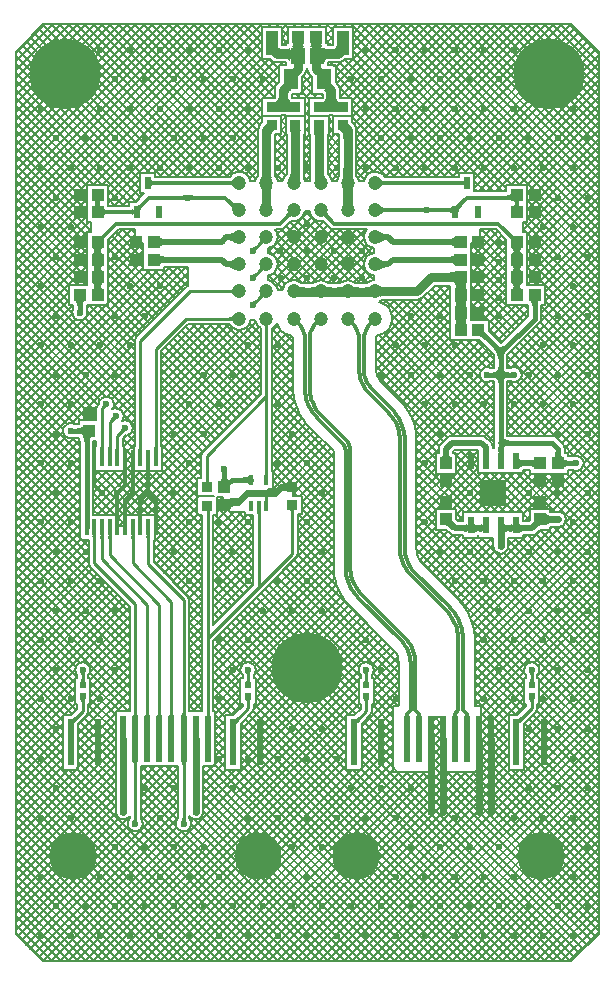
<source format=gtl>
G04*
G04 #@! TF.GenerationSoftware,Altium Limited,Altium Designer,23.9.2 (47)*
G04*
G04 Layer_Physical_Order=1*
G04 Layer_Color=255*
%FSLAX25Y25*%
%MOIN*%
G70*
G04*
G04 #@! TF.SameCoordinates,E30DC50E-2E90-4FCC-99EB-6CEF48135232*
G04*
G04*
G04 #@! TF.FilePolarity,Positive*
G04*
G01*
G75*
%ADD10C,0.00984*%
%ADD12C,0.00787*%
%ADD16C,0.04724*%
%ADD17R,0.02362X0.05709*%
%ADD18R,0.09055X0.09055*%
%ADD19R,0.01575X0.03347*%
%ADD20R,0.01772X0.05709*%
%ADD21R,0.03740X0.03347*%
%ADD22R,0.02362X0.02165*%
%ADD23R,0.04134X0.03937*%
%ADD24R,0.03937X0.07874*%
%ADD25R,0.02402X0.15354*%
%ADD26R,0.02362X0.03937*%
%ADD27R,0.03937X0.04134*%
%ADD28R,0.05118X0.05709*%
%ADD29R,0.05118X0.07087*%
%ADD31C,0.15748*%
%ADD32C,0.01181*%
%ADD33C,0.01772*%
%ADD34C,0.02402*%
%ADD35C,0.02953*%
%ADD36C,0.01968*%
%ADD37C,0.01378*%
%ADD38C,0.23622*%
%ADD39C,0.02362*%
%ADD40C,0.01968*%
G36*
X9854Y146075D02*
X8649Y145588D01*
Y144882D01*
X8088Y144867D01*
X7586Y144823D01*
X7143Y144749D01*
X6760Y144646D01*
X6435Y144513D01*
X6169Y144350D01*
X5962Y144158D01*
X5815Y143937D01*
X5726Y143686D01*
X5697Y143405D01*
Y148512D01*
X5726Y148383D01*
X5815Y148268D01*
X5962Y148166D01*
X6169Y148078D01*
X6435Y148004D01*
X6760Y147943D01*
X7143Y147896D01*
X7655Y147866D01*
X7967Y147894D01*
X8411Y147968D01*
X8797Y148071D01*
X9123Y148204D01*
X9390Y148366D01*
X9597Y148558D01*
X9746Y148779D01*
X9836Y149030D01*
X9866Y149311D01*
X9854Y146075D01*
D02*
G37*
G36*
X4539Y150903D02*
X4628Y150012D01*
X5008D01*
X4916Y149983D01*
X4835Y149894D01*
X4763Y149746D01*
X4713Y149582D01*
X4715Y149575D01*
X4820Y149250D01*
X4948Y148984D01*
X5100Y148777D01*
X5276Y148630D01*
X5474Y148541D01*
X5697Y148512D01*
X4574D01*
X4547Y148122D01*
X4528Y147059D01*
X1575D01*
X1568Y147620D01*
X1500Y148512D01*
X603D01*
X787Y148541D01*
X953Y148630D01*
X1098Y148777D01*
X1225Y148984D01*
X1332Y149250D01*
X1371Y149396D01*
X1331Y149540D01*
X1243Y149746D01*
X1142Y149894D01*
X1026Y149983D01*
X898Y150012D01*
X1493D01*
X1536Y150401D01*
X1575Y151464D01*
X4528D01*
X4539Y150903D01*
D02*
G37*
G36*
X-1565D02*
X-1492Y150012D01*
X-898D01*
X-1026Y149983D01*
X-1142Y149894D01*
X-1243Y149746D01*
X-1331Y149540D01*
X-1371Y149396D01*
X-1332Y149250D01*
X-1225Y148984D01*
X-1098Y148777D01*
X-953Y148630D01*
X-787Y148541D01*
X-603Y148512D01*
X-1517D01*
X-1568Y147620D01*
X-1575Y147059D01*
X-4528D01*
X-4532Y147620D01*
X-4594Y148512D01*
X-5697D01*
X-5474Y148541D01*
X-5276Y148630D01*
X-5100Y148777D01*
X-4948Y148984D01*
X-4820Y149250D01*
X-4715Y149575D01*
X-4713Y149582D01*
X-4763Y149746D01*
X-4835Y149894D01*
X-4916Y149983D01*
X-5008Y150012D01*
X-4626D01*
X-4574Y150401D01*
X-4539Y150903D01*
X-4528Y151464D01*
X-1575D01*
X-1565Y150903D01*
D02*
G37*
G36*
X-9836Y149030D02*
X-9746Y148779D01*
X-9597Y148558D01*
X-9390Y148366D01*
X-9123Y148204D01*
X-8797Y148071D01*
X-8411Y147968D01*
X-7967Y147894D01*
X-7706Y147871D01*
X-6760Y147943D01*
X-6435Y148004D01*
X-6169Y148078D01*
X-5962Y148166D01*
X-5815Y148268D01*
X-5726Y148383D01*
X-5697Y148512D01*
X-5685Y143405D01*
X-5715Y143686D01*
X-5804Y143937D01*
X-5953Y144158D01*
X-6161Y144350D01*
X-6428Y144513D01*
X-6754Y144646D01*
X-7139Y144749D01*
X-7583Y144823D01*
X-8087Y144867D01*
X-8649Y144882D01*
Y145588D01*
X-9854Y146075D01*
X-9866Y149311D01*
X-9836Y149030D01*
D02*
G37*
G36*
X4439Y142824D02*
X4437Y142779D01*
X4429Y141339D01*
X1476D01*
X1464Y142839D01*
X4441D01*
X4439Y142824D01*
D02*
G37*
G36*
X-1467D02*
X-1469Y142779D01*
X-1476Y141339D01*
X-4429D01*
X-4441Y142839D01*
X-1464D01*
X-1467Y142824D01*
D02*
G37*
G36*
X8059Y134264D02*
X8620Y133071D01*
X9449D01*
X9472Y132510D01*
X9543Y132008D01*
X9661Y131565D01*
X9827Y131181D01*
X10039Y130856D01*
X10299Y130590D01*
X10606Y130384D01*
X10961Y130236D01*
X11362Y130148D01*
X11811Y130118D01*
X9953Y128689D01*
Y126980D01*
X9933Y127016D01*
X9874Y127047D01*
X9775Y127075D01*
X9636Y127099D01*
X9458Y127119D01*
X8685Y127158D01*
X7972Y127165D01*
X7559Y127164D01*
X5882Y127047D01*
X5817Y127016D01*
X5795Y126980D01*
Y128759D01*
X3937Y130118D01*
X4423Y130148D01*
X4858Y130236D01*
X5242Y130384D01*
X5575Y130590D01*
X5856Y130856D01*
X6087Y131181D01*
X6266Y131565D01*
X6394Y132008D01*
X6442Y132322D01*
X6437Y132377D01*
X6363Y132821D01*
X6260Y133206D01*
X6127Y133532D01*
X5965Y133799D01*
X5773Y134007D01*
X5551Y134155D01*
X5300Y134245D01*
X5020Y134276D01*
X8059Y134264D01*
D02*
G37*
G36*
X-5300Y134245D02*
X-5551Y134155D01*
X-5773Y134007D01*
X-5965Y133799D01*
X-6127Y133532D01*
X-6260Y133206D01*
X-6363Y132821D01*
X-6437Y132377D01*
X-6442Y132322D01*
X-6394Y132008D01*
X-6266Y131565D01*
X-6087Y131181D01*
X-5856Y130856D01*
X-5575Y130590D01*
X-5242Y130384D01*
X-4858Y130236D01*
X-4423Y130148D01*
X-3937Y130118D01*
X-5795Y128759D01*
Y126980D01*
X-5817Y127016D01*
X-5882Y127047D01*
X-5991Y127075D01*
X-6143Y127099D01*
X-6339Y127119D01*
X-7189Y127158D01*
X-7972Y127165D01*
X-8349Y127164D01*
X-9775Y127075D01*
X-9874Y127047D01*
X-9933Y127016D01*
X-9953Y126980D01*
Y128689D01*
X-11811Y130118D01*
X-11362Y130148D01*
X-10961Y130236D01*
X-10606Y130384D01*
X-10299Y130590D01*
X-10039Y130856D01*
X-9827Y131181D01*
X-9661Y131565D01*
X-9543Y132008D01*
X-9472Y132510D01*
X-9449Y133071D01*
X-8620D01*
X-8059Y134264D01*
X-5020Y134276D01*
X-5300Y134245D01*
D02*
G37*
G36*
X13933Y120849D02*
X14169Y120760D01*
X14378Y120612D01*
X14559Y120406D01*
X14712Y120140D01*
X14837Y119815D01*
X14934Y119431D01*
X15003Y118988D01*
X15045Y118486D01*
X15059Y117925D01*
X12106D01*
X12092Y118486D01*
X12047Y118988D01*
X11973Y119431D01*
X11870Y119815D01*
X11737Y120140D01*
X11575Y120406D01*
X11383Y120612D01*
X11161Y120760D01*
X10910Y120849D01*
X10630Y120878D01*
X13669D01*
X13933Y120849D01*
D02*
G37*
G36*
X5723D02*
X5658Y120760D01*
X5600Y120612D01*
X5551Y120406D01*
X5509Y120140D01*
X5448Y119431D01*
X5417Y118486D01*
X5413Y117925D01*
X2461D01*
X2457Y118486D01*
X2323Y120406D01*
X2274Y120612D01*
X2216Y120760D01*
X2152Y120849D01*
X2079Y120878D01*
X5795D01*
X5723Y120849D01*
D02*
G37*
G36*
X-2152D02*
X-2216Y120760D01*
X-2274Y120612D01*
X-2323Y120406D01*
X-2365Y120140D01*
X-2426Y119431D01*
X-2457Y118486D01*
X-2461Y117925D01*
X-5413D01*
X-5417Y118486D01*
X-5551Y120406D01*
X-5600Y120612D01*
X-5658Y120760D01*
X-5723Y120849D01*
X-5795Y120878D01*
X-2079D01*
X-2152Y120849D01*
D02*
G37*
G36*
X-10910D02*
X-11161Y120760D01*
X-11383Y120612D01*
X-11575Y120406D01*
X-11737Y120140D01*
X-11870Y119815D01*
X-11973Y119431D01*
X-12047Y118988D01*
X-12092Y118486D01*
X-12106Y117925D01*
X-15059D01*
X-15045Y118486D01*
X-15003Y118988D01*
X-14934Y119431D01*
X-14837Y119815D01*
X-14712Y120140D01*
X-14559Y120406D01*
X-14378Y120612D01*
X-14169Y120760D01*
X-13933Y120849D01*
X-13669Y120878D01*
X-10630D01*
X-10910Y120849D01*
D02*
G37*
G36*
X15063Y107595D02*
X15190Y105575D01*
X15237Y105316D01*
X15292Y105105D01*
X15353Y104943D01*
X15423Y104828D01*
X11743D01*
X11812Y104943D01*
X11874Y105105D01*
X11928Y105316D01*
X11975Y105575D01*
X12048Y106238D01*
X12092Y107094D01*
X12106Y108143D01*
X15059D01*
X15063Y107595D01*
D02*
G37*
G36*
X-12103D02*
X-11975Y105575D01*
X-11928Y105316D01*
X-11874Y105105D01*
X-11812Y104943D01*
X-11743Y104828D01*
X-15423D01*
X-15353Y104943D01*
X-15292Y105105D01*
X-15237Y105316D01*
X-15190Y105575D01*
X-15117Y106238D01*
X-15074Y107094D01*
X-15059Y108143D01*
X-12106D01*
X-12103Y107595D01*
D02*
G37*
G36*
X5421Y107970D02*
X5484Y107046D01*
X5538Y106642D01*
X5608Y106276D01*
X5694Y105948D01*
X5795Y105659D01*
X5912Y105408D01*
X6045Y105196D01*
X6193Y105022D01*
X2531Y104609D01*
X2461Y107443D01*
X5413Y108489D01*
X5421Y107970D01*
D02*
G37*
G36*
X-2461Y107443D02*
X-2531Y104609D01*
X-6193Y105022D01*
X-6045Y105196D01*
X-5912Y105408D01*
X-5795Y105659D01*
X-5694Y105948D01*
X-5608Y106276D01*
X-5538Y106642D01*
X-5484Y107046D01*
X-5421Y107970D01*
X-5413Y108489D01*
X-2461Y107443D01*
D02*
G37*
G36*
X51992Y102165D02*
X51981Y102278D01*
X51945Y102378D01*
X51885Y102466D01*
X51802Y102543D01*
X51694Y102608D01*
X51563Y102661D01*
X51408Y102703D01*
X51229Y102732D01*
X51026Y102750D01*
X50799Y102756D01*
Y103937D01*
X51026Y103943D01*
X51229Y103961D01*
X51408Y103990D01*
X51563Y104032D01*
X51694Y104085D01*
X51802Y104150D01*
X51885Y104226D01*
X51945Y104315D01*
X51981Y104415D01*
X51992Y104528D01*
Y102165D01*
D02*
G37*
G36*
X24759Y104415D02*
X24849Y104315D01*
X24955Y104226D01*
X25075Y104150D01*
X25210Y104085D01*
X25359Y104032D01*
X25524Y103990D01*
X25703Y103961D01*
X25897Y103943D01*
X26106Y103937D01*
Y102756D01*
X25897Y102750D01*
X25703Y102732D01*
X25524Y102703D01*
X25359Y102661D01*
X25210Y102608D01*
X25075Y102543D01*
X24955Y102466D01*
X24849Y102378D01*
X24759Y102278D01*
X24683Y102165D01*
Y104528D01*
X24759Y104415D01*
D02*
G37*
G36*
X-24683Y102165D02*
X-24759Y102278D01*
X-24849Y102378D01*
X-24955Y102466D01*
X-25075Y102543D01*
X-25210Y102608D01*
X-25359Y102661D01*
X-25524Y102703D01*
X-25703Y102732D01*
X-25897Y102750D01*
X-26106Y102756D01*
Y103937D01*
X-25897Y103943D01*
X-25703Y103961D01*
X-25524Y103990D01*
X-25359Y104032D01*
X-25210Y104085D01*
X-25075Y104150D01*
X-24955Y104226D01*
X-24849Y104315D01*
X-24759Y104415D01*
X-24683Y104528D01*
Y102165D01*
D02*
G37*
G36*
X-51981Y104415D02*
X-51945Y104315D01*
X-51885Y104226D01*
X-51802Y104150D01*
X-51694Y104085D01*
X-51563Y104032D01*
X-51408Y103990D01*
X-51229Y103961D01*
X-51026Y103943D01*
X-50799Y103937D01*
Y102756D01*
X-51026Y102750D01*
X-51229Y102732D01*
X-51408Y102703D01*
X-51563Y102661D01*
X-51694Y102608D01*
X-51802Y102543D01*
X-51885Y102466D01*
X-51945Y102378D01*
X-51981Y102278D01*
X-51992Y102165D01*
Y104528D01*
X-51981Y104415D01*
D02*
G37*
G36*
X-38986Y99226D02*
X-38943Y99202D01*
X-38888Y99182D01*
X-38822Y99164D01*
X-38745Y99149D01*
X-38657Y99136D01*
X-38448Y99120D01*
X-38194Y99114D01*
Y97736D01*
X-38327Y97735D01*
X-38745Y97702D01*
X-38822Y97687D01*
X-38888Y97669D01*
X-38943Y97648D01*
X-38986Y97625D01*
X-39019Y97598D01*
Y99252D01*
X-38986Y99226D01*
D02*
G37*
G36*
X-40706Y97598D02*
X-40738Y97625D01*
X-40782Y97648D01*
X-40837Y97669D01*
X-40902Y97687D01*
X-40979Y97702D01*
X-41398Y97735D01*
X-41530Y97736D01*
Y99114D01*
X-41277Y99120D01*
X-41067Y99136D01*
X-40979Y99149D01*
X-40902Y99164D01*
X-40837Y99182D01*
X-40782Y99202D01*
X-40738Y99226D01*
X-40706Y99252D01*
Y97598D01*
D02*
G37*
G36*
X67827Y97453D02*
X67813Y97507D01*
X67772Y97555D01*
X67703Y97597D01*
X67606Y97634D01*
X67482Y97665D01*
X67331Y97691D01*
X67152Y97711D01*
X66711Y97733D01*
X66449Y97736D01*
Y99114D01*
X66712Y99121D01*
X66948Y99142D01*
X67156Y99176D01*
X67337Y99224D01*
X67490Y99286D01*
X67615Y99362D01*
X67712Y99452D01*
X67782Y99555D01*
X67824Y99672D01*
X67839Y99803D01*
X67827Y97453D01*
D02*
G37*
G36*
X15353Y101751D02*
X15292Y101588D01*
X15237Y101377D01*
X15190Y101118D01*
X15063Y99098D01*
X15061Y98819D01*
X15063Y98539D01*
X15190Y96520D01*
X15237Y96261D01*
X15292Y96050D01*
X15353Y95887D01*
X15423Y95773D01*
X11743D01*
X11812Y95887D01*
X11874Y96050D01*
X11928Y96261D01*
X11975Y96520D01*
X12048Y97183D01*
X12092Y98039D01*
X12103Y98819D01*
X12092Y99599D01*
X12048Y100455D01*
X11975Y101118D01*
X11928Y101377D01*
X11874Y101588D01*
X11812Y101751D01*
X11743Y101865D01*
X15423D01*
X15353Y101751D01*
D02*
G37*
G36*
X-11812D02*
X-11874Y101588D01*
X-11928Y101377D01*
X-11975Y101118D01*
X-12048Y100455D01*
X-12092Y99599D01*
X-12104Y98724D01*
X-12103Y98539D01*
X-11975Y96520D01*
X-11928Y96261D01*
X-11874Y96050D01*
X-11812Y95887D01*
X-11743Y95773D01*
X-15423D01*
X-15353Y95887D01*
X-15292Y96050D01*
X-15237Y96261D01*
X-15190Y96520D01*
X-15117Y97183D01*
X-15074Y98039D01*
X-15062Y98914D01*
X-15063Y99098D01*
X-15190Y101118D01*
X-15237Y101377D01*
X-15292Y101588D01*
X-15353Y101751D01*
X-15423Y101865D01*
X-11743D01*
X-11812Y101751D01*
D02*
G37*
G36*
X51553Y95657D02*
X51280Y95375D01*
X50851Y94868D01*
X50695Y94644D01*
X50578Y94439D01*
X50501Y94254D01*
X50462Y94089D01*
Y93942D01*
X50501Y93816D01*
X50578Y93709D01*
X48630Y95657D01*
X48737Y95579D01*
X48864Y95540D01*
X49010D01*
X49175Y95579D01*
X49361Y95657D01*
X49565Y95774D01*
X49789Y95930D01*
X50033Y96125D01*
X50578Y96632D01*
X51553Y95657D01*
D02*
G37*
G36*
X-54259Y95870D02*
X-54613Y95506D01*
X-55400Y94575D01*
X-55571Y94318D01*
X-55695Y94088D01*
X-55774Y93884D01*
X-55806Y93708D01*
X-55792Y93558D01*
X-55733Y93434D01*
X-57395Y95645D01*
X-57301Y95556D01*
X-57185Y95509D01*
X-57046Y95503D01*
X-56885Y95539D01*
X-56701Y95617D01*
X-56495Y95737D01*
X-56267Y95898D01*
X-56016Y96101D01*
X-55446Y96632D01*
X-54259Y95870D01*
D02*
G37*
G36*
X71129Y97451D02*
X71012Y97409D01*
X70908Y97340D01*
X70819Y97243D01*
X70743Y97118D01*
X70681Y96965D01*
X70633Y96784D01*
X70598Y96575D01*
X70588Y96457D01*
X70598Y96338D01*
X70633Y96130D01*
X70681Y95949D01*
X70743Y95796D01*
X70819Y95671D01*
X70908Y95574D01*
X71012Y95504D01*
X71129Y95462D01*
X71260Y95448D01*
X68504D01*
X68635Y95462D01*
X68752Y95504D01*
X68855Y95574D01*
X68945Y95671D01*
X69021Y95796D01*
X69083Y95949D01*
X69131Y96130D01*
X69165Y96338D01*
X69176Y96457D01*
X69165Y96575D01*
X69131Y96784D01*
X69083Y96965D01*
X69021Y97118D01*
X68945Y97243D01*
X68855Y97340D01*
X68752Y97409D01*
X68635Y97451D01*
X68504Y97465D01*
X71260D01*
X71129Y97451D01*
D02*
G37*
G36*
X-68635Y97451D02*
X-68752Y97409D01*
X-68855Y97340D01*
X-68945Y97243D01*
X-69021Y97117D01*
X-69083Y96965D01*
X-69131Y96784D01*
X-69165Y96575D01*
X-69176Y96457D01*
X-69165Y96338D01*
X-69131Y96130D01*
X-69083Y95949D01*
X-69021Y95796D01*
X-68945Y95671D01*
X-68855Y95574D01*
X-68752Y95504D01*
X-68635Y95462D01*
X-68504Y95448D01*
X-71260D01*
X-71129Y95462D01*
X-71012Y95504D01*
X-70908Y95574D01*
X-70819Y95671D01*
X-70743Y95796D01*
X-70681Y95949D01*
X-70633Y96130D01*
X-70598Y96338D01*
X-70588Y96457D01*
X-70598Y96575D01*
X-70633Y96784D01*
X-70681Y96965D01*
X-70743Y97117D01*
X-70819Y97243D01*
X-70908Y97340D01*
X-71012Y97409D01*
X-71129Y97451D01*
X-71260Y97465D01*
X-68504D01*
X-68635Y97451D01*
D02*
G37*
G36*
X-24886Y96969D02*
X-24714Y96829D01*
X-24543Y96711D01*
X-24375Y96616D01*
X-24208Y96544D01*
X-24043Y96495D01*
X-23880Y96469D01*
X-23719Y96465D01*
X-23560Y96484D01*
X-23402Y96526D01*
X-25000Y94281D01*
X-25009Y94450D01*
X-25036Y94620D01*
X-25079Y94790D01*
X-25140Y94960D01*
X-25217Y95131D01*
X-25312Y95301D01*
X-25424Y95472D01*
X-25553Y95643D01*
X-25699Y95815D01*
X-25862Y95986D01*
X-25060Y97132D01*
X-24886Y96969D01*
D02*
G37*
G36*
X40738Y95092D02*
X40782Y95069D01*
X40837Y95048D01*
X40902Y95030D01*
X40979Y95015D01*
X41067Y95002D01*
X41277Y94986D01*
X41530Y94980D01*
Y93602D01*
X41398Y93601D01*
X40979Y93568D01*
X40902Y93553D01*
X40837Y93535D01*
X40782Y93514D01*
X40738Y93491D01*
X40706Y93465D01*
Y95118D01*
X40738Y95092D01*
D02*
G37*
G36*
X39019Y93465D02*
X38986Y93491D01*
X38943Y93514D01*
X38888Y93535D01*
X38822Y93553D01*
X38745Y93568D01*
X38326Y93601D01*
X38194Y93602D01*
Y94980D01*
X38448Y94986D01*
X38657Y95002D01*
X38745Y95015D01*
X38822Y95030D01*
X38888Y95048D01*
X38943Y95069D01*
X38986Y95092D01*
X39019Y95118D01*
Y93465D01*
D02*
G37*
G36*
X48252Y92913D02*
X48238Y93044D01*
X48196Y93161D01*
X48126Y93265D01*
X48028Y93354D01*
X47903Y93430D01*
X47750Y93492D01*
X47570Y93540D01*
X47362Y93575D01*
X47126Y93595D01*
X46862Y93602D01*
Y94980D01*
X47124Y94987D01*
X47358Y95007D01*
X47565Y95041D01*
X47744Y95089D01*
X47896Y95150D01*
X48020Y95224D01*
X48116Y95312D01*
X48185Y95414D01*
X48226Y95529D01*
X48240Y95657D01*
X48252Y92913D01*
D02*
G37*
G36*
X24663Y95538D02*
X24783Y95421D01*
X24919Y95318D01*
X25069Y95228D01*
X25234Y95153D01*
X25413Y95091D01*
X25607Y95042D01*
X25815Y95008D01*
X26038Y94987D01*
X26275Y94980D01*
Y93602D01*
X26038Y93595D01*
X25815Y93575D01*
X25607Y93540D01*
X25413Y93492D01*
X25234Y93430D01*
X25069Y93354D01*
X24919Y93265D01*
X24783Y93161D01*
X24663Y93044D01*
X24556Y92913D01*
Y95669D01*
X24663Y95538D01*
D02*
G37*
G36*
X-58047Y92224D02*
X-58061Y92355D01*
X-58102Y92472D01*
X-58172Y92576D01*
X-58269Y92665D01*
X-58394Y92741D01*
X-58547Y92803D01*
X-58728Y92851D01*
X-58936Y92886D01*
X-59173Y92906D01*
X-59437Y92913D01*
Y94291D01*
X-59173Y94298D01*
X-58936Y94319D01*
X-58728Y94353D01*
X-58547Y94402D01*
X-58394Y94464D01*
X-58269Y94539D01*
X-58172Y94629D01*
X-58102Y94732D01*
X-58061Y94849D01*
X-58047Y94980D01*
Y92224D01*
D02*
G37*
G36*
X-67825Y94849D02*
X-67783Y94732D01*
X-67714Y94629D01*
X-67616Y94539D01*
X-67491Y94464D01*
X-67339Y94402D01*
X-67158Y94353D01*
X-66949Y94319D01*
X-66713Y94298D01*
X-66449Y94291D01*
Y92913D01*
X-66713Y92906D01*
X-66949Y92886D01*
X-67158Y92851D01*
X-67339Y92803D01*
X-67491Y92741D01*
X-67616Y92665D01*
X-67714Y92576D01*
X-67783Y92472D01*
X-67825Y92355D01*
X-67839Y92224D01*
Y94980D01*
X-67825Y94849D01*
D02*
G37*
G36*
X-5139Y92010D02*
X-5272Y92036D01*
X-5407Y92043D01*
X-5544Y92031D01*
X-5683Y92000D01*
X-5824Y91951D01*
X-5968Y91883D01*
X-6113Y91795D01*
X-6261Y91690D01*
X-6410Y91565D01*
X-6562Y91421D01*
X-7398Y92256D01*
X-7254Y92408D01*
X-7129Y92558D01*
X-7023Y92706D01*
X-6936Y92851D01*
X-6868Y92995D01*
X-6819Y93136D01*
X-6788Y93275D01*
X-6776Y93412D01*
X-6783Y93547D01*
X-6809Y93680D01*
X-5139Y92010D01*
D02*
G37*
G36*
X6783Y93547D02*
X6776Y93412D01*
X6788Y93275D01*
X6819Y93136D01*
X6868Y92995D01*
X6936Y92851D01*
X7023Y92706D01*
X7129Y92558D01*
X7254Y92408D01*
X7398Y92256D01*
X6562Y91421D01*
X6410Y91565D01*
X6261Y91690D01*
X6113Y91795D01*
X5968Y91883D01*
X5824Y91951D01*
X5683Y92000D01*
X5544Y92031D01*
X5407Y92043D01*
X5272Y92036D01*
X5139Y92010D01*
X6809Y93680D01*
X6783Y93547D01*
D02*
G37*
G36*
X-66992Y85618D02*
X-67227Y85375D01*
X-67597Y84939D01*
X-67731Y84746D01*
X-67833Y84571D01*
X-67901Y84412D01*
X-67936Y84271D01*
X-67937Y84146D01*
X-67905Y84038D01*
X-67839Y83948D01*
X-69497Y85606D01*
X-69406Y85540D01*
X-69299Y85508D01*
X-69174Y85509D01*
X-69032Y85544D01*
X-68874Y85612D01*
X-68698Y85713D01*
X-68506Y85848D01*
X-68296Y86016D01*
X-67827Y86453D01*
X-66992Y85618D01*
D02*
G37*
G36*
X68070Y86218D02*
X68506Y85848D01*
X68698Y85713D01*
X68874Y85612D01*
X69032Y85544D01*
X69174Y85509D01*
X69299Y85508D01*
X69406Y85540D01*
X69497Y85606D01*
X67839Y83948D01*
X67905Y84038D01*
X67937Y84146D01*
X67936Y84271D01*
X67901Y84412D01*
X67833Y84571D01*
X67731Y84746D01*
X67597Y84939D01*
X67428Y85148D01*
X66992Y85618D01*
X67827Y86453D01*
X68070Y86218D01*
D02*
G37*
G36*
X24303Y86950D02*
X24551Y86797D01*
X24805Y86662D01*
X25065Y86545D01*
X25331Y86446D01*
X25603Y86365D01*
X25881Y86301D01*
X26166Y86256D01*
X26457Y86229D01*
X26754Y86221D01*
X26754Y84252D01*
X26457Y84243D01*
X26166Y84216D01*
X25881Y84171D01*
X25603Y84108D01*
X25331Y84027D01*
X25065Y83928D01*
X24805Y83811D01*
X24551Y83675D01*
X24303Y83522D01*
X24061Y83351D01*
X24062Y87121D01*
X24303Y86950D01*
D02*
G37*
G36*
X-24062Y83351D02*
X-24303Y83522D01*
X-24551Y83675D01*
X-24805Y83811D01*
X-25065Y83928D01*
X-25331Y84027D01*
X-25603Y84108D01*
X-25881Y84171D01*
X-26166Y84216D01*
X-26457Y84243D01*
X-26754Y84252D01*
X-26754Y86221D01*
X-26457Y86229D01*
X-26166Y86256D01*
X-25881Y86301D01*
X-25603Y86365D01*
X-25331Y86446D01*
X-25065Y86545D01*
X-24805Y86662D01*
X-24551Y86797D01*
X-24303Y86950D01*
X-24062Y87121D01*
X-24062Y83351D01*
D02*
G37*
G36*
X-14405Y83022D02*
X-14508Y83051D01*
X-14614Y83064D01*
X-14723Y83059D01*
X-14834Y83038D01*
X-14949Y83000D01*
X-15066Y82946D01*
X-15186Y82874D01*
X-15309Y82786D01*
X-15435Y82680D01*
X-15564Y82559D01*
X-16260Y83254D01*
X-16138Y83384D01*
X-16033Y83509D01*
X-15945Y83633D01*
X-15873Y83753D01*
X-15819Y83870D01*
X-15781Y83985D01*
X-15760Y84096D01*
X-15755Y84205D01*
X-15768Y84311D01*
X-15797Y84414D01*
X-14405Y83022D01*
D02*
G37*
G36*
X49126Y81705D02*
X49106Y81890D01*
X49047Y82055D01*
X48949Y82201D01*
X48811Y82327D01*
X48634Y82434D01*
X48417Y82522D01*
X48162Y82590D01*
X47866Y82638D01*
X47532Y82667D01*
X47158Y82677D01*
Y84646D01*
X47532Y84655D01*
X47866Y84685D01*
X48162Y84733D01*
X48417Y84801D01*
X48634Y84889D01*
X48811Y84996D01*
X48949Y85122D01*
X49047Y85268D01*
X49106Y85433D01*
X49126Y85618D01*
Y81705D01*
D02*
G37*
G36*
X-49106Y85433D02*
X-49047Y85268D01*
X-48949Y85122D01*
X-48811Y84996D01*
X-48634Y84889D01*
X-48417Y84801D01*
X-48162Y84733D01*
X-47866Y84685D01*
X-47532Y84655D01*
X-47158Y84646D01*
Y82677D01*
X-47532Y82667D01*
X-47866Y82638D01*
X-48162Y82590D01*
X-48417Y82522D01*
X-48634Y82434D01*
X-48811Y82327D01*
X-48949Y82201D01*
X-49047Y82055D01*
X-49106Y81890D01*
X-49126Y81705D01*
Y85618D01*
X-49106Y85433D01*
D02*
G37*
G36*
X-16502Y81621D02*
X-16584Y81534D01*
X-16657Y81447D01*
X-16722Y81358D01*
X-16778Y81270D01*
X-16825Y81180D01*
X-16863Y81090D01*
X-16893Y80998D01*
X-16914Y80906D01*
X-16926Y80814D01*
X-16929Y80721D01*
X-18098Y81890D01*
X-18005Y81893D01*
X-17912Y81905D01*
X-17821Y81926D01*
X-17729Y81956D01*
X-17639Y81994D01*
X-17549Y82041D01*
X-17460Y82097D01*
X-17372Y82162D01*
X-17285Y82235D01*
X-17198Y82317D01*
X-16502Y81621D01*
D02*
G37*
G36*
X71663Y81697D02*
X71496Y81638D01*
X71348Y81539D01*
X71220Y81400D01*
X71112Y81222D01*
X71024Y81004D01*
X70955Y80747D01*
X70948Y80709D01*
X70955Y80671D01*
X71024Y80413D01*
X71112Y80195D01*
X71220Y80017D01*
X71348Y79879D01*
X71496Y79780D01*
X71663Y79720D01*
X71850Y79700D01*
X67913D01*
X68100Y79720D01*
X68268Y79780D01*
X68415Y79879D01*
X68543Y80017D01*
X68651Y80195D01*
X68740Y80413D01*
X68809Y80671D01*
X68815Y80709D01*
X68809Y80747D01*
X68740Y81004D01*
X68651Y81222D01*
X68543Y81400D01*
X68415Y81539D01*
X68268Y81638D01*
X68100Y81697D01*
X67913Y81717D01*
X71850D01*
X71663Y81697D01*
D02*
G37*
G36*
X-68100D02*
X-68268Y81638D01*
X-68415Y81539D01*
X-68543Y81400D01*
X-68651Y81222D01*
X-68740Y81004D01*
X-68809Y80747D01*
X-68815Y80709D01*
X-68809Y80671D01*
X-68740Y80413D01*
X-68651Y80195D01*
X-68543Y80017D01*
X-68415Y79879D01*
X-68268Y79780D01*
X-68100Y79720D01*
X-67913Y79700D01*
X-71850D01*
X-71663Y79720D01*
X-71496Y79780D01*
X-71348Y79879D01*
X-71220Y80017D01*
X-71112Y80195D01*
X-71024Y80413D01*
X-70955Y80671D01*
X-70948Y80709D01*
X-70955Y80747D01*
X-71024Y81004D01*
X-71112Y81222D01*
X-71220Y81400D01*
X-71348Y81539D01*
X-71496Y81638D01*
X-71663Y81697D01*
X-71850Y81717D01*
X-67913D01*
X-68100Y81697D01*
D02*
G37*
G36*
X49126Y75799D02*
X49106Y75984D01*
X49047Y76149D01*
X48949Y76295D01*
X48811Y76422D01*
X48634Y76529D01*
X48417Y76616D01*
X48162Y76684D01*
X47866Y76733D01*
X47532Y76762D01*
X47158Y76772D01*
Y78740D01*
X47532Y78750D01*
X47866Y78779D01*
X48162Y78828D01*
X48417Y78896D01*
X48634Y78983D01*
X48811Y79090D01*
X48949Y79216D01*
X49047Y79362D01*
X49106Y79528D01*
X49126Y79712D01*
Y75799D01*
D02*
G37*
G36*
X-49106Y79528D02*
X-49047Y79362D01*
X-48949Y79216D01*
X-48811Y79090D01*
X-48634Y78983D01*
X-48417Y78896D01*
X-48162Y78828D01*
X-47866Y78779D01*
X-47532Y78750D01*
X-47158Y78740D01*
Y76772D01*
X-47532Y76762D01*
X-47866Y76733D01*
X-48162Y76684D01*
X-48417Y76616D01*
X-48634Y76529D01*
X-48811Y76422D01*
X-48949Y76295D01*
X-49047Y76149D01*
X-49106Y75984D01*
X-49126Y75799D01*
Y79712D01*
X-49106Y79528D01*
D02*
G37*
G36*
X24303Y77895D02*
X24551Y77742D01*
X24805Y77607D01*
X25065Y77490D01*
X25331Y77390D01*
X25603Y77310D01*
X25881Y77246D01*
X26166Y77201D01*
X26457Y77174D01*
X26754Y77165D01*
Y75197D01*
X26457Y75188D01*
X26166Y75161D01*
X25881Y75116D01*
X25603Y75053D01*
X25331Y74972D01*
X25065Y74873D01*
X24805Y74756D01*
X24551Y74620D01*
X24303Y74467D01*
X24061Y74296D01*
Y78066D01*
X24303Y77895D01*
D02*
G37*
G36*
X-24062Y74296D02*
X-24303Y74467D01*
X-24551Y74620D01*
X-24805Y74756D01*
X-25065Y74873D01*
X-25331Y74972D01*
X-25603Y75053D01*
X-25881Y75116D01*
X-26166Y75161D01*
X-26457Y75188D01*
X-26754Y75197D01*
Y77165D01*
X-26457Y77174D01*
X-26166Y77201D01*
X-25881Y77246D01*
X-25603Y77310D01*
X-25331Y77390D01*
X-25065Y77490D01*
X-24805Y77607D01*
X-24551Y77742D01*
X-24303Y77895D01*
X-24062Y78066D01*
Y74296D01*
D02*
G37*
G36*
X-14405Y73967D02*
X-14508Y73996D01*
X-14614Y74009D01*
X-14723Y74004D01*
X-14834Y73983D01*
X-14949Y73945D01*
X-15066Y73890D01*
X-15186Y73819D01*
X-15309Y73730D01*
X-15435Y73625D01*
X-15564Y73504D01*
X-16260Y74199D01*
X-16138Y74328D01*
X-16033Y74454D01*
X-15945Y74577D01*
X-15873Y74698D01*
X-15819Y74815D01*
X-15781Y74930D01*
X-15760Y75041D01*
X-15755Y75150D01*
X-15768Y75256D01*
X-15797Y75359D01*
X-14405Y73967D01*
D02*
G37*
G36*
X71663Y75792D02*
X71496Y75732D01*
X71348Y75633D01*
X71220Y75494D01*
X71112Y75316D01*
X71024Y75098D01*
X70955Y74841D01*
X70948Y74803D01*
X70955Y74765D01*
X71024Y74508D01*
X71112Y74290D01*
X71220Y74112D01*
X71348Y73973D01*
X71496Y73874D01*
X71663Y73815D01*
X71850Y73795D01*
X67913D01*
X68100Y73815D01*
X68268Y73874D01*
X68415Y73973D01*
X68543Y74112D01*
X68651Y74290D01*
X68740Y74508D01*
X68809Y74765D01*
X68815Y74803D01*
X68809Y74841D01*
X68740Y75098D01*
X68651Y75316D01*
X68543Y75494D01*
X68415Y75633D01*
X68268Y75732D01*
X68100Y75792D01*
X67913Y75811D01*
X71850D01*
X71663Y75792D01*
D02*
G37*
G36*
X-68100D02*
X-68268Y75732D01*
X-68415Y75633D01*
X-68543Y75494D01*
X-68651Y75316D01*
X-68740Y75098D01*
X-68809Y74841D01*
X-68815Y74803D01*
X-68809Y74765D01*
X-68740Y74508D01*
X-68651Y74290D01*
X-68543Y74112D01*
X-68415Y73973D01*
X-68268Y73874D01*
X-68100Y73815D01*
X-67913Y73795D01*
X-71850D01*
X-71663Y73815D01*
X-71496Y73874D01*
X-71348Y73973D01*
X-71220Y74112D01*
X-71112Y74290D01*
X-71024Y74508D01*
X-70955Y74765D01*
X-70948Y74803D01*
X-70955Y74841D01*
X-71024Y75098D01*
X-71112Y75316D01*
X-71220Y75494D01*
X-71348Y75633D01*
X-71496Y75732D01*
X-71663Y75792D01*
X-71850Y75811D01*
X-67913D01*
X-68100Y75792D01*
D02*
G37*
G36*
X-16502Y72566D02*
X-16584Y72479D01*
X-16657Y72392D01*
X-16722Y72303D01*
X-16778Y72214D01*
X-16825Y72125D01*
X-16863Y72034D01*
X-16893Y71943D01*
X-16914Y71851D01*
X-16926Y71759D01*
X-16929Y71665D01*
X-18098Y72835D01*
X-18005Y72838D01*
X-17912Y72850D01*
X-17821Y72871D01*
X-17729Y72901D01*
X-17639Y72939D01*
X-17549Y72986D01*
X-17460Y73042D01*
X-17372Y73106D01*
X-17285Y73180D01*
X-17198Y73262D01*
X-16502Y72566D01*
D02*
G37*
G36*
X21226Y65232D02*
X21140Y65274D01*
X21003Y65312D01*
X20813Y65345D01*
X20571Y65373D01*
X19530Y65433D01*
X18061Y65452D01*
X17647Y65451D01*
X15218Y65312D01*
X15080Y65274D01*
X14995Y65232D01*
X15131Y68910D01*
X15270Y68814D01*
X15453Y68728D01*
X15680Y68653D01*
X15952Y68587D01*
X16269Y68532D01*
X17036Y68451D01*
X17982Y68411D01*
X18110Y68409D01*
X18239Y68411D01*
X19951Y68532D01*
X20268Y68587D01*
X20540Y68653D01*
X20768Y68728D01*
X20951Y68814D01*
X21089Y68910D01*
X21226Y65232D01*
D02*
G37*
G36*
X12171D02*
X12085Y65274D01*
X11948Y65312D01*
X9519Y65451D01*
X9055Y65452D01*
X8591Y65451D01*
X6163Y65312D01*
X6025Y65274D01*
X5940Y65232D01*
X6076Y68910D01*
X6214Y68814D01*
X6397Y68728D01*
X6625Y68653D01*
X6897Y68587D01*
X7214Y68532D01*
X7981Y68451D01*
X8926Y68411D01*
X9055Y68409D01*
X9184Y68411D01*
X10129Y68451D01*
X10896Y68532D01*
X11213Y68587D01*
X11485Y68653D01*
X11713Y68728D01*
X11896Y68814D01*
X12034Y68910D01*
X12171Y65232D01*
D02*
G37*
G36*
X3115D02*
X3030Y65274D01*
X2893Y65312D01*
X2703Y65345D01*
X2460Y65373D01*
X1419Y65433D01*
X-50Y65452D01*
X-464Y65451D01*
X-2893Y65312D01*
X-3030Y65274D01*
X-3115Y65232D01*
X-2979Y68910D01*
X-2841Y68814D01*
X-2658Y68728D01*
X-2430Y68653D01*
X-2158Y68587D01*
X-1841Y68532D01*
X-1074Y68451D01*
X-129Y68411D01*
X0Y68409D01*
X129Y68411D01*
X1841Y68532D01*
X2158Y68587D01*
X2430Y68653D01*
X2658Y68728D01*
X2841Y68814D01*
X2979Y68910D01*
X3115Y65232D01*
D02*
G37*
G36*
X71663Y69886D02*
X71496Y69827D01*
X71348Y69728D01*
X71220Y69589D01*
X71112Y69411D01*
X71024Y69193D01*
X70955Y68936D01*
X70948Y68898D01*
X70955Y68860D01*
X71024Y68602D01*
X71112Y68384D01*
X71220Y68206D01*
X71348Y68068D01*
X71496Y67969D01*
X71663Y67909D01*
X71850Y67889D01*
X67913D01*
X68100Y67909D01*
X68268Y67969D01*
X68415Y68068D01*
X68543Y68206D01*
X68651Y68384D01*
X68740Y68602D01*
X68809Y68860D01*
X68815Y68898D01*
X68809Y68936D01*
X68740Y69193D01*
X68651Y69411D01*
X68543Y69589D01*
X68415Y69728D01*
X68268Y69827D01*
X68100Y69886D01*
X67913Y69906D01*
X71850D01*
X71663Y69886D01*
D02*
G37*
G36*
X-68100D02*
X-68268Y69827D01*
X-68415Y69728D01*
X-68543Y69589D01*
X-68651Y69411D01*
X-68740Y69193D01*
X-68809Y68936D01*
X-68815Y68898D01*
X-68809Y68860D01*
X-68740Y68602D01*
X-68651Y68384D01*
X-68543Y68206D01*
X-68415Y68068D01*
X-68268Y67969D01*
X-68100Y67909D01*
X-67913Y67889D01*
X-71850D01*
X-71663Y67909D01*
X-71496Y67969D01*
X-71348Y68068D01*
X-71220Y68206D01*
X-71112Y68384D01*
X-71024Y68602D01*
X-70955Y68860D01*
X-70948Y68898D01*
X-70955Y68936D01*
X-71024Y69193D01*
X-71112Y69411D01*
X-71220Y69589D01*
X-71348Y69728D01*
X-71496Y69827D01*
X-71663Y69886D01*
X-71850Y69906D01*
X-67913D01*
X-68100Y69886D01*
D02*
G37*
G36*
X49126Y69894D02*
X49679D01*
X49699Y70293D01*
X49705Y70854D01*
X52657D01*
X52663Y70293D01*
X52689Y69894D01*
X53236D01*
X53126Y69864D01*
X53028Y69776D01*
X52941Y69628D01*
X52866Y69421D01*
X52802Y69156D01*
X52761Y68898D01*
X52802Y68640D01*
X52866Y68374D01*
X52941Y68167D01*
X53028Y68019D01*
X53126Y67931D01*
X53236Y67901D01*
X52683D01*
X52663Y67502D01*
X52657Y66941D01*
X49705D01*
X49699Y67502D01*
X49673Y67901D01*
X49126D01*
X49236Y67931D01*
X49334Y68019D01*
X49421Y68167D01*
X49496Y68374D01*
X49560Y68640D01*
X49601Y68898D01*
X49560Y69156D01*
X49496Y69421D01*
X49421Y69628D01*
X49334Y69776D01*
X49236Y69864D01*
X49126Y69894D01*
X49097Y69985D01*
X49008Y70067D01*
X48860Y70139D01*
X48654Y70201D01*
X48388Y70254D01*
X48063Y70297D01*
X47236Y70355D01*
X46173Y70374D01*
Y73327D01*
X46734Y73332D01*
X48388Y73447D01*
X48654Y73500D01*
X48860Y73562D01*
X49008Y73634D01*
X49097Y73716D01*
X49126Y73807D01*
Y69894D01*
D02*
G37*
G36*
X-24785Y66142D02*
X-24837Y66235D01*
X-24903Y66319D01*
X-24983Y66393D01*
X-25077Y66457D01*
X-25185Y66511D01*
X-25306Y66555D01*
X-25442Y66590D01*
X-25592Y66614D01*
X-25755Y66629D01*
X-25932Y66634D01*
Y67618D01*
X-25755Y67623D01*
X-25592Y67638D01*
X-25442Y67662D01*
X-25306Y67697D01*
X-25185Y67741D01*
X-25077Y67795D01*
X-24983Y67859D01*
X-24903Y67933D01*
X-24837Y68017D01*
X-24785Y68110D01*
Y66142D01*
D02*
G37*
G36*
X24234Y68897D02*
X24396Y68835D01*
X24607Y68780D01*
X24866Y68733D01*
X25530Y68660D01*
X26386Y68617D01*
X27435Y68602D01*
Y65650D01*
X26886Y65646D01*
X24866Y65519D01*
X24607Y65472D01*
X24396Y65417D01*
X24234Y65355D01*
X24119Y65286D01*
Y68966D01*
X24234Y68897D01*
D02*
G37*
G36*
X-14405Y64912D02*
X-14508Y64941D01*
X-14614Y64953D01*
X-14723Y64949D01*
X-14834Y64928D01*
X-14949Y64890D01*
X-15066Y64835D01*
X-15186Y64764D01*
X-15309Y64675D01*
X-15436Y64570D01*
X-15564Y64448D01*
X-16260Y65144D01*
X-16138Y65273D01*
X-16033Y65399D01*
X-15945Y65522D01*
X-15873Y65643D01*
X-15819Y65760D01*
X-15781Y65874D01*
X-15760Y65986D01*
X-15755Y66095D01*
X-15768Y66201D01*
X-15797Y66303D01*
X-14405Y64912D01*
D02*
G37*
G36*
X-16502Y63511D02*
X-16584Y63424D01*
X-16657Y63336D01*
X-16722Y63248D01*
X-16778Y63159D01*
X-16825Y63070D01*
X-16863Y62979D01*
X-16893Y62888D01*
X-16914Y62796D01*
X-16926Y62704D01*
X-16929Y62610D01*
X-18098Y63779D01*
X-18005Y63783D01*
X-17912Y63795D01*
X-17821Y63816D01*
X-17729Y63846D01*
X-17639Y63884D01*
X-17549Y63931D01*
X-17460Y63987D01*
X-17372Y64051D01*
X-17285Y64125D01*
X-17198Y64207D01*
X-16502Y63511D01*
D02*
G37*
G36*
X77391Y63982D02*
X77240Y63929D01*
X77107Y63840D01*
X76992Y63715D01*
X76895Y63555D01*
X76815Y63358D01*
X76753Y63126D01*
X76709Y62859D01*
X76682Y62556D01*
X76673Y62217D01*
X74901D01*
X74893Y62556D01*
X74866Y62859D01*
X74822Y63126D01*
X74760Y63358D01*
X74680Y63555D01*
X74583Y63715D01*
X74467Y63840D01*
X74335Y63929D01*
X74184Y63982D01*
X74016Y64000D01*
X77559D01*
X77391Y63982D01*
D02*
G37*
G36*
X-74184D02*
X-74335Y63929D01*
X-74467Y63840D01*
X-74583Y63715D01*
X-74680Y63555D01*
X-74760Y63358D01*
X-74822Y63126D01*
X-74866Y62859D01*
X-74893Y62556D01*
X-74902Y62217D01*
X-76673D01*
X-76682Y62556D01*
X-76709Y62859D01*
X-76753Y63126D01*
X-76815Y63358D01*
X-76895Y63555D01*
X-76992Y63715D01*
X-77107Y63840D01*
X-77240Y63929D01*
X-77391Y63982D01*
X-77559Y64000D01*
X-74016D01*
X-74184Y63982D01*
D02*
G37*
G36*
X52663Y64388D02*
X52689Y63988D01*
X53236D01*
X53126Y63959D01*
X53028Y63870D01*
X52941Y63723D01*
X52866Y63516D01*
X52802Y63250D01*
X52761Y62992D01*
X52802Y62734D01*
X52866Y62468D01*
X52941Y62262D01*
X53028Y62114D01*
X53126Y62025D01*
X53236Y61996D01*
X52683D01*
X52663Y61597D01*
X52657Y61036D01*
X49705D01*
X49699Y61597D01*
X49673Y61996D01*
X49126D01*
X49236Y62025D01*
X49334Y62114D01*
X49421Y62262D01*
X49496Y62468D01*
X49560Y62734D01*
X49601Y62992D01*
X49560Y63250D01*
X49496Y63516D01*
X49421Y63723D01*
X49334Y63870D01*
X49236Y63959D01*
X49126Y63988D01*
X49679D01*
X49699Y64388D01*
X49705Y64949D01*
X52657D01*
X52663Y64388D01*
D02*
G37*
G36*
X-24785Y57087D02*
X-24837Y57180D01*
X-24903Y57264D01*
X-24983Y57338D01*
X-25077Y57402D01*
X-25185Y57456D01*
X-25306Y57500D01*
X-25442Y57534D01*
X-25592Y57559D01*
X-25755Y57574D01*
X-25932Y57579D01*
Y58563D01*
X-25755Y58568D01*
X-25592Y58583D01*
X-25442Y58607D01*
X-25306Y58642D01*
X-25185Y58686D01*
X-25077Y58740D01*
X-24983Y58804D01*
X-24903Y58878D01*
X-24837Y58962D01*
X-24785Y59055D01*
Y57087D01*
D02*
G37*
G36*
X52663Y58482D02*
X52689Y58083D01*
X53236D01*
X53126Y58053D01*
X53028Y57965D01*
X52941Y57817D01*
X52866Y57610D01*
X52802Y57345D01*
X52761Y57087D01*
X52802Y56828D01*
X52866Y56563D01*
X52941Y56356D01*
X53028Y56208D01*
X53126Y56120D01*
X53236Y56090D01*
X52683D01*
X52663Y55691D01*
X52657Y55130D01*
X49705D01*
X49699Y55691D01*
X49673Y56090D01*
X49126D01*
X49236Y56120D01*
X49334Y56208D01*
X49421Y56356D01*
X49496Y56563D01*
X49560Y56828D01*
X49601Y57087D01*
X49560Y57345D01*
X49496Y57610D01*
X49421Y57817D01*
X49334Y57965D01*
X49236Y58053D01*
X49126Y58083D01*
X49679D01*
X49699Y58482D01*
X49705Y59043D01*
X52657D01*
X52663Y58482D01*
D02*
G37*
G36*
X59030Y54546D02*
X58982Y54384D01*
X58983Y54197D01*
X59034Y53984D01*
X59136Y53746D01*
X59287Y53483D01*
X59489Y53195D01*
X59740Y52881D01*
X60394Y52177D01*
X59141Y50925D01*
X58777Y51277D01*
X58124Y51830D01*
X57836Y52032D01*
X57573Y52183D01*
X57335Y52285D01*
X57122Y52336D01*
X56935Y52337D01*
X56773Y52288D01*
X56636Y52189D01*
X59130Y54683D01*
X59030Y54546D01*
D02*
G37*
G36*
X66646Y47697D02*
X66408Y47441D01*
X66195Y47175D01*
X66008Y46898D01*
X65845Y46612D01*
X65707Y46314D01*
X65594Y46007D01*
X65506Y45689D01*
X65444Y45360D01*
X65406Y45022D01*
X65394Y44672D01*
X63622D01*
X63609Y45022D01*
X63572Y45360D01*
X63509Y45689D01*
X63422Y46007D01*
X63309Y46314D01*
X63171Y46612D01*
X63008Y46898D01*
X62820Y47175D01*
X62607Y47441D01*
X62369Y47697D01*
X63255Y49316D01*
X63506Y49091D01*
X63756Y48916D01*
X64007Y48790D01*
X64257Y48715D01*
X64508Y48690D01*
X64758Y48715D01*
X65009Y48790D01*
X65259Y48916D01*
X65510Y49091D01*
X65761Y49316D01*
X66646Y47697D01*
D02*
G37*
G36*
X65411Y41691D02*
X65465Y41390D01*
X65553Y41124D01*
X65677Y40894D01*
X65837Y40699D01*
X66031Y40539D01*
X66262Y40415D01*
X66527Y40327D01*
X66829Y40274D01*
X67165Y40256D01*
Y38484D01*
X66829Y38467D01*
X66527Y38413D01*
X66262Y38325D01*
X66031Y38201D01*
X65837Y38041D01*
X65677Y37846D01*
X65553Y37616D01*
X65465Y37350D01*
X65411Y37049D01*
X65394Y36713D01*
X63622D01*
X63604Y37049D01*
X63551Y37350D01*
X63463Y37616D01*
X63339Y37846D01*
X63179Y38041D01*
X62984Y38201D01*
X62754Y38325D01*
X62488Y38413D01*
X62187Y38467D01*
X61850Y38484D01*
Y40256D01*
X62187Y40274D01*
X62488Y40327D01*
X62754Y40415D01*
X62984Y40539D01*
X63179Y40699D01*
X63339Y40894D01*
X63463Y41124D01*
X63551Y41390D01*
X63604Y41691D01*
X63622Y42028D01*
X65394D01*
X65411Y41691D01*
D02*
G37*
G36*
X-66941Y28346D02*
X-67034Y28343D01*
X-67127Y28331D01*
X-67219Y28310D01*
X-67310Y28280D01*
X-67400Y28242D01*
X-67490Y28195D01*
X-67579Y28139D01*
X-67667Y28075D01*
X-67755Y28001D01*
X-67842Y27919D01*
X-68537Y28615D01*
X-68455Y28702D01*
X-68382Y28789D01*
X-68318Y28878D01*
X-68262Y28967D01*
X-68215Y29056D01*
X-68176Y29147D01*
X-68147Y29238D01*
X-68126Y29330D01*
X-68114Y29422D01*
X-68110Y29516D01*
X-66941Y28346D01*
D02*
G37*
G36*
X-63791Y24409D02*
X-63885Y24406D01*
X-63977Y24394D01*
X-64069Y24373D01*
X-64160Y24343D01*
X-64251Y24305D01*
X-64340Y24258D01*
X-64429Y24202D01*
X-64518Y24138D01*
X-64605Y24064D01*
X-64692Y23982D01*
X-65388Y24678D01*
X-65306Y24765D01*
X-65232Y24852D01*
X-65168Y24941D01*
X-65112Y25030D01*
X-65065Y25119D01*
X-65027Y25210D01*
X-64997Y25301D01*
X-64976Y25393D01*
X-64964Y25485D01*
X-64961Y25579D01*
X-63791Y24409D01*
D02*
G37*
G36*
X-60642Y20472D02*
X-60735Y20469D01*
X-60828Y20457D01*
X-60920Y20436D01*
X-61011Y20406D01*
X-61101Y20368D01*
X-61191Y20321D01*
X-61280Y20265D01*
X-61368Y20201D01*
X-61456Y20127D01*
X-61542Y20045D01*
X-62238Y20741D01*
X-62156Y20828D01*
X-62083Y20915D01*
X-62018Y21004D01*
X-61962Y21093D01*
X-61915Y21182D01*
X-61877Y21273D01*
X-61848Y21364D01*
X-61826Y21456D01*
X-61814Y21548D01*
X-61811Y21642D01*
X-60642Y20472D01*
D02*
G37*
G36*
X-74779Y18898D02*
X-74797Y19066D01*
X-74850Y19217D01*
X-74940Y19349D01*
X-75064Y19465D01*
X-75225Y19562D01*
X-75421Y19642D01*
X-75653Y19704D01*
X-75921Y19748D01*
X-76224Y19775D01*
X-76563Y19783D01*
Y21555D01*
X-76224Y21564D01*
X-75921Y21590D01*
X-75653Y21635D01*
X-75421Y21697D01*
X-75225Y21777D01*
X-75064Y21874D01*
X-74940Y21989D01*
X-74850Y22122D01*
X-74797Y22273D01*
X-74779Y22441D01*
Y18898D01*
D02*
G37*
G36*
X-71920Y18608D02*
X-72071Y18554D01*
X-72204Y18464D01*
X-72319Y18339D01*
X-72416Y18179D01*
X-72496Y17983D01*
X-72558Y17751D01*
X-72602Y17484D01*
X-72629Y17181D01*
X-72638Y16843D01*
X-74410D01*
X-74413Y17179D01*
X-74471Y17977D01*
X-74505Y18171D01*
X-74547Y18331D01*
X-74597Y18455D01*
X-74654Y18543D01*
X-74719Y18597D01*
X-74791Y18614D01*
X-71752Y18626D01*
X-71920Y18608D01*
D02*
G37*
G36*
X-49996Y15155D02*
X-49966Y14840D01*
X-49939Y14712D01*
X-49905Y14604D01*
X-49863Y14516D01*
X-49813Y14447D01*
X-49756Y14398D01*
X-49691Y14368D01*
X-49618Y14358D01*
X-51366D01*
X-51293Y14368D01*
X-51228Y14398D01*
X-51171Y14447D01*
X-51122Y14516D01*
X-51080Y14604D01*
X-51045Y14712D01*
X-51019Y14840D01*
X-50999Y14988D01*
X-50988Y15155D01*
X-50984Y15342D01*
X-50000D01*
X-49996Y15155D01*
D02*
G37*
G36*
X-55114D02*
X-55084Y14840D01*
X-55057Y14712D01*
X-55023Y14604D01*
X-54981Y14516D01*
X-54931Y14447D01*
X-54874Y14398D01*
X-54809Y14368D01*
X-54736Y14358D01*
X-56484D01*
X-56411Y14368D01*
X-56347Y14398D01*
X-56289Y14447D01*
X-56240Y14516D01*
X-56198Y14604D01*
X-56163Y14712D01*
X-56137Y14840D01*
X-56118Y14988D01*
X-56106Y15155D01*
X-56102Y15342D01*
X-55118D01*
X-55114Y15155D01*
D02*
G37*
G36*
X-62792D02*
X-62761Y14840D01*
X-62734Y14712D01*
X-62700Y14604D01*
X-62658Y14516D01*
X-62608Y14447D01*
X-62551Y14398D01*
X-62486Y14368D01*
X-62414Y14358D01*
X-64161D01*
X-64089Y14368D01*
X-64024Y14398D01*
X-63967Y14447D01*
X-63917Y14516D01*
X-63875Y14604D01*
X-63841Y14712D01*
X-63814Y14840D01*
X-63795Y14988D01*
X-63783Y15155D01*
X-63779Y15342D01*
X-62795D01*
X-62792Y15155D01*
D02*
G37*
G36*
X-65351D02*
X-65320Y14840D01*
X-65293Y14712D01*
X-65259Y14604D01*
X-65217Y14516D01*
X-65167Y14447D01*
X-65110Y14398D01*
X-65045Y14368D01*
X-64973Y14358D01*
X-66720D01*
X-66648Y14368D01*
X-66583Y14398D01*
X-66526Y14447D01*
X-66476Y14516D01*
X-66434Y14604D01*
X-66400Y14712D01*
X-66373Y14840D01*
X-66354Y14988D01*
X-66342Y15155D01*
X-66339Y15342D01*
X-65354D01*
X-65351Y15155D01*
D02*
G37*
G36*
X-67910D02*
X-67879Y14840D01*
X-67852Y14712D01*
X-67818Y14604D01*
X-67776Y14516D01*
X-67726Y14447D01*
X-67669Y14398D01*
X-67604Y14368D01*
X-67532Y14358D01*
X-69279D01*
X-69207Y14368D01*
X-69142Y14398D01*
X-69085Y14447D01*
X-69035Y14516D01*
X-68993Y14604D01*
X-68959Y14712D01*
X-68932Y14840D01*
X-68913Y14988D01*
X-68901Y15155D01*
X-68898Y15342D01*
X-67913D01*
X-67910Y15155D01*
D02*
G37*
G36*
X65411Y19053D02*
X65465Y18752D01*
X65553Y18486D01*
X65677Y18256D01*
X65837Y18061D01*
X66031Y17902D01*
X66262Y17777D01*
X66527Y17689D01*
X66829Y17636D01*
X67165Y17618D01*
Y15846D01*
X66829Y15829D01*
X66527Y15776D01*
X66262Y15687D01*
X66031Y15563D01*
X65837Y15404D01*
X65677Y15209D01*
X65553Y14978D01*
X65465Y14713D01*
X65430Y14517D01*
X65465Y14014D01*
X65496Y13854D01*
X65532Y13730D01*
X65575Y13642D01*
X65623Y13589D01*
X65677Y13571D01*
X63339D01*
X63393Y13589D01*
X63441Y13642D01*
X63483Y13730D01*
X63520Y13854D01*
X63551Y14014D01*
X63577Y14209D01*
X63611Y14705D01*
X63622Y15342D01*
X64549D01*
X63622Y16732D01*
X65394Y19390D01*
X65411Y19053D01*
D02*
G37*
G36*
X60494Y14968D02*
X60583Y13726D01*
X60610Y13640D01*
X60642Y13588D01*
X60677Y13571D01*
X58339D01*
X58374Y13588D01*
X58405Y13640D01*
X58433Y13726D01*
X58457Y13847D01*
X58477Y14002D01*
X58507Y14416D01*
X58524Y15295D01*
X60492D01*
X60494Y14968D01*
D02*
G37*
G36*
X47254Y13492D02*
X47283Y13157D01*
X47332Y12862D01*
X47400Y12606D01*
X47487Y12390D01*
X47594Y12212D01*
X47721Y12075D01*
X47866Y11976D01*
X48032Y11917D01*
X48216Y11897D01*
X44303D01*
X44488Y11917D01*
X44653Y11976D01*
X44799Y12075D01*
X44926Y12212D01*
X45033Y12390D01*
X45120Y12606D01*
X45188Y12862D01*
X45237Y13157D01*
X45266Y13492D01*
X45276Y13866D01*
X47244D01*
X47254Y13492D01*
D02*
G37*
G36*
X84556Y13330D02*
X84583Y13027D01*
X84627Y12760D01*
X84689Y12528D01*
X84769Y12331D01*
X84866Y12171D01*
X84981Y12046D01*
X85114Y11957D01*
X85265Y11903D01*
X85433Y11885D01*
X81890D01*
X82058Y11903D01*
X82209Y11957D01*
X82341Y12046D01*
X82457Y12171D01*
X82554Y12331D01*
X82634Y12528D01*
X82696Y12760D01*
X82740Y13027D01*
X82767Y13330D01*
X82776Y13669D01*
X84547D01*
X84556Y13330D01*
D02*
G37*
G36*
X85624Y11446D02*
X85677Y11295D01*
X85766Y11162D01*
X85891Y11047D01*
X86052Y10950D01*
X86248Y10870D01*
X86480Y10808D01*
X86747Y10764D01*
X87051Y10737D01*
X87390Y10728D01*
Y8957D01*
X87051Y8948D01*
X86747Y8921D01*
X86480Y8877D01*
X86248Y8815D01*
X86052Y8735D01*
X85891Y8638D01*
X85766Y8523D01*
X85677Y8390D01*
X85624Y8239D01*
X85606Y8071D01*
Y11614D01*
X85624Y11446D01*
D02*
G37*
G36*
X70685Y11624D02*
X70745Y11457D01*
X70845Y11309D01*
X70983Y11181D01*
X71162Y11073D01*
X71379Y10984D01*
X71637Y10915D01*
X71934Y10866D01*
X72270Y10837D01*
X72645Y10827D01*
Y8858D01*
X72272Y8849D01*
X71937Y8819D01*
X71641Y8771D01*
X71386Y8703D01*
X71169Y8615D01*
X70992Y8508D01*
X70854Y8382D01*
X70756Y8236D01*
X70697Y8071D01*
X70677Y7886D01*
X70665Y11811D01*
X70685Y11624D01*
D02*
G37*
G36*
X75811Y7874D02*
X75792Y8061D01*
X75732Y8228D01*
X75633Y8376D01*
X75494Y8504D01*
X75316Y8612D01*
X75098Y8701D01*
X74841Y8770D01*
X74544Y8819D01*
X74207Y8849D01*
X73831Y8858D01*
Y10827D01*
X74207Y10837D01*
X74544Y10866D01*
X74841Y10915D01*
X75098Y10984D01*
X75316Y11073D01*
X75494Y11181D01*
X75633Y11309D01*
X75732Y11457D01*
X75792Y11624D01*
X75811Y11811D01*
Y7874D01*
D02*
G37*
G36*
X-26664Y5456D02*
X-26638Y5153D01*
X-26594Y4885D01*
X-26531Y4654D01*
X-26452Y4457D01*
X-26354Y4297D01*
X-26239Y4172D01*
X-26106Y4083D01*
X-25956Y4029D01*
X-25787Y4011D01*
X-29331D01*
X-29162Y4029D01*
X-29012Y4083D01*
X-28879Y4172D01*
X-28764Y4297D01*
X-28666Y4457D01*
X-28587Y4654D01*
X-28525Y4885D01*
X-28480Y5153D01*
X-28454Y5456D01*
X-28445Y5795D01*
X-26673D01*
X-26664Y5456D01*
D02*
G37*
G36*
X-19476Y2670D02*
X-19494Y2817D01*
X-19547Y2949D01*
X-19636Y3065D01*
X-19760Y3166D01*
X-19919Y3251D01*
X-20114Y3321D01*
X-20344Y3375D01*
X-20610Y3414D01*
X-20911Y3437D01*
X-21248Y3445D01*
Y5217D01*
X-20911Y5224D01*
X-20610Y5248D01*
X-20344Y5286D01*
X-20114Y5341D01*
X-19919Y5410D01*
X-19760Y5496D01*
X-19636Y5596D01*
X-19547Y5713D01*
X-19494Y5845D01*
X-19476Y5992D01*
Y2670D01*
D02*
G37*
G36*
X-12801Y-939D02*
X-12862Y-1069D01*
X-12915Y-1237D01*
X-12962Y-1444D01*
X-13001Y-1690D01*
X-13055Y-2255D01*
X-13045Y-2315D01*
X-13020Y-2423D01*
X-12989Y-2512D01*
X-12952Y-2581D01*
X-12909Y-2630D01*
X-12861Y-2660D01*
X-12807Y-2670D01*
X-13072D01*
X-13087Y-3058D01*
X-13091Y-3497D01*
X-14075D01*
X-14078Y-3058D01*
X-14103Y-2670D01*
X-14358D01*
X-14304Y-2660D01*
X-14256Y-2630D01*
X-14214Y-2581D01*
X-14177Y-2512D01*
X-14146Y-2423D01*
X-14124Y-2331D01*
X-14164Y-1690D01*
X-14203Y-1444D01*
X-14250Y-1237D01*
X-14304Y-1069D01*
X-14364Y-939D01*
X-14432Y-849D01*
X-12733D01*
X-12801Y-939D01*
D02*
G37*
G36*
X-23201Y-4272D02*
X-23659Y-4284D01*
X-24069Y-4320D01*
X-24430Y-4380D01*
X-24744Y-4464D01*
X-25009Y-4572D01*
X-25227Y-4704D01*
X-25396Y-4860D01*
X-25517Y-5040D01*
X-25590Y-5244D01*
X-25615Y-5472D01*
X-25603Y-1882D01*
X-25578Y-1880D01*
X-25506Y-1878D01*
X-23201Y-1870D01*
Y-4272D01*
D02*
G37*
G36*
X-4030Y-5706D02*
X-4114Y-5736D01*
X-4188Y-5785D01*
X-4252Y-5854D01*
X-4306Y-5943D01*
X-4350Y-6051D01*
X-4385Y-6179D01*
X-4409Y-6327D01*
X-4424Y-6494D01*
X-4429Y-6681D01*
X-5413D01*
X-5418Y-6494D01*
X-5433Y-6327D01*
X-5458Y-6179D01*
X-5492Y-6051D01*
X-5536Y-5943D01*
X-5591Y-5854D01*
X-5655Y-5785D01*
X-5728Y-5736D01*
X-5812Y-5706D01*
X-5906Y-5697D01*
X-3937D01*
X-4030Y-5706D01*
D02*
G37*
G36*
X-15420Y-6002D02*
X-15468Y-6031D01*
X-15511Y-6081D01*
X-15548Y-6149D01*
X-15579Y-6238D01*
X-15604Y-6346D01*
X-15624Y-6474D01*
X-15638Y-6622D01*
X-15650Y-6976D01*
X-16634D01*
X-16637Y-6789D01*
X-16659Y-6474D01*
X-16679Y-6346D01*
X-16705Y-6238D01*
X-16736Y-6149D01*
X-16773Y-6081D01*
X-16815Y-6031D01*
X-16863Y-6002D01*
X-16917Y-5992D01*
X-15366D01*
X-15420Y-6002D01*
D02*
G37*
G36*
X68339Y-13571D02*
X68319Y-13423D01*
X68260Y-13292D01*
X68162Y-13175D01*
X68024Y-13074D01*
X67847Y-12989D01*
X67630Y-12919D01*
X67374Y-12865D01*
X67079Y-12826D01*
X67053Y-12824D01*
X66641Y-12865D01*
X66386Y-12919D01*
X66169Y-12989D01*
X65992Y-13074D01*
X65854Y-13175D01*
X65756Y-13292D01*
X65697Y-13423D01*
X65677Y-13571D01*
X65665Y-9843D01*
X65685Y-10029D01*
X65745Y-10197D01*
X65845Y-10344D01*
X65983Y-10472D01*
X66162Y-10581D01*
X66379Y-10669D01*
X66637Y-10738D01*
X66934Y-10787D01*
X67008Y-10794D01*
X67082Y-10787D01*
X67379Y-10738D01*
X67636Y-10669D01*
X67854Y-10581D01*
X68032Y-10472D01*
X68171Y-10344D01*
X68270Y-10197D01*
X68330Y-10029D01*
X68351Y-9843D01*
X68339Y-13571D01*
D02*
G37*
G36*
X58339D02*
X58319Y-13423D01*
X58260Y-13292D01*
X58162Y-13175D01*
X58024Y-13074D01*
X57847Y-12989D01*
X57630Y-12919D01*
X57374Y-12865D01*
X57079Y-12826D01*
X57053Y-12824D01*
X56642Y-12865D01*
X56386Y-12919D01*
X56169Y-12989D01*
X55992Y-13074D01*
X55854Y-13175D01*
X55756Y-13292D01*
X55697Y-13423D01*
X55677Y-13571D01*
X55665Y-9843D01*
X55685Y-10029D01*
X55745Y-10197D01*
X55845Y-10344D01*
X55983Y-10472D01*
X56162Y-10581D01*
X56379Y-10669D01*
X56637Y-10738D01*
X56933Y-10787D01*
X57008Y-10794D01*
X57082Y-10787D01*
X57379Y-10738D01*
X57636Y-10669D01*
X57854Y-10581D01*
X58032Y-10472D01*
X58171Y-10344D01*
X58271Y-10197D01*
X58330Y-10029D01*
X58351Y-9843D01*
X58339Y-13571D01*
D02*
G37*
G36*
X77595Y-10901D02*
X77542Y-10880D01*
X77461Y-10895D01*
X77351Y-10945D01*
X77214Y-11032D01*
X77048Y-11154D01*
X76633Y-11507D01*
X75799Y-12305D01*
X74408Y-10913D01*
X74709Y-10607D01*
X75681Y-9499D01*
X75767Y-9361D01*
X75818Y-9252D01*
X75833Y-9171D01*
X75811Y-9117D01*
X77595Y-10901D01*
D02*
G37*
G36*
X79736Y-6966D02*
X79808Y-7111D01*
X79928Y-7239D01*
X80097Y-7350D01*
X80313Y-7444D01*
X80577Y-7521D01*
X80889Y-7581D01*
X81249Y-7623D01*
X81658Y-7649D01*
X82114Y-7658D01*
Y-10059D01*
X81658Y-10068D01*
X80889Y-10136D01*
X80577Y-10196D01*
X80313Y-10273D01*
X80097Y-10367D01*
X79928Y-10478D01*
X79808Y-10606D01*
X79736Y-10751D01*
X79712Y-10913D01*
Y-6803D01*
X79736Y-6966D01*
D02*
G37*
G36*
X48168Y-8898D02*
X48171Y-9001D01*
X48213Y-9131D01*
X48295Y-9289D01*
X48415Y-9475D01*
X48575Y-9688D01*
X49013Y-10196D01*
X49608Y-10815D01*
X48315Y-12305D01*
X47987Y-11983D01*
X46960Y-11098D01*
X46775Y-10977D01*
X46619Y-10898D01*
X46492Y-10859D01*
X46393Y-10860D01*
X46322Y-10901D01*
X48204Y-8822D01*
X48168Y-8898D01*
D02*
G37*
G36*
X70685Y-10029D02*
X70745Y-10197D01*
X70845Y-10344D01*
X70983Y-10472D01*
X71162Y-10581D01*
X71380Y-10669D01*
X71637Y-10738D01*
X71934Y-10787D01*
X72270Y-10817D01*
X72645Y-10827D01*
Y-12795D01*
X72272Y-12803D01*
X71641Y-12865D01*
X71386Y-12919D01*
X71169Y-12989D01*
X70992Y-13074D01*
X70854Y-13175D01*
X70756Y-13292D01*
X70697Y-13423D01*
X70677Y-13571D01*
X70665Y-9843D01*
X70685Y-10029D01*
D02*
G37*
G36*
X53339Y-13571D02*
X53319Y-13423D01*
X53260Y-13292D01*
X53162Y-13175D01*
X53024Y-13074D01*
X52847Y-12989D01*
X52630Y-12919D01*
X52374Y-12865D01*
X52079Y-12826D01*
X51744Y-12803D01*
X51370Y-12795D01*
Y-10827D01*
X51746Y-10817D01*
X52082Y-10787D01*
X52379Y-10738D01*
X52636Y-10669D01*
X52854Y-10581D01*
X53032Y-10472D01*
X53171Y-10344D01*
X53271Y-10197D01*
X53330Y-10029D01*
X53351Y-9843D01*
X53339Y-13571D01*
D02*
G37*
G36*
X-52250Y-14368D02*
X-52315Y-14398D01*
X-52372Y-14447D01*
X-52422Y-14516D01*
X-52464Y-14604D01*
X-52498Y-14712D01*
X-52525Y-14840D01*
X-52544Y-14988D01*
X-52555Y-15155D01*
X-52559Y-15342D01*
X-53543D01*
X-53547Y-15155D01*
X-53578Y-14840D01*
X-53604Y-14712D01*
X-53639Y-14604D01*
X-53681Y-14516D01*
X-53730Y-14447D01*
X-53788Y-14398D01*
X-53852Y-14368D01*
X-53925Y-14358D01*
X-52177D01*
X-52250Y-14368D01*
D02*
G37*
G36*
X-57368D02*
X-57433Y-14398D01*
X-57490Y-14447D01*
X-57540Y-14516D01*
X-57582Y-14604D01*
X-57616Y-14712D01*
X-57643Y-14840D01*
X-57662Y-14988D01*
X-57673Y-15155D01*
X-57677Y-15342D01*
X-58661D01*
X-58665Y-15155D01*
X-58696Y-14840D01*
X-58723Y-14712D01*
X-58757Y-14604D01*
X-58799Y-14516D01*
X-58849Y-14447D01*
X-58906Y-14398D01*
X-58971Y-14368D01*
X-59043Y-14358D01*
X-57296D01*
X-57368Y-14368D01*
D02*
G37*
G36*
X-65045D02*
X-65110Y-14398D01*
X-65167Y-14447D01*
X-65217Y-14516D01*
X-65259Y-14604D01*
X-65293Y-14712D01*
X-65320Y-14840D01*
X-65339Y-14988D01*
X-65351Y-15155D01*
X-65354Y-15342D01*
X-66339D01*
X-66342Y-15155D01*
X-66373Y-14840D01*
X-66400Y-14712D01*
X-66434Y-14604D01*
X-66476Y-14516D01*
X-66526Y-14447D01*
X-66583Y-14398D01*
X-66648Y-14368D01*
X-66720Y-14358D01*
X-64973D01*
X-65045Y-14368D01*
D02*
G37*
G36*
X-67604D02*
X-67669Y-14398D01*
X-67726Y-14447D01*
X-67776Y-14516D01*
X-67818Y-14604D01*
X-67852Y-14712D01*
X-67879Y-14840D01*
X-67898Y-14988D01*
X-67910Y-15155D01*
X-67913Y-15342D01*
X-68898D01*
X-68901Y-15155D01*
X-68932Y-14840D01*
X-68959Y-14712D01*
X-68993Y-14604D01*
X-69035Y-14516D01*
X-69085Y-14447D01*
X-69142Y-14398D01*
X-69207Y-14368D01*
X-69279Y-14358D01*
X-67532D01*
X-67604Y-14368D01*
D02*
G37*
G36*
X-70163D02*
X-70228Y-14398D01*
X-70285Y-14447D01*
X-70335Y-14516D01*
X-70377Y-14604D01*
X-70411Y-14712D01*
X-70438Y-14840D01*
X-70457Y-14988D01*
X-70469Y-15155D01*
X-70472Y-15342D01*
X-71457D01*
X-71460Y-15155D01*
X-71491Y-14840D01*
X-71518Y-14712D01*
X-71552Y-14604D01*
X-71594Y-14516D01*
X-71644Y-14447D01*
X-71701Y-14398D01*
X-71766Y-14368D01*
X-71838Y-14358D01*
X-70091D01*
X-70163Y-14368D01*
D02*
G37*
G36*
X75566Y-59967D02*
X75510Y-60041D01*
X75459Y-60121D01*
X75416Y-60206D01*
X75379Y-60297D01*
X75349Y-60394D01*
X75325Y-60496D01*
X75309Y-60604D01*
X75299Y-60718D01*
X75295Y-60838D01*
X74311D01*
X74308Y-60718D01*
X74298Y-60604D01*
X74281Y-60496D01*
X74257Y-60394D01*
X74227Y-60297D01*
X74190Y-60206D01*
X74147Y-60121D01*
X74097Y-60041D01*
X74040Y-59967D01*
X73976Y-59899D01*
X75630D01*
X75566Y-59967D01*
D02*
G37*
G36*
X20448D02*
X20391Y-60041D01*
X20341Y-60121D01*
X20298Y-60206D01*
X20261Y-60297D01*
X20231Y-60394D01*
X20207Y-60496D01*
X20190Y-60604D01*
X20180Y-60718D01*
X20177Y-60838D01*
X19193D01*
X19190Y-60718D01*
X19180Y-60604D01*
X19163Y-60496D01*
X19139Y-60394D01*
X19109Y-60297D01*
X19072Y-60206D01*
X19029Y-60121D01*
X18979Y-60041D01*
X18922Y-59967D01*
X18858Y-59899D01*
X20512D01*
X20448Y-59967D01*
D02*
G37*
G36*
X-18922D02*
X-18979Y-60041D01*
X-19029Y-60121D01*
X-19072Y-60206D01*
X-19109Y-60297D01*
X-19139Y-60394D01*
X-19163Y-60496D01*
X-19180Y-60604D01*
X-19190Y-60718D01*
X-19193Y-60838D01*
X-20177D01*
X-20180Y-60718D01*
X-20190Y-60604D01*
X-20207Y-60496D01*
X-20231Y-60394D01*
X-20261Y-60297D01*
X-20298Y-60206D01*
X-20341Y-60121D01*
X-20391Y-60041D01*
X-20448Y-59967D01*
X-20512Y-59899D01*
X-18858D01*
X-18922Y-59967D01*
D02*
G37*
G36*
X-74040D02*
X-74097Y-60041D01*
X-74147Y-60121D01*
X-74190Y-60206D01*
X-74227Y-60297D01*
X-74257Y-60394D01*
X-74281Y-60496D01*
X-74298Y-60604D01*
X-74308Y-60718D01*
X-74311Y-60838D01*
X-75295D01*
X-75299Y-60718D01*
X-75309Y-60604D01*
X-75325Y-60496D01*
X-75349Y-60394D01*
X-75379Y-60297D01*
X-75416Y-60206D01*
X-75459Y-60121D01*
X-75509Y-60041D01*
X-75566Y-59967D01*
X-75630Y-59899D01*
X-73976D01*
X-74040Y-59967D01*
D02*
G37*
G36*
X75300Y-62207D02*
X75315Y-62374D01*
X75340Y-62522D01*
X75374Y-62650D01*
X75418Y-62758D01*
X75472Y-62847D01*
X75536Y-62915D01*
X75610Y-62965D01*
X75694Y-62994D01*
X75787Y-63004D01*
X73819D01*
X73912Y-62994D01*
X73996Y-62965D01*
X74070Y-62915D01*
X74134Y-62847D01*
X74188Y-62758D01*
X74232Y-62650D01*
X74267Y-62522D01*
X74291Y-62374D01*
X74306Y-62207D01*
X74311Y-62020D01*
X75295D01*
X75300Y-62207D01*
D02*
G37*
G36*
X-19188D02*
X-19173Y-62374D01*
X-19149Y-62522D01*
X-19114Y-62650D01*
X-19070Y-62758D01*
X-19016Y-62847D01*
X-18952Y-62915D01*
X-18878Y-62965D01*
X-18794Y-62994D01*
X-18701Y-63004D01*
X-20669D01*
X-20576Y-62994D01*
X-20492Y-62965D01*
X-20418Y-62915D01*
X-20354Y-62847D01*
X-20300Y-62758D01*
X-20256Y-62650D01*
X-20221Y-62522D01*
X-20197Y-62374D01*
X-20182Y-62207D01*
X-20177Y-62020D01*
X-19193D01*
X-19188Y-62207D01*
D02*
G37*
G36*
X20182Y-62209D02*
X20197Y-62379D01*
X20222Y-62528D01*
X20256Y-62657D01*
X20300Y-62767D01*
X20354Y-62857D01*
X20418Y-62927D01*
X20492Y-62976D01*
X20576Y-63006D01*
X20669Y-63016D01*
X18701D01*
X18794Y-63006D01*
X18878Y-62976D01*
X18952Y-62927D01*
X19016Y-62857D01*
X19070Y-62767D01*
X19114Y-62657D01*
X19149Y-62528D01*
X19173Y-62379D01*
X19188Y-62209D01*
X19193Y-62020D01*
X20177D01*
X20182Y-62209D01*
D02*
G37*
G36*
X-74306D02*
X-74291Y-62379D01*
X-74267Y-62528D01*
X-74232Y-62657D01*
X-74188Y-62767D01*
X-74134Y-62857D01*
X-74070Y-62927D01*
X-73996Y-62976D01*
X-73912Y-63006D01*
X-73819Y-63016D01*
X-75787D01*
X-75694Y-63006D01*
X-75610Y-62976D01*
X-75536Y-62927D01*
X-75472Y-62857D01*
X-75418Y-62767D01*
X-75374Y-62657D01*
X-75340Y-62528D01*
X-75315Y-62379D01*
X-75300Y-62209D01*
X-75295Y-62020D01*
X-74311D01*
X-74306Y-62209D01*
D02*
G37*
G36*
X75694Y-68884D02*
X75610Y-68914D01*
X75536Y-68963D01*
X75472Y-69033D01*
X75418Y-69123D01*
X75374Y-69232D01*
X75340Y-69362D01*
X75315Y-69511D01*
X75300Y-69681D01*
X75295Y-69870D01*
X74311D01*
X74306Y-69681D01*
X74291Y-69511D01*
X74267Y-69362D01*
X74232Y-69232D01*
X74188Y-69123D01*
X74134Y-69033D01*
X74070Y-68963D01*
X73996Y-68914D01*
X73912Y-68884D01*
X73819Y-68874D01*
X75787D01*
X75694Y-68884D01*
D02*
G37*
G36*
X20576Y-68896D02*
X20492Y-68925D01*
X20418Y-68974D01*
X20354Y-69043D01*
X20300Y-69132D01*
X20256Y-69240D01*
X20222Y-69368D01*
X20197Y-69516D01*
X20182Y-69683D01*
X20177Y-69870D01*
X19193D01*
X19188Y-69683D01*
X19173Y-69516D01*
X19149Y-69368D01*
X19114Y-69240D01*
X19070Y-69132D01*
X19016Y-69043D01*
X18952Y-68974D01*
X18878Y-68925D01*
X18794Y-68896D01*
X18701Y-68886D01*
X20669D01*
X20576Y-68896D01*
D02*
G37*
G36*
X-18794Y-68884D02*
X-18878Y-68914D01*
X-18952Y-68963D01*
X-19016Y-69033D01*
X-19070Y-69123D01*
X-19114Y-69232D01*
X-19149Y-69362D01*
X-19173Y-69511D01*
X-19188Y-69681D01*
X-19193Y-69870D01*
X-20177D01*
X-20182Y-69681D01*
X-20197Y-69511D01*
X-20221Y-69362D01*
X-20256Y-69232D01*
X-20300Y-69123D01*
X-20354Y-69033D01*
X-20418Y-68963D01*
X-20492Y-68914D01*
X-20576Y-68884D01*
X-20669Y-68874D01*
X-18701D01*
X-18794Y-68884D01*
D02*
G37*
G36*
X-73912Y-68896D02*
X-73996Y-68925D01*
X-74070Y-68974D01*
X-74134Y-69043D01*
X-74188Y-69132D01*
X-74232Y-69240D01*
X-74267Y-69368D01*
X-74291Y-69516D01*
X-74306Y-69683D01*
X-74311Y-69870D01*
X-75295D01*
X-75300Y-69683D01*
X-75315Y-69516D01*
X-75340Y-69368D01*
X-75374Y-69240D01*
X-75418Y-69132D01*
X-75472Y-69043D01*
X-75536Y-68974D01*
X-75610Y-68925D01*
X-75694Y-68896D01*
X-75787Y-68886D01*
X-73819D01*
X-73912Y-68896D01*
D02*
G37*
G36*
X-40723Y-73469D02*
X-40709Y-73638D01*
X-40684Y-73788D01*
X-40650Y-73917D01*
X-40605Y-74027D01*
X-40551Y-74117D01*
X-40487Y-74186D01*
X-40413Y-74236D01*
X-40330Y-74266D01*
X-40236Y-74276D01*
X-42205D01*
X-42111Y-74266D01*
X-42028Y-74236D01*
X-41954Y-74186D01*
X-41890Y-74117D01*
X-41836Y-74027D01*
X-41791Y-73917D01*
X-41757Y-73788D01*
X-41732Y-73638D01*
X-41717Y-73469D01*
X-41713Y-73280D01*
X-40728D01*
X-40723Y-73469D01*
D02*
G37*
G36*
X-44739D02*
X-44724Y-73638D01*
X-44700Y-73788D01*
X-44665Y-73917D01*
X-44621Y-74027D01*
X-44567Y-74117D01*
X-44503Y-74186D01*
X-44429Y-74236D01*
X-44346Y-74266D01*
X-44252Y-74276D01*
X-46220D01*
X-46127Y-74266D01*
X-46043Y-74236D01*
X-45970Y-74186D01*
X-45906Y-74117D01*
X-45851Y-74027D01*
X-45807Y-73917D01*
X-45773Y-73788D01*
X-45748Y-73638D01*
X-45733Y-73469D01*
X-45728Y-73280D01*
X-44744D01*
X-44739Y-73469D01*
D02*
G37*
G36*
X-48755D02*
X-48740Y-73638D01*
X-48715Y-73788D01*
X-48681Y-73917D01*
X-48637Y-74027D01*
X-48583Y-74117D01*
X-48519Y-74186D01*
X-48445Y-74236D01*
X-48361Y-74266D01*
X-48268Y-74276D01*
X-50236D01*
X-50143Y-74266D01*
X-50059Y-74236D01*
X-49985Y-74186D01*
X-49921Y-74117D01*
X-49867Y-74027D01*
X-49823Y-73917D01*
X-49788Y-73788D01*
X-49764Y-73638D01*
X-49749Y-73469D01*
X-49744Y-73280D01*
X-48760D01*
X-48755Y-73469D01*
D02*
G37*
G36*
X-52771D02*
X-52756Y-73638D01*
X-52731Y-73788D01*
X-52697Y-73917D01*
X-52653Y-74027D01*
X-52598Y-74117D01*
X-52534Y-74186D01*
X-52461Y-74236D01*
X-52377Y-74266D01*
X-52284Y-74276D01*
X-54252D01*
X-54159Y-74266D01*
X-54075Y-74236D01*
X-54001Y-74186D01*
X-53937Y-74117D01*
X-53883Y-74027D01*
X-53839Y-73917D01*
X-53804Y-73788D01*
X-53780Y-73638D01*
X-53765Y-73469D01*
X-53760Y-73280D01*
X-52776D01*
X-52771Y-73469D01*
D02*
G37*
G36*
X-56786D02*
X-56772Y-73638D01*
X-56747Y-73788D01*
X-56713Y-73917D01*
X-56668Y-74027D01*
X-56614Y-74117D01*
X-56550Y-74186D01*
X-56476Y-74236D01*
X-56393Y-74266D01*
X-56299Y-74276D01*
X-58268D01*
X-58174Y-74266D01*
X-58091Y-74236D01*
X-58017Y-74186D01*
X-57953Y-74117D01*
X-57899Y-74027D01*
X-57854Y-73917D01*
X-57820Y-73788D01*
X-57795Y-73638D01*
X-57780Y-73469D01*
X-57776Y-73280D01*
X-56791D01*
X-56786Y-73469D01*
D02*
G37*
G36*
X17902Y-75314D02*
X17647Y-75575D01*
X17083Y-76244D01*
X16962Y-76427D01*
X16875Y-76592D01*
X16820Y-76736D01*
X16800Y-76862D01*
X16812Y-76967D01*
X16858Y-77053D01*
X15604Y-75524D01*
X15674Y-75586D01*
X15760Y-75618D01*
X15861Y-75622D01*
X15977Y-75596D01*
X16109Y-75541D01*
X16255Y-75457D01*
X16418Y-75343D01*
X16595Y-75201D01*
X16996Y-74828D01*
X17902Y-75314D01*
D02*
G37*
G36*
X-76586D02*
X-76841Y-75575D01*
X-77405Y-76244D01*
X-77526Y-76427D01*
X-77614Y-76592D01*
X-77668Y-76736D01*
X-77689Y-76862D01*
X-77676Y-76967D01*
X-77630Y-77053D01*
X-78884Y-75524D01*
X-78814Y-75586D01*
X-78728Y-75618D01*
X-78627Y-75622D01*
X-78511Y-75596D01*
X-78379Y-75541D01*
X-78233Y-75457D01*
X-78070Y-75343D01*
X-77893Y-75201D01*
X-77492Y-74828D01*
X-76586Y-75314D01*
D02*
G37*
G36*
X71996Y-75353D02*
X71744Y-75613D01*
X71183Y-76278D01*
X71062Y-76462D01*
X70974Y-76626D01*
X70919Y-76772D01*
X70897Y-76898D01*
X70908Y-77005D01*
X70953Y-77093D01*
X69738Y-75524D01*
X69806Y-75587D01*
X69891Y-75621D01*
X69991Y-75626D01*
X70106Y-75601D01*
X70238Y-75546D01*
X70385Y-75462D01*
X70547Y-75348D01*
X70726Y-75204D01*
X71130Y-74828D01*
X71996Y-75353D01*
D02*
G37*
G36*
X-22492D02*
X-22745Y-75613D01*
X-23306Y-76278D01*
X-23426Y-76462D01*
X-23514Y-76626D01*
X-23569Y-76772D01*
X-23591Y-76898D01*
X-23580Y-77005D01*
X-23536Y-77093D01*
X-24750Y-75524D01*
X-24682Y-75587D01*
X-24598Y-75621D01*
X-24498Y-75626D01*
X-24382Y-75601D01*
X-24251Y-75546D01*
X-24103Y-75462D01*
X-23941Y-75348D01*
X-23762Y-75204D01*
X-23359Y-74828D01*
X-22492Y-75353D01*
D02*
G37*
G36*
X-40330Y-89592D02*
X-40413Y-89622D01*
X-40487Y-89672D01*
X-40551Y-89742D01*
X-40605Y-89831D01*
X-40650Y-89941D01*
X-40684Y-90070D01*
X-40709Y-90220D01*
X-40723Y-90389D01*
X-40728Y-90579D01*
X-41713D01*
X-41717Y-90389D01*
X-41732Y-90220D01*
X-41757Y-90070D01*
X-41791Y-89941D01*
X-41836Y-89831D01*
X-41890Y-89742D01*
X-41954Y-89672D01*
X-42028Y-89622D01*
X-42111Y-89592D01*
X-42205Y-89582D01*
X-40236D01*
X-40330Y-89592D01*
D02*
G37*
G36*
X-56393D02*
X-56476Y-89622D01*
X-56550Y-89672D01*
X-56614Y-89742D01*
X-56668Y-89831D01*
X-56713Y-89941D01*
X-56747Y-90070D01*
X-56772Y-90220D01*
X-56786Y-90389D01*
X-56791Y-90579D01*
X-57776D01*
X-57780Y-90389D01*
X-57795Y-90220D01*
X-57820Y-90070D01*
X-57854Y-89941D01*
X-57899Y-89831D01*
X-57953Y-89742D01*
X-58017Y-89672D01*
X-58091Y-89622D01*
X-58174Y-89592D01*
X-58268Y-89582D01*
X-56299D01*
X-56393Y-89592D01*
D02*
G37*
G36*
X-40725Y-108573D02*
X-40715Y-108687D01*
X-40698Y-108795D01*
X-40675Y-108897D01*
X-40645Y-108994D01*
X-40608Y-109085D01*
X-40564Y-109170D01*
X-40514Y-109250D01*
X-40457Y-109324D01*
X-40394Y-109393D01*
X-42047D01*
X-41984Y-109324D01*
X-41927Y-109250D01*
X-41877Y-109170D01*
X-41833Y-109085D01*
X-41796Y-108994D01*
X-41766Y-108897D01*
X-41743Y-108795D01*
X-41726Y-108687D01*
X-41716Y-108573D01*
X-41713Y-108454D01*
X-40728D01*
X-40725Y-108573D01*
D02*
G37*
G36*
X-56788D02*
X-56778Y-108687D01*
X-56761Y-108795D01*
X-56738Y-108897D01*
X-56708Y-108994D01*
X-56671Y-109085D01*
X-56627Y-109170D01*
X-56577Y-109250D01*
X-56520Y-109324D01*
X-56457Y-109393D01*
X-58110D01*
X-58047Y-109324D01*
X-57990Y-109250D01*
X-57940Y-109170D01*
X-57896Y-109085D01*
X-57859Y-108994D01*
X-57829Y-108897D01*
X-57806Y-108795D01*
X-57789Y-108687D01*
X-57779Y-108573D01*
X-57776Y-108454D01*
X-56791D01*
X-56788Y-108573D01*
D02*
G37*
D10*
X-33465Y12402D02*
X-13583Y32283D01*
X-33465Y1870D02*
Y12402D01*
X-13583Y4331D02*
Y32283D01*
Y58071D01*
X-33189Y-48504D02*
Y-5413D01*
X-34449Y-4232D02*
X-34370D01*
X-33189Y-5413D01*
X-13583Y-4331D02*
Y0D01*
X-41221Y-110236D02*
Y-81929D01*
X-57284Y-110236D02*
Y-81929D01*
X-55610Y11516D02*
Y50689D01*
Y10532D02*
Y11516D01*
X-63287D02*
Y18996D01*
Y10532D02*
Y11516D01*
X-50492D02*
Y47933D01*
Y10532D02*
Y11516D01*
X-74803Y-64075D02*
Y-59055D01*
X-19685Y-64075D02*
Y-59055D01*
X-78819Y-76713D02*
X-78110Y-76004D01*
X-77972D02*
X-74803Y-72835D01*
Y-67815D01*
X-78110Y-76004D02*
X-77972D01*
X-24016D02*
X-23839D01*
X-19685Y-71850D02*
Y-67815D01*
X-23839Y-76004D02*
X-19685Y-71850D01*
X-24724Y-76713D02*
X-24016Y-76004D01*
X69764Y-76713D02*
X70472Y-76004D01*
X70650D02*
X74803Y-71850D01*
Y-67815D01*
X69764Y-83189D02*
Y-76713D01*
X70472Y-76004D02*
X70650D01*
X15669Y-83189D02*
Y-76713D01*
X16378Y-76004D02*
X16516D01*
X19685Y-72835D02*
Y-67815D01*
X16516Y-76004D02*
X19685Y-72835D01*
X15669Y-76713D02*
X16378Y-76004D01*
X74803Y-64075D02*
Y-59055D01*
X19685Y-64075D02*
Y-59055D01*
X-57284Y-81929D02*
Y-37205D01*
X-4921Y-20236D02*
Y-4035D01*
X-16142Y-31457D02*
X-4921Y-20236D01*
X-33189Y-81929D02*
Y-48504D01*
X-16142Y-31457D01*
Y-4331D01*
X-58169Y-23524D02*
X-45236Y-36457D01*
Y-81929D02*
Y-36457D01*
X-58169Y-23524D02*
Y-11516D01*
X-41221Y-81929D02*
Y-35627D01*
X-53051Y-23796D02*
X-41221Y-35627D01*
X-70965Y-23524D02*
X-57284Y-37205D01*
X-70965Y-23524D02*
Y-11516D01*
X-49252Y-81929D02*
Y-37362D01*
X-65847Y-20768D02*
X-49252Y-37362D01*
X-68405Y-22146D02*
X-53268Y-37284D01*
Y-81929D02*
Y-37284D01*
X-53051Y-23796D02*
Y-11516D01*
X-65847Y-20768D02*
Y-11516D01*
X-68405Y-22146D02*
Y-11516D01*
X-63287Y18996D02*
X-60630Y21654D01*
X-65847Y10532D02*
Y23524D01*
X-63779Y25591D01*
X-68405Y28051D02*
X-66929Y29528D01*
X-68405Y10532D02*
Y28051D01*
X-13583Y67126D02*
X-13583D01*
X-18110Y62598D02*
X-13583Y67126D01*
X-18110Y71653D02*
X-13583Y76181D01*
X-18110Y80709D02*
X-13583Y85236D01*
X-50492Y47933D02*
X-40354Y58071D01*
X-22638D01*
X-55610Y50689D02*
X-39173Y67126D01*
X-22638D01*
D12*
X77388Y56490D02*
X77879Y57224D01*
X78051Y58091D01*
X77388Y56490D02*
X77879Y57224D01*
X78051Y58091D01*
X71457Y39370D02*
X71243Y40393D01*
X70639Y41245D01*
X69744Y41785D01*
X68709Y41922D01*
X67704Y41634D01*
Y37106D02*
X68709Y36818D01*
X69744Y36955D01*
X70639Y37495D01*
X71243Y38347D01*
X71457Y39370D01*
X36614Y64272D02*
X37707Y64489D01*
X38633Y65108D01*
X36614Y64272D02*
X37707Y64489D01*
X38633Y65108D01*
X61233Y41634D02*
X60324Y41913D01*
X59375Y41842D01*
X58519Y41428D01*
X57872Y40731D01*
X57525Y39846D01*
Y38895D01*
X57872Y38009D01*
X58519Y37312D01*
X59375Y36899D01*
X60324Y36827D01*
X61233Y37106D01*
X10138Y143504D02*
X11230Y143721D01*
X12156Y144340D01*
X10138Y143504D02*
X11230Y143721D01*
X12156Y144340D01*
X10827Y134350D02*
X10610Y135443D01*
X9991Y136369D01*
X10827Y134350D02*
X10610Y135443D01*
X9991Y136369D01*
X98Y141339D02*
X316Y140246D01*
X934Y139320D01*
X98Y141339D02*
X316Y140246D01*
X934Y139320D01*
X-934D02*
X-316Y140246D01*
X-98Y141339D01*
X-934Y139320D02*
X-316Y140246D01*
X-98Y141339D01*
X16437Y120965D02*
X16220Y122057D01*
X15601Y122983D01*
X16437Y120965D02*
X16220Y122057D01*
X15601Y122983D01*
X17299Y103773D02*
X17015Y104832D01*
X16437Y105763D01*
X25818Y105315D02*
X25164Y106104D01*
X24321Y106686D01*
X23352Y107018D01*
X22329Y107074D01*
X21329Y106850D01*
X20428Y106364D01*
X19692Y105651D01*
X19177Y104765D01*
X18922Y103773D01*
X10728Y105763D02*
X10150Y104832D01*
X9867Y103773D01*
X8243D02*
X7997Y104744D01*
X7501Y105615D01*
X6791Y106324D01*
X23955Y63626D02*
X25055Y64272D01*
X22212Y70842D02*
X21020Y70498D01*
X20006Y69784D01*
X19910Y87795D02*
X19316Y86954D01*
X18973Y85983D01*
X18908Y84955D01*
X19126Y83948D01*
X19611Y83039D01*
X20325Y82297D01*
X21214Y81778D01*
X22212Y81520D01*
Y79897D02*
X21254Y79656D01*
X20393Y79172D01*
X19688Y78480D01*
X19189Y77628D01*
X18930Y76675D01*
Y75687D01*
X19189Y74734D01*
X19688Y73882D01*
X20393Y73190D01*
X21254Y72706D01*
X22212Y72465D01*
X28346Y58071D02*
X28267Y59021D01*
X28030Y59945D01*
X27643Y60816D01*
X27116Y61611D01*
X26464Y62307D01*
X25706Y62885D01*
X24861Y63329D01*
X23955Y63626D01*
X23035Y52376D02*
X23975Y52521D01*
X24878Y52820D01*
X25718Y53265D01*
X26474Y53843D01*
X27122Y54538D01*
X27646Y55332D01*
X28032Y56202D01*
X28267Y57123D01*
X28346Y58071D01*
X23035Y52376D02*
X22835Y51181D01*
Y41347D02*
X22909Y40398D01*
X23131Y39473D01*
X23495Y38594D01*
X23993Y37783D01*
X24611Y37060D01*
X7658Y88377D02*
X8298Y87946D01*
X9055Y87795D01*
X7663Y88372D02*
X8302Y87945D01*
X9055Y87795D01*
X7663Y88372D02*
X8302Y87945D01*
X9055Y87795D01*
X16215Y69784D02*
X15442Y70371D01*
X14545Y70740D01*
X13583Y70866D01*
X12620Y70740D01*
X11723Y70371D01*
X10951Y69784D01*
X1083Y104803D02*
X812Y103773D01*
X-6791Y106324D02*
X-7501Y105615D01*
X-7997Y104744D01*
X-8243Y103773D01*
X812Y93865D02*
X1076Y92851D01*
X1612Y91949D01*
X2377Y91232D01*
X3311Y90755D01*
X4340Y90556D01*
X5384Y90651D01*
X7159Y69784D02*
X6387Y70371D01*
X5490Y70740D01*
X4528Y70866D01*
X3565Y70740D01*
X2668Y70371D01*
X1896Y69784D01*
X-5384Y90651D02*
X-4340Y90556D01*
X-3311Y90755D01*
X-2377Y91232D01*
X-1612Y91949D01*
X-1076Y92851D01*
X-812Y93865D01*
Y103773D02*
X-1083Y104803D01*
X-9055Y87795D02*
X-8302Y87945D01*
X-7663Y88372D01*
X-9055Y87795D02*
X-8302Y87945D01*
X-7663Y88372D01*
X-4724Y51181D02*
X-4925Y52376D01*
X-1896Y69784D02*
X-2732Y70407D01*
X-3707Y70775D01*
X-4746Y70860D01*
X-5768Y70654D01*
X-6694Y70175D01*
X-7451Y69459D01*
X-7981Y68561D01*
X-8243Y67552D01*
X-10082Y56754D02*
X-9754Y55774D01*
X-9254Y54870D01*
X-8600Y54071D01*
X-7813Y53402D01*
X-6918Y52887D01*
X-5944Y52541D01*
X-4925Y52376D01*
X92126Y9843D02*
X91913Y10865D01*
X91308Y11718D01*
X90414Y12257D01*
X89378Y12395D01*
X88374Y12106D01*
X88374Y7579D02*
X89378Y7290D01*
X90414Y7428D01*
X91308Y7967D01*
X91913Y8820D01*
X92126Y9843D01*
X85925Y14764D02*
X85753Y15630D01*
X85262Y16364D01*
X83294Y18333D02*
X82559Y18824D01*
X81693Y18996D01*
X83294Y18333D02*
X82559Y18824D01*
X81693Y18996D01*
X85925Y14764D02*
X85753Y15630D01*
X85262Y16364D01*
X86240Y-8858D02*
X86044Y-7871D01*
X85485Y-7035D01*
X84648Y-6476D01*
X83661Y-6279D01*
Y-11437D02*
X84648Y-11241D01*
X85485Y-10682D01*
X86044Y-9845D01*
X86240Y-8858D01*
X74902Y-14173D02*
X75805Y-13993D01*
X76572Y-13481D01*
X74902Y-14173D02*
X75805Y-13993D01*
X76572Y-13481D01*
X76673Y-60802D02*
X77184Y-59994D01*
X77362Y-59055D01*
X77171Y-58084D01*
X76625Y-57258D01*
X75807Y-56701D01*
X74838Y-56496D01*
X73864Y-56674D01*
X73031Y-57209D01*
X72463Y-58020D01*
X72245Y-58985D01*
X72410Y-59961D01*
X72933Y-60802D01*
X76126Y-73173D02*
X76673Y-71850D01*
X76126Y-73173D02*
X76673Y-71850D01*
X61870Y15295D02*
X61690Y16199D01*
X61178Y16966D01*
X61870Y15295D02*
X61690Y16199D01*
X61178Y16966D01*
X59741Y18403D02*
X58975Y18915D01*
X58071Y19095D01*
X59741Y18403D02*
X58975Y18915D01*
X58071Y19095D01*
X48228D02*
X47324Y18915D01*
X46558Y18403D01*
X48228Y19095D02*
X47324Y18915D01*
X46558Y18403D01*
X44589Y16434D02*
X44077Y15668D01*
X43898Y14764D01*
X44589Y16434D02*
X44077Y15668D01*
X43898Y14764D01*
X36417Y17523D02*
X36392Y18500D01*
X36315Y19474D01*
X36188Y20442D01*
X36009Y21403D01*
X35781Y22353D01*
X35504Y23290D01*
X35178Y24211D01*
X34804Y25113D01*
X34383Y25995D01*
X33917Y26854D01*
X33407Y27687D01*
X32853Y28492D01*
X32259Y29267D01*
X31624Y30010D01*
X30951Y30719D01*
X-4724Y35150D02*
X-4699Y34173D01*
X-4622Y33199D01*
X-4495Y32231D01*
X-4317Y31270D01*
X-4089Y30320D01*
X-3811Y29383D01*
X-3485Y28462D01*
X-3111Y27560D01*
X-2690Y26678D01*
X-2224Y25819D01*
X-1714Y24986D01*
X-1160Y24181D01*
X-566Y23406D01*
X69Y22663D01*
X741Y21954D01*
X61929Y-17717D02*
X62125Y-18703D01*
X62684Y-19540D01*
X63521Y-20099D01*
X64508Y-20295D01*
X65495Y-20099D01*
X66331Y-19540D01*
X66890Y-18703D01*
X67087Y-17717D01*
X55905Y-49299D02*
X55881Y-48315D01*
X55809Y-47334D01*
X55689Y-46357D01*
X55520Y-45387D01*
X55305Y-44427D01*
X55042Y-43478D01*
X54734Y-42543D01*
X54380Y-41625D01*
X53981Y-40725D01*
X53539Y-39845D01*
X53054Y-38989D01*
X52528Y-38157D01*
X51961Y-37352D01*
X51356Y-36576D01*
X50713Y-35830D01*
X50035Y-35117D01*
X47539Y-13478D02*
X48307Y-13993D01*
X49213Y-14173D01*
X47542Y-13481D02*
X48309Y-13993D01*
X49213Y-14173D01*
X36417Y-18503D02*
X36480Y-19446D01*
X36665Y-20374D01*
X36969Y-21269D01*
X37387Y-22118D01*
X37911Y-22904D01*
X38534Y-23616D01*
X30512Y-56587D02*
X30437Y-55639D01*
X30215Y-54714D01*
X29851Y-53835D01*
X29354Y-53024D01*
X28736Y-52300D01*
X21555Y-60802D02*
X22066Y-59994D01*
X22244Y-59055D01*
X22053Y-58084D01*
X21507Y-57258D01*
X20688Y-56701D01*
X19720Y-56496D01*
X18746Y-56674D01*
X17913Y-57209D01*
X17345Y-58020D01*
X17127Y-58985D01*
X17292Y-59961D01*
X17815Y-60802D01*
X8858Y-24693D02*
X8884Y-25669D01*
X8961Y-26643D01*
X9088Y-27612D01*
X9266Y-28572D01*
X9494Y-29522D01*
X9772Y-30459D01*
X10098Y-31380D01*
X10472Y-32283D01*
X10892Y-33165D01*
X11358Y-34023D01*
X11869Y-34856D01*
X12422Y-35662D01*
X13017Y-36437D01*
X13652Y-37179D01*
X14324Y-37888D01*
X-3599Y-21559D02*
X-3051Y-20236D01*
X-3599Y-21559D02*
X-3051Y-20236D01*
X21007Y-74157D02*
X21555Y-72835D01*
X21007Y-74157D02*
X21555Y-72835D01*
X-12156Y144340D02*
X-11230Y143721D01*
X-10138Y143504D01*
X-12156Y144340D02*
X-11230Y143721D01*
X-10138Y143504D01*
X-9991Y136369D02*
X-10610Y135443D01*
X-10827Y134350D01*
X-9991Y136369D02*
X-10610Y135443D01*
X-10827Y134350D01*
X-15601Y122983D02*
X-16220Y122057D01*
X-16437Y120965D01*
X-15601Y122983D02*
X-16220Y122057D01*
X-16437Y120965D01*
X-13157Y72465D02*
X-12107Y72744D01*
X-11182Y73313D01*
X-10460Y74123D01*
X-10000Y75107D01*
X-9843Y76181D01*
X-10000Y77255D01*
X-10460Y78239D01*
X-11182Y79049D01*
X-12107Y79618D01*
X-13157Y79897D01*
X-18922Y103773D02*
X-19177Y104765D01*
X-19692Y105651D01*
X-20428Y106364D01*
X-21329Y106850D01*
X-22329Y107074D01*
X-23352Y107018D01*
X-24321Y106686D01*
X-25164Y106104D01*
X-25818Y105315D01*
X-9867Y103773D02*
X-10150Y104832D01*
X-10728Y105763D01*
X-9843Y85236D02*
X-9936Y86066D01*
X-10211Y86854D01*
X-10654Y87562D01*
X-13157Y81520D02*
X-12107Y81799D01*
X-11182Y82368D01*
X-10460Y83178D01*
X-10000Y84162D01*
X-9843Y85236D01*
X-16437Y105763D02*
X-17015Y104832D01*
X-17299Y103773D01*
X-40846Y75394D02*
X-39599Y75210D01*
X-44291Y75394D02*
X-43307Y75197D01*
X-42323Y75394D01*
X-9867Y67552D02*
X-10113Y68523D01*
X-10608Y69393D01*
X-11316Y70101D01*
X-12186Y70596D01*
X-13157Y70842D01*
X-11713Y54832D02*
X-11026Y55341D01*
X-10473Y55993D01*
X-10082Y56754D01*
X-17299Y57645D02*
X-16990Y56528D01*
X-16354Y55559D01*
X-15453Y54832D01*
X-25877Y56201D02*
X-25239Y55383D01*
X-24401Y54772D01*
X-23427Y54415D01*
X-22393Y54339D01*
X-21377Y54550D01*
X-20459Y55031D01*
X-19708Y55747D01*
X-19182Y56641D01*
X-18922Y57645D01*
X-39599Y68947D02*
X-40496Y68448D01*
X-39599Y68947D02*
X-40496Y68448D01*
X-34787Y13724D02*
X-35335Y12402D01*
X-34787Y13724D02*
X-35335Y12402D01*
X-56933Y52011D02*
X-57480Y50689D01*
X-56933Y52011D02*
X-57480Y50689D01*
X-60543Y19096D02*
X-59591Y19315D01*
X-58790Y19875D01*
X-58257Y20694D01*
X-58071Y21654D01*
X-65011Y27834D02*
X-64536Y28622D01*
X-64370Y29528D01*
X-64561Y30497D01*
X-65104Y31322D01*
X-65920Y31879D01*
X-66886Y32086D01*
X-67858Y31912D01*
X-68692Y31383D01*
X-69263Y30577D01*
X-69487Y29615D01*
X-61861Y23897D02*
X-61386Y24685D01*
X-61221Y25591D01*
X-61437Y26621D01*
X-62051Y27477D01*
X-62957Y28014D01*
X-64003Y28140D01*
X-65011Y27834D01*
X-69728Y29373D02*
X-70276Y28051D01*
X-69728Y29373D02*
X-70276Y28051D01*
X-58071Y21654D02*
X-58288Y22684D01*
X-58901Y23540D01*
X-59807Y24077D01*
X-60853Y24203D01*
X-61861Y23897D01*
X-73228Y60039D02*
X-73524Y61233D01*
X-78051Y61233D02*
X-78338Y60249D01*
X-78216Y59232D01*
X-77705Y58345D01*
X-76887Y57728D01*
X-75893Y57482D01*
X-74881Y57646D01*
X-74015Y58193D01*
X-73433Y59036D01*
X-73228Y60039D01*
X-77547Y22933D02*
X-78456Y23212D01*
X-79404Y23141D01*
X-80261Y22728D01*
X-80907Y22030D01*
X-81255Y21145D01*
Y20194D01*
X-80907Y19308D01*
X-80261Y18611D01*
X-79404Y18198D01*
X-78456Y18126D01*
X-77547Y18406D01*
X-17815Y-60802D02*
X-17304Y-59994D01*
X-17126Y-59055D01*
X-17318Y-58084D01*
X-17863Y-57258D01*
X-18682Y-56701D01*
X-19650Y-56496D01*
X-20624Y-56674D01*
X-21457Y-57209D01*
X-22025Y-58020D01*
X-22243Y-58985D01*
X-22078Y-59961D01*
X-21555Y-60802D01*
X-18363Y-73173D02*
X-17815Y-71850D01*
X-18363Y-73173D02*
X-17815Y-71850D01*
X-39350Y-107730D02*
X-38699Y-108401D01*
X-37851Y-108796D01*
X-36918Y-108862D01*
X-36022Y-108591D01*
X-35282Y-108018D01*
X-34796Y-107219D01*
X-34626Y-106299D01*
X-39350Y-35627D02*
X-39898Y-34304D01*
X-39350Y-35627D02*
X-39898Y-34304D01*
X-72835Y-23524D02*
X-72287Y-24846D01*
X-72933Y-60802D02*
X-72423Y-59994D01*
X-72244Y-59055D01*
X-72835Y-23524D02*
X-72287Y-24846D01*
X-72244Y-59055D02*
X-72436Y-58084D01*
X-72981Y-57258D01*
X-73800Y-56701D01*
X-74768Y-56496D01*
X-75742Y-56674D01*
X-76575Y-57209D01*
X-77143Y-58020D01*
X-77361Y-58985D01*
X-77196Y-59961D01*
X-76673Y-60802D01*
X-73481Y-74157D02*
X-72933Y-72835D01*
X-73481Y-74157D02*
X-72933Y-72835D01*
X-43091Y-108489D02*
X-43614Y-109330D01*
X-43779Y-110306D01*
X-43561Y-111272D01*
X-42993Y-112082D01*
X-42159Y-112617D01*
X-41186Y-112795D01*
X-40217Y-112590D01*
X-39399Y-112033D01*
X-38853Y-111207D01*
X-38661Y-110236D01*
X-38840Y-109297D01*
X-39350Y-108489D01*
X-59153D02*
X-59677Y-109330D01*
X-59842Y-110306D01*
X-59624Y-111272D01*
X-59056Y-112082D01*
X-58222Y-112617D01*
X-57249Y-112795D01*
X-56280Y-112590D01*
X-55462Y-112033D01*
X-54916Y-111207D01*
X-54724Y-110236D01*
X-54903Y-109297D01*
X-55413Y-108489D01*
X-63878Y-106299D02*
X-63708Y-107219D01*
X-63222Y-108018D01*
X-62482Y-108591D01*
X-61586Y-108862D01*
X-60653Y-108796D01*
X-59805Y-108401D01*
X-59153Y-107730D01*
X70442Y156174D02*
X97119Y129497D01*
X67658Y156174D02*
X97119Y126714D01*
X88042Y156174D02*
X97119Y147097D01*
X62091Y156174D02*
X97119Y121146D01*
X64875Y156174D02*
X97119Y123930D01*
X56523Y156174D02*
X97119Y115578D01*
X59307Y156174D02*
X97119Y118362D01*
X60027Y100492D02*
X97119Y137584D01*
X57243Y100492D02*
X97119Y140368D01*
X73327Y99872D02*
X97119Y123665D01*
X73327Y97089D02*
X97119Y120881D01*
X73327Y102656D02*
X97119Y126449D01*
X73327Y91521D02*
X97119Y115313D01*
X73327Y94305D02*
X97119Y118097D01*
X70642Y102756D02*
X97119Y129233D01*
X67858Y102756D02*
X97119Y132017D01*
X72080Y87490D02*
X97119Y112529D01*
X62811Y100492D02*
X97119Y134800D01*
X84362Y156174D02*
X97119Y143417D01*
X81578Y156174D02*
X97119Y140633D01*
X87146Y156174D02*
X97119Y146201D01*
X76010Y156174D02*
X97119Y135065D01*
X78794Y156174D02*
X97119Y137849D01*
X73226Y156174D02*
X97119Y132281D01*
X66437Y102756D02*
X73327D01*
X66437Y100492D02*
Y102756D01*
X55709Y104095D02*
X59311Y100492D01*
X73327Y96063D02*
Y96850D01*
Y102756D01*
Y90158D02*
Y96063D01*
Y96850D01*
X72080Y90158D02*
X73327D01*
X65595Y100492D02*
X66437Y101334D01*
X72080Y87724D02*
X72795Y87008D01*
X57513Y87795D02*
X62866D01*
X73327Y97612D02*
X97119Y73820D01*
X73327Y72034D02*
X97119Y95826D01*
X73327Y74818D02*
X97119Y98610D01*
X73368Y69291D02*
X97119Y93042D01*
X73327Y94828D02*
X97119Y71036D01*
X73327Y83169D02*
X97119Y106962D01*
X73327Y85953D02*
X97119Y109746D01*
X73327Y100396D02*
X97119Y76604D01*
X73327Y77601D02*
X97119Y101394D01*
X78936Y69291D02*
X97119Y87474D01*
X76152Y69291D02*
X97119Y90258D01*
X79232Y64020D02*
X97119Y81907D01*
X79232Y66804D02*
X97119Y84690D01*
X72430Y90158D02*
X97119Y65468D01*
X73327Y92044D02*
X97119Y68252D01*
X73327Y83693D02*
X97119Y59900D01*
X73327Y86477D02*
X97119Y62684D01*
X72080Y87008D02*
Y90158D01*
Y87008D02*
X73327D01*
X62866Y87795D02*
X66437Y84224D01*
X73327Y80385D02*
X97119Y104178D01*
X60873Y87795D02*
X66437Y82231D01*
X57513Y84058D02*
X61250Y87795D01*
X57513Y86842D02*
X58466Y87795D01*
X58089D02*
X66437Y79447D01*
X57513Y83661D02*
Y87795D01*
X72795Y87008D02*
X73327Y86477D01*
X66437Y81102D02*
Y84224D01*
X73327Y80315D02*
Y81102D01*
Y87008D01*
X57388Y83360D02*
X57513Y83661D01*
X57087Y83235D02*
X57388Y83360D01*
X57081Y83235D02*
X66437Y73879D01*
X57513Y85587D02*
X66437Y76663D01*
X22029Y107037D02*
X71167Y156174D01*
X24414Y106638D02*
X73951Y156174D01*
X16437Y107012D02*
X65599Y156174D01*
X28659Y105315D02*
X79519Y156174D01*
X25875Y105315D02*
X76735Y156174D01*
X16437Y115364D02*
X57248Y156174D01*
X16437Y118148D02*
X54464Y156174D01*
X16437Y109796D02*
X62815Y156174D01*
X16437Y112580D02*
X60031Y156174D01*
X53739D02*
X97119Y112794D01*
X50955Y156174D02*
X97119Y110010D01*
X50590Y106496D02*
X55709D01*
X54895D02*
X96307Y147908D01*
X52112Y106496D02*
X94916Y149300D01*
X48171Y156174D02*
X97119Y107226D01*
X15118Y144685D02*
X53307Y106496D01*
X48147Y105315D02*
X93524Y150692D01*
X39795Y105315D02*
X89348Y154868D01*
X15059Y127905D02*
X43328Y156174D01*
X15059Y125121D02*
X46112Y156174D01*
X15059Y130689D02*
X40544Y156174D01*
X16437Y120931D02*
X51680Y156174D01*
X15652Y122930D02*
X48896Y156174D01*
X13279Y131693D02*
X37760Y156174D01*
X10827Y132025D02*
X34976Y156174D01*
X12418Y144602D02*
X50590Y106429D01*
X10680Y143556D02*
X48921Y105315D01*
X15059Y125257D02*
X35001Y105315D01*
X16434Y121098D02*
X32217Y105315D01*
X50590D02*
Y106496D01*
X25818Y105315D02*
X50590D01*
X9449Y142003D02*
X46137Y105315D01*
X9449Y139219D02*
X43353Y105315D01*
X15059Y130825D02*
X40569Y105315D01*
X15059Y128041D02*
X37785Y105315D01*
X37011D02*
X87870Y156174D01*
X42603D02*
X97119Y101659D01*
X34227Y105315D02*
X85086Y156174D01*
X34252D02*
X97119Y93307D01*
X37036Y156174D02*
X97119Y96091D01*
X31468Y156174D02*
X97119Y90523D01*
X31443Y105315D02*
X82302Y156174D01*
X25900D02*
X97119Y84955D01*
X28684Y156174D02*
X97119Y87739D01*
X55709Y104525D02*
X97119Y145936D01*
X45363Y105315D02*
X92132Y152084D01*
X55709Y101742D02*
X97119Y143152D01*
X45387Y156174D02*
X97119Y104443D01*
X39820Y156174D02*
X97119Y98875D01*
X42579Y105315D02*
X90740Y153476D01*
X20332Y156174D02*
X97119Y79387D01*
X23116Y156174D02*
X97119Y82171D01*
X17023Y104814D02*
X68383Y156174D01*
X17549D02*
X70967Y102756D01*
X55709Y100492D02*
Y106496D01*
Y100492D02*
X66437D01*
X55709Y101311D02*
X56527Y100492D01*
X14765Y156174D02*
X68183Y102756D01*
X15157Y152998D02*
X66437Y101718D01*
X15157Y150214D02*
X64879Y100492D01*
X15157Y147430D02*
X62095Y100492D01*
X54626Y83235D02*
X57087D01*
X54626Y81172D02*
X56690Y83235D01*
X54626Y70036D02*
X66437Y81847D01*
X54626Y82906D02*
X66437Y71095D01*
X54626Y78388D02*
X63450Y87211D01*
X54626Y81102D02*
Y83235D01*
Y72820D02*
X66233Y84428D01*
X54626Y75604D02*
X64841Y85820D01*
X73327Y69291D02*
X79232D01*
Y62598D02*
Y69291D01*
X73327Y69773D02*
X73809Y69291D01*
X77760Y56980D02*
X97119Y76339D01*
X78051Y60055D02*
X97119Y79123D01*
X73327Y75197D02*
Y80315D01*
Y81102D01*
Y80909D02*
X97119Y57117D01*
X73327Y72557D02*
X76593Y69291D01*
X78051Y58091D02*
Y62598D01*
X79232D01*
X73524Y59028D02*
Y62598D01*
X72342D02*
X73327D01*
X72342D02*
X73327D01*
X72150D02*
X73524Y61225D01*
X73327Y62598D02*
X73524D01*
X73327Y74409D02*
Y75197D01*
Y74409D02*
Y75197D01*
X66437Y74409D02*
Y75197D01*
X73327Y69291D02*
Y74409D01*
X66437Y68504D02*
Y74409D01*
Y80315D02*
Y81102D01*
Y80315D02*
Y81102D01*
Y74409D02*
Y75197D01*
Y80315D01*
X66437Y62598D02*
X72342D01*
X66437Y62744D02*
X66582Y62598D01*
X69366D02*
X73230Y58735D01*
X66582Y62598D02*
X71838Y57343D01*
X66437Y62598D02*
Y68504D01*
Y69291D01*
X60531Y56455D02*
X66675Y62598D01*
X58773Y57480D02*
X66437Y65144D01*
X73327Y75341D02*
X97119Y51549D01*
X79232Y66652D02*
X97119Y48765D01*
X73327Y78125D02*
X97119Y54333D01*
X71451Y39536D02*
X97119Y65203D01*
X79232Y63868D02*
X97119Y45981D01*
X68172Y41824D02*
X97119Y70771D01*
X66772Y43208D02*
X97119Y73555D01*
X66772Y32072D02*
X97119Y62419D01*
X70498Y41367D02*
X97119Y67987D01*
X78051Y59481D02*
X97119Y40413D01*
X78051Y62265D02*
X97119Y43197D01*
X76431Y55533D02*
X97119Y34845D01*
X77763Y56985D02*
X97119Y37629D01*
X64508Y50012D02*
X73524Y59028D01*
X63474Y51046D02*
X73524Y61095D01*
X75039Y54141D02*
X97119Y32062D01*
X66772Y45873D02*
X77388Y56490D01*
X60690Y53830D02*
X69459Y62598D01*
X62082Y52438D02*
X72243Y62598D01*
X66772Y42922D02*
X67947Y41746D01*
X66772Y41634D02*
Y45873D01*
X62244Y41634D02*
Y45873D01*
X60531Y54730D02*
X64878Y50383D01*
X60531Y53989D02*
Y57480D01*
Y53989D02*
X64508Y50012D01*
X59923Y41927D02*
X62244Y44248D01*
X66772Y37106D02*
X67704D01*
X66772Y34856D02*
X68732Y36816D01*
X66772Y41634D02*
X67704D01*
X61233D02*
X62244D01*
X61452Y37106D02*
X62244Y36314D01*
X61233Y37106D02*
X62244D01*
X54626Y74409D02*
Y75197D01*
Y69291D02*
Y74409D01*
Y75197D01*
Y74555D02*
X66437Y62744D01*
X54626Y64468D02*
X66437Y76279D01*
X54626Y80123D02*
X66437Y68311D01*
X54626Y75197D02*
Y80315D01*
Y77339D02*
X66437Y65527D01*
X54626Y67252D02*
X66437Y79063D01*
X54626Y62598D02*
Y63386D01*
Y68504D01*
Y60635D02*
X57781Y57480D01*
X54626Y62598D02*
Y63386D01*
Y68504D02*
Y69291D01*
Y68504D02*
Y69291D01*
Y58901D02*
X66437Y70712D01*
X54626Y61685D02*
X66437Y73496D01*
X54626Y80315D02*
Y81102D01*
Y80315D02*
Y81102D01*
X47736Y68504D02*
Y68996D01*
Y63386D02*
Y68504D01*
Y68996D01*
X46265D02*
X47736Y67525D01*
X42521Y68996D02*
X47736D01*
X43481D02*
X47736Y64741D01*
X38633Y65108D02*
X42521Y68996D01*
X47736Y62598D02*
Y63386D01*
Y62598D02*
Y63386D01*
X40217Y66692D02*
X47736Y59173D01*
X41609Y68084D02*
X47736Y61957D01*
X25055Y64272D02*
X36614D01*
X28332Y57661D02*
X34942Y64272D01*
X55989Y57480D02*
X66437Y67928D01*
X54626Y57480D02*
X60531D01*
X54626Y57851D02*
X54997Y57480D01*
X54626Y66203D02*
X67662Y53167D01*
X54626Y63419D02*
X66270Y51775D01*
X54626Y71771D02*
X70446Y55951D01*
X54626Y68987D02*
X69054Y54559D01*
X31502Y64272D02*
X62244Y33530D01*
X53642Y50787D02*
X54626D01*
X57330D02*
X62244Y45873D01*
X54626Y50787D02*
X57330D01*
X56122D02*
X62244Y44666D01*
X53338Y50787D02*
X62244Y41882D01*
X53642Y50787D02*
X54626D01*
X50554D02*
X59476Y41866D01*
X47771Y50787D02*
X57855Y40703D01*
X38825Y65300D02*
X47736Y56389D01*
X37038Y64303D02*
X47736Y53606D01*
X47736Y56693D02*
Y62598D01*
X34286Y64272D02*
X47736Y50822D01*
X23394Y38804D02*
X47736Y63147D01*
X22835Y46597D02*
X45234Y68996D01*
X22835Y49380D02*
X38221Y64767D01*
X22843Y41037D02*
X47736Y65930D01*
X22835Y43813D02*
X47736Y68714D01*
X54626Y57480D02*
Y62598D01*
X47736Y56693D02*
Y57480D01*
Y50787D02*
X53642D01*
X47736D02*
Y56693D01*
X25914Y35756D02*
X47736Y57579D01*
X24523Y37149D02*
X47736Y60363D01*
X28698Y32972D02*
X47736Y52011D01*
X27306Y34364D02*
X47736Y54795D01*
X15157Y153059D02*
X18273Y156174D01*
X15157Y150275D02*
X21057Y156174D01*
X14630Y155315D02*
X15489Y156174D01*
X15157Y144707D02*
X26625Y156174D01*
X15157Y147491D02*
X23841Y156174D01*
X9197D02*
X10056Y155315D01*
X9062D02*
X9922Y156174D01*
X11981D02*
X12840Y155315D01*
X11846D02*
X12705Y156174D01*
X15157Y144685D02*
Y155315D01*
X12501Y144685D02*
X15157D01*
X12156Y144340D02*
X12501Y144685D01*
X8465Y155315D02*
X15157D01*
X8465Y154717D02*
X9062Y155315D01*
X7087Y143504D02*
X10138D01*
X7087Y142717D02*
X9449D01*
X6413Y156174D02*
X8465Y154123D01*
X6398Y152650D02*
X8465Y154717D01*
X6278Y155315D02*
X7138Y156174D01*
X8465Y149213D02*
Y155315D01*
X6398Y149902D02*
Y155315D01*
X845Y156174D02*
X1705Y155315D01*
X711D02*
X1570Y156174D01*
X3629D02*
X4488Y155315D01*
X3495D02*
X4354Y156174D01*
X7087Y149213D02*
X8465D01*
X7087D02*
Y149902D01*
X7948Y143504D02*
X8735Y142717D01*
X7599D02*
X8387Y143504D01*
X6398Y153406D02*
X8465Y151339D01*
X6398Y149902D02*
X7087D01*
X6433D02*
X8465Y151933D01*
X6398Y150622D02*
X7807Y149213D01*
X9797Y136563D02*
X29409Y156174D01*
X10795Y134776D02*
X32193Y156174D01*
X10703Y135180D02*
X14191Y131693D01*
X9449Y138998D02*
X15136Y144685D01*
X9449Y141782D02*
X11537Y143871D01*
X9449Y136911D02*
X9991Y136369D01*
X9449Y136911D02*
Y142717D01*
X15059Y125591D02*
Y131693D01*
X10827D02*
X15059D01*
Y123525D02*
Y125591D01*
X14726D02*
X15059Y125257D01*
X10827Y132273D02*
X11407Y131693D01*
X10827D02*
Y134350D01*
X8563Y125591D02*
X15059D01*
X8563D02*
X15059D01*
X7087Y142717D02*
Y143504D01*
X8735Y142717D02*
X9449Y142003D01*
X1874Y132874D02*
X3056Y131693D01*
X5118D02*
Y132874D01*
X2144Y131693D02*
X3325Y132874D01*
X1575D02*
Y138680D01*
X934Y139320D02*
X1575Y138680D01*
Y132874D02*
X5118D01*
X1575Y133174D02*
X1874Y132874D01*
X7972Y125787D02*
X8563D01*
X7185D02*
X7972D01*
X8563Y119488D02*
Y125591D01*
X7185Y119488D02*
Y125591D01*
X689Y131693D02*
X5118D01*
X4658Y132874D02*
X5118Y132414D01*
X7185Y125599D02*
X7373Y125787D01*
X4927Y131693D02*
X5118Y131884D01*
X-1939Y156174D02*
X-1079Y155315D01*
X-492D02*
X492D01*
X-2073D02*
X-1214Y156174D01*
X492Y155315D02*
X6398D01*
X-492D02*
X492D01*
X-6398D02*
X-492D01*
X-4857D02*
X-3998Y156174D01*
X-4722D02*
X-3863Y155315D01*
X-8175Y149213D02*
X-6398Y150990D01*
X-98Y141437D02*
X98D01*
X-215Y140531D02*
X614Y139702D01*
X-98Y141437D02*
X98D01*
X-243Y140442D02*
X144Y140829D01*
X-1575Y138680D02*
X-934Y139320D01*
X-7506Y156174D02*
X-6398Y155065D01*
X-8465Y151707D02*
X-6398Y153774D01*
X-8465Y151565D02*
X-6802Y149902D01*
X-6398D02*
Y155315D01*
X-7087Y149213D02*
Y149902D01*
X-8465Y154491D02*
X-6782Y156174D01*
X-10290D02*
X-9431Y155315D01*
X-8465Y154349D02*
X-6398Y152281D01*
X-8465Y149213D02*
Y155315D01*
X-7087Y149902D02*
X-6398D01*
X-8465Y149213D02*
X-7087D01*
Y142717D02*
Y143504D01*
X-8756D02*
X-7968Y142717D01*
X-9449D02*
X-7087D01*
X-10138Y143504D02*
X-7087D01*
X-9104Y142717D02*
X-8316Y143504D01*
X-9449Y142372D02*
X-9104Y142717D01*
X-1361Y138893D02*
X1575Y135958D01*
X-689Y131644D02*
X1575Y133908D01*
X-689Y128860D02*
X689Y130238D01*
Y125591D02*
Y131693D01*
X-689Y129870D02*
X689Y128492D01*
X-1575Y133542D02*
X1575Y136692D01*
X-1575Y136326D02*
X1177Y139078D01*
X-1575Y136323D02*
X1575Y133174D01*
X-1575Y133539D02*
X689Y131275D01*
Y125591D02*
X7185D01*
X689D02*
X7185D01*
X689Y119488D02*
Y125591D01*
X-689Y119488D02*
Y125591D01*
Y127086D02*
X689Y125708D01*
X-689Y126076D02*
X689Y127454D01*
X-1175Y125591D02*
X-689Y126076D01*
X-7185Y125591D02*
X-689D01*
X-1575Y132874D02*
Y138680D01*
X-2243Y132874D02*
X-1575Y133542D01*
X-3693Y132874D02*
X-2512Y131693D01*
X-689Y125591D02*
Y131693D01*
X-3424D02*
X-2243Y132874D01*
X-9991Y136369D02*
X-9449Y136911D01*
Y142717D01*
X-5118Y132874D02*
X-1575D01*
X-5118Y131693D02*
Y132874D01*
X-7185Y125591D02*
X-689D01*
X-5118Y131693D02*
X-689D01*
X-7185Y125148D02*
X-6743Y125591D01*
X-7185Y119488D02*
Y125591D01*
X-7972Y125787D02*
X-7185D01*
X-8563D02*
X-7972D01*
X-7742D02*
X-7185Y125230D01*
X-8563Y119488D02*
Y125591D01*
X16437Y105763D02*
Y120965D01*
Y112744D02*
X22129Y107052D01*
X16437Y118311D02*
X29433Y105315D01*
X16437Y115527D02*
X26649Y105315D01*
X15059Y123525D02*
X15601Y122983D01*
X10728Y105763D02*
Y119488D01*
X8563D02*
X10728D01*
X16437Y109960D02*
X20207Y106189D01*
X16437Y107176D02*
X19088Y104525D01*
X17299Y103773D02*
X18922D01*
X7118Y106044D02*
X10728Y109655D01*
X6791Y111254D02*
X10728Y107317D01*
X8147Y104290D02*
X10728Y106871D01*
X7185Y122815D02*
X8563Y124193D01*
X7185Y121996D02*
X8563Y120618D01*
X7185Y124779D02*
X8563Y123401D01*
X9692Y119488D02*
X10728Y118452D01*
X7185Y120031D02*
X8563Y121409D01*
X6791Y116853D02*
X9426Y119488D01*
X6791D02*
X7185D01*
X6909D02*
X10728Y115668D01*
X6791Y106324D02*
Y119488D01*
Y108502D02*
X10728Y112439D01*
X6791Y108470D02*
X10239Y105022D01*
X8243Y103773D02*
X9867D01*
X6791Y116822D02*
X10728Y112884D01*
X6791Y114070D02*
X10728Y118007D01*
X6791Y114038D02*
X10728Y110101D01*
X6791Y111286D02*
X10728Y115223D01*
X22212Y70842D02*
Y72465D01*
X21993Y70810D02*
X22212Y71029D01*
Y79897D02*
Y81520D01*
X13546Y87795D02*
X21575Y79767D01*
X9831Y69784D02*
X21671Y81623D01*
X26933Y61831D02*
X29374Y64272D01*
X25391Y63072D02*
X26590Y64272D01*
X27977Y60091D02*
X32158Y64272D01*
X22835Y41347D02*
Y51181D01*
X18765Y103773D02*
X18947Y103955D01*
X19114Y87795D02*
X19555Y87354D01*
X8132Y104346D02*
X8705Y103773D01*
X10763Y87795D02*
X19866Y78692D01*
X16330Y87795D02*
X18898Y85228D01*
X5384Y90651D02*
X7658Y88377D01*
X15773Y70158D02*
X19606Y73991D01*
X13696Y70864D02*
X18899Y76068D01*
X18183Y69784D02*
X21149Y72750D01*
X16215Y69784D02*
X20006D01*
X7102Y69839D02*
X19925Y82661D01*
X9055Y87795D02*
X19910D01*
X7159Y69784D02*
X10951D01*
X-689Y121518D02*
X689Y120140D01*
Y119488D02*
X1083D01*
X-689Y120509D02*
X689Y121887D01*
X1083Y104803D02*
Y119488D01*
X-1083Y111763D02*
X1083Y113929D01*
X-1083Y119128D02*
X1083Y116962D01*
X-1083Y117331D02*
X1074Y119488D01*
X-1083Y116344D02*
X1083Y114179D01*
X-1083Y114547D02*
X1083Y116713D01*
X-1083Y107992D02*
X1083Y105827D01*
X-812Y103773D02*
X812D01*
X-722D02*
X1083Y105577D01*
X-1083Y108979D02*
X1083Y111145D01*
X-1083Y113560D02*
X1083Y111395D01*
X-1083Y106196D02*
X1083Y108361D01*
X-1083Y110776D02*
X1083Y108611D01*
X-689Y123293D02*
X689Y124671D01*
X-689Y124302D02*
X689Y122924D01*
X-7185Y119662D02*
X-7011Y119488D01*
X-6791Y119269D01*
X-7185Y119488D02*
X-6791D01*
X-8563Y123824D02*
X-7185Y122446D01*
X-8563Y123770D02*
X-7185Y125148D01*
X-8563Y121040D02*
X-7185Y119662D01*
X-8563Y120986D02*
X-7185Y122364D01*
X-1083Y119488D02*
X-689D01*
X-6791Y106324D02*
Y119488D01*
X-1083Y105208D02*
X353Y103773D01*
X-1083Y104803D02*
Y119488D01*
X-9795D02*
X-6791Y116485D01*
X-9867Y103773D02*
X-8243D01*
X-9074D02*
X-7916Y104930D01*
X-819Y93809D02*
X22155Y70835D01*
X5168Y90606D02*
X18953Y76821D01*
X-1671Y91877D02*
X20224Y69983D01*
X-3327Y90749D02*
X17639Y69784D01*
X-10048Y74960D02*
X5514Y90521D01*
X-10142Y77649D02*
X3060Y90851D01*
X-5698Y90337D02*
X13778Y70861D01*
X-7090Y88945D02*
X11574Y70281D01*
X5271Y70791D02*
X18972Y84492D01*
X-1304Y69784D02*
X16707Y87795D01*
X1479Y69784D02*
X19491Y87795D01*
X-3236Y70636D02*
X13924Y87795D01*
X-9990Y86277D02*
X5568Y70718D01*
X-6169Y70487D02*
X11140Y87795D01*
X-8749Y87819D02*
X9287Y69784D01*
X-812Y93865D02*
X812D01*
X-7663Y88372D02*
X-5384Y90651D01*
X-9963Y86179D02*
X-8101Y88042D01*
X-10180Y83683D02*
X2974Y70529D01*
X-9990Y75141D02*
X-5567Y70719D01*
X-1896Y69784D02*
X1896D01*
X-4724Y35150D02*
Y51181D01*
X-7587Y53251D02*
X-4724Y50389D01*
X-9104Y67552D02*
X-7888Y68767D01*
X-9867Y67552D02*
X-8243D01*
X81534Y18996D02*
X97119Y34581D01*
X83474Y18152D02*
X97119Y31797D01*
X78750Y18996D02*
X97119Y37365D01*
X85911Y15021D02*
X97119Y26229D01*
X84866Y16760D02*
X97119Y29013D01*
X73183Y18996D02*
X97119Y42932D01*
X73648Y52749D02*
X97119Y29278D01*
X78750Y18996D02*
X97119Y37365D01*
X75967Y18996D02*
X97119Y40148D01*
X91119Y11877D02*
X97119Y17877D01*
X92114Y10089D02*
X97119Y15093D01*
X88713Y12255D02*
X97119Y20661D01*
X90900Y7658D02*
X97119Y1439D01*
X92063Y9279D02*
X97119Y4223D01*
X86961Y13287D02*
X97119Y23445D01*
X88195Y7579D02*
X97119Y-1345D01*
X85925Y13287D02*
Y14764D01*
Y13287D02*
X87008D01*
X85780Y15562D02*
X89003Y12339D01*
X87008Y12106D02*
Y13287D01*
X83294Y18333D02*
X85262Y16364D01*
X87008Y12106D02*
X88374D01*
X87008Y7579D02*
X88374D01*
X87008Y6398D02*
Y7579D01*
X81102Y6398D02*
X87008D01*
X74410D02*
X80315D01*
X74410D02*
Y7480D01*
X80315Y6398D02*
X81102D01*
X80315D02*
X81102D01*
X81314Y-6279D02*
X97119Y9526D01*
X84066Y-6311D02*
X97119Y6742D01*
X86593Y6398D02*
X97119Y-4129D01*
Y-147097D02*
Y147097D01*
X83809Y6398D02*
X97119Y-6913D01*
X81025Y6398D02*
X97119Y-9697D01*
X79396Y-5413D02*
X97119Y12310D01*
X75457Y6398D02*
X97119Y-15264D01*
X78241Y6398D02*
X97119Y-12481D01*
X86069Y-9782D02*
X97119Y-20832D01*
X85777Y-7384D02*
X97119Y3958D01*
X82156Y-11437D02*
X97119Y-26400D01*
X84715Y-11212D02*
X97119Y-23616D01*
X77602Y-12451D02*
X97119Y-31968D01*
X80238Y-12303D02*
X97119Y-29184D01*
X73757Y-14173D02*
X97119Y-37535D01*
X76171Y-13803D02*
X97119Y-34751D01*
X81102Y-6279D02*
X83661D01*
X81102D02*
Y-5413D01*
X86000Y-9945D02*
X97119Y1174D01*
X76612Y-5413D02*
X89321Y7295D01*
X74410Y-5413D02*
X81102D01*
X73923Y-9449D02*
X74410Y-8962D01*
Y-5413D01*
X81102Y-11437D02*
X83661D01*
X81102Y-12059D02*
X81724Y-11437D01*
X81102Y-12303D02*
Y-11437D01*
X80858Y-12303D02*
X81102Y-12059D01*
X77750Y-12303D02*
X81102D01*
X76572Y-13481D02*
X77750Y-12303D01*
X70864Y49965D02*
X97119Y23710D01*
X69472Y48573D02*
X97119Y20926D01*
X72256Y51357D02*
X97119Y26494D01*
X68080Y47181D02*
X97119Y18142D01*
X67615Y18996D02*
X97119Y48500D01*
X66772Y26504D02*
X97119Y56852D01*
X66772Y29288D02*
X97119Y59636D01*
X66772Y20937D02*
X97119Y51284D01*
X66772Y23720D02*
X97119Y54068D01*
X71274Y38420D02*
X97119Y12574D01*
X69896Y37014D02*
X97119Y9791D01*
X70399Y18996D02*
X97119Y45716D01*
X69791Y6496D02*
X82566Y-6279D01*
X67178Y-6496D02*
X80072Y6398D01*
X66772Y34570D02*
X82491Y18851D01*
X66772Y18996D02*
X81693D01*
X67019Y37106D02*
X97119Y7007D01*
X66772Y45706D02*
X97119Y15358D01*
X66772Y23435D02*
X71210Y18996D01*
X72067Y7480D02*
X74410D01*
X66772Y20651D02*
X68426Y18996D01*
X72067Y6745D02*
X72803Y7480D01*
X72067Y6496D02*
Y7480D01*
X66772Y31786D02*
X79562Y18996D01*
X66772Y29002D02*
X76778Y18996D01*
X66772Y26219D02*
X73994Y18996D01*
X49606Y12761D02*
X68863Y-6496D01*
X71818Y6496D02*
X72067Y6745D01*
X67067Y6496D02*
X72067D01*
X67007D02*
X78916Y-5413D01*
X67067Y-6496D02*
X72067D01*
X64223Y6496D02*
X76133Y-5413D01*
X61439Y6496D02*
X74410Y-6474D01*
X61610Y-6496D02*
X74504Y6398D01*
X58826Y-6496D02*
X71818Y6496D01*
X72067Y7004D02*
X97119Y-18048D01*
X55615Y-45898D02*
X97119Y-4394D01*
X72067Y-7175D02*
X85639Y6398D01*
X55905Y-51175D02*
X97119Y-9961D01*
X55886Y-48411D02*
X97119Y-7177D01*
X44048Y-12303D02*
X97119Y-65374D01*
X55090Y-43638D02*
X97119Y-1610D01*
X36417Y-10240D02*
X97119Y-70942D01*
X36417Y-7456D02*
X97119Y-68158D01*
X68976Y-14961D02*
X97119Y-43103D01*
X71760Y-14961D02*
X97119Y-40319D01*
X57841Y-14961D02*
X97119Y-54239D01*
X55905Y-53959D02*
X97119Y-12745D01*
X52273Y-14961D02*
X97119Y-59807D01*
X55057Y-14961D02*
X97119Y-57023D01*
X36417Y-13024D02*
X97119Y-73726D01*
X48629Y-14100D02*
X97119Y-62590D01*
X72067Y-9449D02*
Y-6496D01*
Y-6916D02*
X74262Y-9110D01*
X71647Y-6496D02*
X72067Y-6916D01*
X72577Y-9449D02*
X74410Y-7616D01*
X72067Y-9449D02*
X73923D01*
X58655Y6496D02*
X71647Y-6496D01*
X56042D02*
X69034Y6496D01*
X69962Y-6496D02*
X82855Y6398D01*
X64394Y-6496D02*
X77288Y6398D01*
X72067Y-14173D02*
X74902D01*
X67087Y-14961D02*
X72067D01*
Y-14173D01*
X67087Y-17723D02*
X69849Y-14961D01*
X52404Y-37973D02*
X78074Y-12303D01*
X51202Y-36391D02*
X73420Y-14173D01*
X54362Y-41583D02*
X84748Y-11197D01*
X53461Y-39700D02*
X80858Y-12303D01*
X76673Y-61030D02*
X97119Y-40584D01*
X77362Y-63125D02*
X97119Y-43368D01*
X77064Y-57856D02*
X97119Y-37800D01*
X77362Y-68693D02*
X97119Y-48936D01*
X77362Y-65909D02*
X97119Y-46152D01*
X66961Y-18513D02*
X97119Y-48671D01*
X67087Y-15855D02*
X97119Y-45887D01*
X75533Y-56602D02*
X97119Y-35016D01*
X65679Y-20014D02*
X97119Y-51455D01*
X77362Y-66535D02*
Y-65354D01*
Y-66535D02*
Y-65354D01*
X76673Y-61614D02*
X77362D01*
Y-70276D02*
Y-66535D01*
X76673Y-70276D02*
X77362D01*
X72342Y-79280D02*
X97119Y-54504D01*
X76641Y-72198D02*
X97119Y-51720D01*
X76673Y-61614D02*
Y-60802D01*
X77362Y-65354D02*
Y-61614D01*
X72933D02*
Y-60802D01*
X72244Y-70276D02*
X72933D01*
X72244D02*
Y-66535D01*
Y-61614D02*
X72933D01*
X72244Y-65354D02*
Y-61614D01*
Y-66535D02*
Y-65354D01*
Y-66535D02*
Y-65354D01*
X76673Y-71850D02*
Y-70276D01*
X72933Y-71076D02*
Y-70276D01*
X69137Y-74134D02*
X72933Y-70338D01*
X67185Y-74134D02*
X69875D01*
X72342Y-76956D02*
X76126Y-73173D01*
X69875Y-74134D02*
X72933Y-71076D01*
X72342Y-85140D02*
X97119Y-109916D01*
X72342Y-87924D02*
X97119Y-112700D01*
X72342Y-82356D02*
X97119Y-107132D01*
X71095Y-92244D02*
X97119Y-118268D01*
X72342Y-90707D02*
X97119Y-115484D01*
X62261Y-156174D02*
X97119Y-121317D01*
X68311Y-92244D02*
X97119Y-121052D01*
X67829Y-156174D02*
X97119Y-126884D01*
X65045Y-156174D02*
X97119Y-124100D01*
X84532Y-156174D02*
X97119Y-143588D01*
X81749Y-156174D02*
X97119Y-140804D01*
X88042Y-156174D02*
X97119Y-147097D01*
X87316Y-156174D02*
X97119Y-146371D01*
X73397Y-156174D02*
X97119Y-132452D01*
X70613Y-156174D02*
X97119Y-129668D01*
X78965Y-156174D02*
X97119Y-138020D01*
X76181Y-156174D02*
X97119Y-135236D01*
X77362Y-62321D02*
X97119Y-82077D01*
X77362Y-65105D02*
X97119Y-84861D01*
X77324Y-59498D02*
X97119Y-79294D01*
X76965Y-70276D02*
X97119Y-90429D01*
X77362Y-67888D02*
X97119Y-87645D01*
X72342Y-84848D02*
X97119Y-60071D01*
X72342Y-82064D02*
X97119Y-57287D01*
X72342Y-90416D02*
X97119Y-65639D01*
X72342Y-87632D02*
X97119Y-62855D01*
X75210Y-74088D02*
X97119Y-95997D01*
X76513Y-72607D02*
X97119Y-93213D01*
X72426Y-76872D02*
X97119Y-101565D01*
X73818Y-75480D02*
X97119Y-98781D01*
X67185Y-92244D02*
X72342D01*
X67185D02*
Y-74134D01*
X72342Y-79572D02*
X97119Y-104349D01*
X72342Y-92244D02*
Y-76956D01*
X55905Y-62310D02*
X97119Y-21097D01*
X55905Y-65094D02*
X97119Y-23881D01*
X55905Y-59527D02*
X97119Y-18313D01*
X55905Y-70662D02*
X97119Y-29449D01*
X55905Y-67878D02*
X97119Y-26665D01*
X55905Y-56743D02*
X97119Y-15529D01*
X36418Y-18593D02*
X74360Y-56535D01*
X36417Y-15808D02*
X97119Y-76510D01*
X37810Y-22768D02*
X72675Y-57634D01*
X57815Y-87315D02*
X97119Y-126620D01*
X57815Y-84532D02*
X97119Y-123836D01*
X57815Y-92883D02*
X97119Y-132187D01*
X57815Y-90099D02*
X97119Y-129403D01*
X55101Y-92953D02*
X97119Y-134971D01*
X57815Y-71536D02*
X97119Y-32232D01*
X49533Y-92953D02*
X97119Y-140539D01*
X52317Y-92953D02*
X97119Y-137755D01*
X55905Y-54783D02*
X72566Y-71443D01*
X55905Y-57567D02*
X71174Y-72835D01*
X55905Y-60351D02*
X69688Y-74134D01*
X57815Y-74320D02*
X72350Y-59785D01*
X57815Y-77104D02*
X72244Y-62675D01*
X54696Y-42439D02*
X72580Y-60322D01*
X55663Y-46189D02*
X72244Y-62770D01*
X55905Y-51999D02*
X72244Y-68338D01*
X55905Y-49215D02*
X72244Y-65554D01*
X57815Y-78964D02*
X67185Y-88334D01*
X57815Y-85456D02*
X67185Y-76086D01*
X57815Y-81748D02*
X67185Y-91118D01*
X57815Y-91024D02*
X67185Y-81654D01*
X57815Y-79888D02*
X72244Y-65459D01*
X55905Y-68703D02*
X67185Y-79982D01*
X57815Y-82672D02*
X72244Y-68243D01*
X57815Y-73396D02*
X67185Y-82766D01*
X20503Y-156174D02*
X97119Y-79558D01*
X41752Y-90740D02*
X97119Y-146107D01*
X46749Y-92953D02*
X97119Y-143323D01*
X26071Y-156174D02*
X97119Y-85126D01*
X23287Y-156174D02*
X97119Y-82342D01*
X12152Y-156174D02*
X97119Y-71207D01*
X9368Y-156174D02*
X97119Y-68423D01*
X17719Y-156174D02*
X97119Y-76775D01*
X14935Y-156174D02*
X97119Y-73991D01*
X53910Y-156174D02*
X97119Y-112965D01*
X51126Y-156174D02*
X97119Y-110181D01*
X59478Y-156174D02*
X97119Y-118533D01*
X56694Y-156174D02*
X97119Y-115749D01*
X42774Y-156174D02*
X97119Y-101829D01*
X39990Y-156174D02*
X97119Y-99045D01*
X48342Y-156174D02*
X97119Y-107397D01*
X45558Y-156174D02*
X97119Y-104613D01*
X18248Y-83939D02*
X89262Y-154953D01*
X18248Y-86723D02*
X87699Y-156174D01*
X18248Y-89507D02*
X84916Y-156174D01*
X31639D02*
X97119Y-90694D01*
X28855Y-156174D02*
X97119Y-87910D01*
X3800Y-156174D02*
X67730Y-92244D01*
X1016Y-156174D02*
X67185Y-90005D01*
X15418Y-92244D02*
X79348Y-156174D01*
X6584D02*
X70514Y-92244D01*
X41181Y-92953D02*
X96222Y-147994D01*
X38397Y-92953D02*
X94830Y-149386D01*
X37207Y-156174D02*
X97119Y-96262D01*
X35613Y-92953D02*
X93438Y-150778D01*
X32830Y-92953D02*
X92046Y-152170D01*
X30046Y-92953D02*
X90654Y-153561D01*
X34423Y-156174D02*
X97119Y-93478D01*
X18202Y-92244D02*
X82132Y-156174D01*
X66772Y18996D02*
Y37106D01*
X59117Y18850D02*
X62244Y21977D01*
X56578Y19095D02*
X62244Y24761D01*
Y16732D02*
Y37106D01*
X60597Y17546D02*
X62244Y19193D01*
X48226Y19095D02*
X62244Y33112D01*
X48228Y19095D02*
X58071D01*
X53794D02*
X62244Y27545D01*
X51010Y19095D02*
X62244Y30328D01*
X61779Y15944D02*
X62244Y16409D01*
Y14961D02*
Y16732D01*
X61870Y14961D02*
Y15295D01*
X59741Y18403D02*
X61178Y16966D01*
X53565Y14370D02*
X56949Y10986D01*
X48622Y13785D02*
X49207Y14370D01*
X49606Y9339D02*
X54637Y14370D01*
X49606Y12123D02*
X51854Y14370D01*
X44589Y16434D02*
X46558Y18403D01*
X43898Y13287D02*
Y14764D01*
X56349Y14370D02*
X56949Y13770D01*
X49207Y14370D02*
X56949D01*
X50781D02*
X56949Y8203D01*
X49080Y13287D02*
X49606Y12761D01*
X48622Y13287D02*
Y13785D01*
X42913Y13287D02*
X43898D01*
X48622D02*
X49606D01*
X48622Y13746D02*
X49080Y13287D01*
X56949Y6496D02*
Y14370D01*
Y6496D02*
X61949D01*
X49606Y6555D02*
X56949Y13898D01*
X49606Y9977D02*
X66080Y-6496D01*
X49606Y7193D02*
X63296Y-6496D01*
X45990Y-5413D02*
X57899Y6496D01*
X43206Y-5413D02*
X56949Y8330D01*
X48773Y-5413D02*
X60683Y6496D01*
X36417Y-9418D02*
X56949Y11114D01*
X62067Y6496D02*
X66949D01*
X53259Y-6496D02*
X66251Y6496D01*
X62067Y-6496D02*
X66949D01*
X57067D02*
X61949D01*
X47618Y6398D02*
X60512Y-6496D01*
X44834Y6398D02*
X57728Y-6496D01*
X53259D02*
X66251Y6496D01*
X49606Y-7364D02*
X63467Y6496D01*
X49606Y6398D02*
Y13287D01*
X42913Y-5413D02*
X49606D01*
X49449Y6398D02*
X49606Y6555D01*
X51949Y-9449D02*
Y-6496D01*
X49606Y-8864D02*
Y-5413D01*
X42913Y6398D02*
X49606D01*
X42913D02*
Y13287D01*
Y-5706D02*
X43206Y-5413D01*
X42913Y-12303D02*
Y-5413D01*
X51949Y-6496D02*
X56949D01*
X50191Y-9449D02*
X51949D01*
X50306D02*
X51949Y-7806D01*
X50306Y-9449D02*
X51949Y-7806D01*
X49606Y-6726D02*
X51949Y-9069D01*
X49606Y-8864D02*
X50191Y-9449D01*
X42913Y-12303D02*
X46364D01*
X36651Y-20320D02*
X44668Y-12303D01*
X28719Y64272D02*
X62244Y30746D01*
X32733Y28656D02*
X54864Y50787D01*
X31471Y30178D02*
X52080Y50787D01*
X28129Y56510D02*
X62244Y22394D01*
X28236Y59186D02*
X62244Y25178D01*
X27207Y54648D02*
X62244Y19611D01*
X25935Y64272D02*
X62244Y27962D01*
X25771Y53299D02*
X62244Y16827D01*
X23804Y52483D02*
X57192Y19095D01*
X36110Y20897D02*
X61665Y46453D01*
X36417Y15637D02*
X58286Y37506D01*
X36397Y18400D02*
X57483Y39487D01*
X36417Y10069D02*
X62244Y35896D01*
X36417Y12853D02*
X60401Y36837D01*
X34790Y25145D02*
X58881Y49236D01*
X33843Y26982D02*
X57489Y50628D01*
X35556Y23127D02*
X60273Y47844D01*
X22835Y50668D02*
X54409Y19095D01*
X30090Y31580D02*
X49297Y50787D01*
X24611Y37060D02*
X30951Y30719D01*
X23266Y39102D02*
X45261Y17106D01*
X35051Y24533D02*
X44033Y15551D01*
X22835Y47885D02*
X51625Y19095D01*
X22835Y45101D02*
X48841Y19095D01*
X22835Y42317D02*
X46656Y18495D01*
X36417Y7286D02*
X43898Y14766D01*
X36417Y14815D02*
X42913Y8319D01*
X36417Y1718D02*
X42913Y8214D01*
X36417Y4502D02*
X42913Y10998D01*
X36154Y20646D02*
X43512Y13287D01*
X741Y21954D02*
X8858Y13837D01*
X36417Y17599D02*
X42913Y11102D01*
X-4809Y2250D02*
X7818Y14877D01*
X36417Y6463D02*
X48294Y-5413D01*
X36417Y-3850D02*
X46665Y6398D01*
X36417Y-1066D02*
X43881Y6398D01*
X36417Y-6634D02*
X49449Y6398D01*
X36417Y3679D02*
X45510Y-5413D01*
X36417Y12031D02*
X54944Y-6496D01*
X36417Y9247D02*
X52160Y-6496D01*
X36417Y-18496D02*
Y17523D01*
X8858Y-24693D02*
Y13837D01*
X36417Y-12202D02*
X42913Y-5706D01*
X36417Y-4673D02*
X42913Y-11169D01*
X36417Y-17769D02*
X42913Y-11273D01*
X36417Y-14986D02*
X42913Y-8489D01*
X36417Y-1889D02*
X42913Y-8385D01*
X36417Y895D02*
X42913Y-5601D01*
X-3051Y-9746D02*
X8858Y-21655D01*
X-2927Y-7087D02*
X8858Y-18872D01*
X-1673Y-2966D02*
X8858Y7565D01*
X-1673Y-5750D02*
X8858Y4781D01*
X-2475Y-984D02*
X8858Y10349D01*
X-3051Y-12696D02*
X8858Y-786D01*
X-3051Y-9912D02*
X8858Y1997D01*
X-4692Y-417D02*
X8858Y13133D01*
X-8125Y1717D02*
X6427Y16269D01*
X-4692Y246D02*
X-3461Y-984D01*
X-4692D02*
Y1969D01*
X-1673Y-7087D02*
Y-984D01*
X-3051Y-7087D02*
X-1673D01*
Y-5556D02*
X8858Y-16088D01*
X-1673Y-2772D02*
X8858Y-13304D01*
X-3051Y-15480D02*
X8858Y-3570D01*
X-4692Y-984D02*
X-1673D01*
X-3051Y-18264D02*
X8858Y-6354D01*
X-3051Y-20236D02*
Y-7087D01*
X56949Y-14961D02*
Y-14173D01*
X51949Y-14961D02*
X56949D01*
X51949Y-14636D02*
X52273Y-14961D01*
X57067D02*
X61929D01*
X57067D02*
Y-14173D01*
X42904Y-27986D02*
X55929Y-14961D01*
X41512Y-26594D02*
X53146Y-14961D01*
X45688Y-30770D02*
X61497Y-14961D01*
X44296Y-29378D02*
X58713Y-14961D01*
X61929Y-17717D02*
Y-14961D01*
X67087Y-17717D02*
Y-14961D01*
X60625D02*
X61929Y-16265D01*
X55905Y-70731D02*
Y-49299D01*
X48472Y-33554D02*
X62588Y-19438D01*
X47080Y-32162D02*
X61929Y-17312D01*
X49864Y-34946D02*
X64514Y-20295D01*
X46364Y-12303D02*
X47539Y-13478D01*
X51486Y-14173D02*
X51949Y-14636D01*
X49213Y-14173D02*
X51949D01*
X37480Y-22275D02*
X46908Y-12847D01*
X37480Y-22275D02*
X46908Y-12847D01*
X40120Y-25202D02*
X51149Y-14173D01*
X38728Y-23810D02*
X48481Y-14057D01*
X51949Y-14961D02*
Y-14173D01*
X38534Y-23616D02*
X50028Y-35110D01*
X30512Y-70771D02*
Y-56587D01*
X22244Y-62565D02*
X30185Y-54624D01*
X22244Y-66535D02*
Y-65354D01*
Y-61614D01*
X56079Y-70906D02*
X57815D01*
Y-76180D02*
X67185Y-85550D01*
X55905Y-70731D02*
X56052Y-70877D01*
X57815Y-88240D02*
X67185Y-78870D01*
X57815Y-92953D02*
Y-70906D01*
X55905Y-65919D02*
X67185Y-77198D01*
X55905Y-63135D02*
X67185Y-74414D01*
X44705Y-92953D02*
Y-74836D01*
X41752Y-84816D02*
X44705Y-81863D01*
X48720Y-92953D02*
X53799D01*
X48720D02*
X53799D01*
X55886D02*
X57815Y-91024D01*
X53799Y-92953D02*
X57815D01*
X41752Y-87599D02*
X44705Y-84647D01*
X41752Y-82388D02*
X44705Y-85341D01*
Y-92953D02*
X48720D01*
X41752Y-90383D02*
X44705Y-87431D01*
X42551Y-74836D02*
X44705Y-76989D01*
X41752Y-79248D02*
X44705Y-76295D01*
X41752Y-74836D02*
X44705D01*
X41752Y-82032D02*
X44705Y-79079D01*
X41752Y-76820D02*
X44705Y-79773D01*
X41752Y-76464D02*
X43380Y-74836D01*
X28642Y-70906D02*
X30377D01*
X41752Y-92953D02*
Y-74836D01*
X28642Y-92953D02*
Y-70906D01*
X41752Y-85172D02*
X44705Y-88125D01*
X41752Y-79604D02*
X44705Y-82557D01*
X41752Y-87956D02*
X44705Y-90908D01*
X37736Y-92953D02*
X41752D01*
X28642D02*
X32658D01*
X28642Y-91549D02*
X30046Y-92953D01*
X32658D02*
X37736D01*
X32658D02*
X37736D01*
X-3137Y-20796D02*
X29795Y-53728D01*
X14324Y-37888D02*
X28736Y-52300D01*
X19948Y-56510D02*
X26447Y-50011D01*
X22087Y-59939D02*
X29202Y-52823D01*
X21728Y-57514D02*
X27839Y-51403D01*
X-5771Y-23730D02*
X30512Y-60012D01*
X-4378Y-22338D02*
X30512Y-57228D01*
X-8554Y-26514D02*
X30512Y-65580D01*
X-7162Y-25122D02*
X30512Y-62796D01*
X22244Y-65349D02*
X30512Y-57081D01*
X22244Y-66535D02*
Y-65354D01*
Y-68133D02*
X30512Y-59865D01*
X22244Y-70276D02*
Y-66535D01*
X22087Y-59939D02*
X30512Y-68364D01*
X21555Y-61614D02*
X22244D01*
X-3051Y-18098D02*
X10017Y-31166D01*
X-3051Y-15314D02*
X9059Y-27424D01*
X21555Y-61614D02*
Y-60802D01*
X17815Y-61614D02*
Y-60802D01*
X-9946Y-27906D02*
X18801Y-56653D01*
X-3051Y-12530D02*
X8858Y-24439D01*
X17627Y-61614D02*
X17815Y-61427D01*
X17126Y-66535D02*
Y-65354D01*
Y-70276D02*
X17815D01*
X17126D02*
Y-66535D01*
Y-61614D02*
X17815D01*
X17126Y-62116D02*
X17627Y-61614D01*
X17126Y-66535D02*
Y-65354D01*
Y-61614D01*
X21555Y-71606D02*
X30512Y-62649D01*
X22244Y-62880D02*
X30270Y-70906D01*
X21555Y-70543D02*
X28642Y-77629D01*
X18913Y-76252D02*
X28642Y-85981D01*
X20304Y-74860D02*
X28642Y-83197D01*
X18248Y-80481D02*
X30512Y-68217D01*
X18248Y-77697D02*
X30512Y-65433D01*
X18248Y-86049D02*
X28642Y-75655D01*
X18248Y-83265D02*
X28642Y-72871D01*
X18248Y-88832D02*
X28642Y-78439D01*
X18248Y-78371D02*
X28642Y-88765D01*
X18248Y-91616D02*
X28642Y-81223D01*
X18248Y-81155D02*
X28642Y-91549D01*
X-7335Y-156174D02*
X55886Y-92953D01*
X-10119Y-156174D02*
X53102Y-92953D01*
X-1768Y-156174D02*
X67185Y-87221D01*
X-4552Y-156174D02*
X67185Y-84438D01*
X22244Y-65664D02*
X28642Y-72062D01*
X21555Y-70276D02*
X22244D01*
X21555Y-72835D02*
Y-70276D01*
X22244Y-68448D02*
X28642Y-74845D01*
X17815Y-72060D02*
Y-70276D01*
X13459Y-74134D02*
X17318Y-70276D01*
X15741Y-74134D02*
X17815Y-72060D01*
X21503Y-73274D02*
X28642Y-80413D01*
X18248Y-76916D02*
X21007Y-74157D01*
X18248Y-92244D02*
Y-76916D01*
X17620Y-92244D02*
X18248Y-91616D01*
X13091Y-74134D02*
X15741D01*
X13091Y-74503D02*
X13459Y-74134D01*
X13091Y-92244D02*
X18248D01*
X13091D02*
Y-74134D01*
X-10425Y155315D02*
X-9566Y156174D01*
X-12720Y144685D02*
X-9449Y141413D01*
X-15157Y155315D02*
X-8465D01*
X-26994Y156174D02*
X-9449Y138629D01*
X-29777Y156174D02*
X-9981Y136378D01*
X-32561Y156174D02*
X-10825Y134438D01*
X-10728Y119488D02*
X-8563D01*
X-10728Y118821D02*
X-10061Y119488D01*
X-10728Y117638D02*
X-6791Y113701D01*
X-10728Y116037D02*
X-7185Y119580D01*
X-14560Y131693D02*
X-10399Y135854D01*
X-15059Y131693D02*
X-10827D01*
X-15059Y125591D02*
X-8563D01*
X-15059D02*
X-8563D01*
X-13209Y155315D02*
X-12349Y156174D01*
X-13074D02*
X-12215Y155315D01*
X-15157Y144685D02*
Y155315D01*
X-12501Y144685D02*
X-12156Y144340D01*
X-15157Y144685D02*
X-12501D01*
X-15858Y156174D02*
X-14999Y155315D01*
X-18642Y156174D02*
X-15157Y152690D01*
X-24210Y156174D02*
X-15157Y147122D01*
X-21426Y156174D02*
X-15157Y149906D01*
X-10827Y131693D02*
Y134350D01*
X-11776Y131693D02*
X-10827Y132642D01*
X-15059Y131194D02*
X-14560Y131693D01*
X-15059Y123525D02*
Y125591D01*
X-15601Y122983D02*
X-15059Y123525D01*
Y125591D02*
Y131693D01*
X-10728Y112070D02*
X-6791Y108133D01*
X-10728Y107685D02*
X-6791Y111623D01*
X-10728Y109286D02*
X-7299Y105857D01*
X-10369Y105261D02*
X-6791Y108839D01*
X-10728Y106502D02*
X-8213Y103987D01*
X-10728Y114854D02*
X-6791Y110917D01*
X-10728Y113253D02*
X-6791Y117190D01*
X-13157Y80202D02*
X506Y93865D01*
X-10728Y110469D02*
X-6791Y114406D01*
X-11375Y79200D02*
X1508Y92084D01*
X-10421Y87795D02*
X-9055D01*
X-10381Y69059D02*
X8451Y87890D01*
X-11447Y82166D02*
X936Y69784D01*
X-11806Y70417D02*
X6906Y89129D01*
X-13157Y81092D02*
X-1848Y69784D01*
X-16437Y105763D02*
Y120965D01*
X-20413Y106353D02*
X-16437Y110328D01*
X-22467Y107083D02*
X-16437Y113112D01*
X-10728Y105763D02*
Y119488D01*
X-19189Y104793D02*
X-16437Y107545D01*
X-32586Y105315D02*
X-16383Y121518D01*
X-29802Y105315D02*
X-16437Y118680D01*
X-27018Y105315D02*
X-16437Y115896D01*
X-10654Y87562D02*
X-10421Y87795D01*
X-13157Y79897D02*
Y81520D01*
X-17425Y103773D02*
X-17279Y103919D01*
X-18922Y103773D02*
X-17299D01*
X-38129Y156174D02*
X-13648Y131693D01*
X-35345Y156174D02*
X-10864Y131693D01*
X-40913Y156174D02*
X-15059Y130320D01*
X-46481Y156174D02*
X-15059Y124752D01*
X-43697Y156174D02*
X-15059Y127536D01*
X-49265Y156174D02*
X-15823Y122733D01*
X-60400Y156174D02*
X-16437Y112211D01*
X-65968Y156174D02*
X-16437Y106643D01*
X-63184Y156174D02*
X-16437Y109427D01*
X-46505Y105315D02*
X-9449Y142372D01*
X-43722Y105315D02*
X-9449Y139588D01*
X-40938Y105315D02*
X-15059Y131194D01*
X-35370Y105315D02*
X-15059Y125626D01*
X-38154Y105315D02*
X-15059Y128410D01*
X-88042Y156174D02*
X88042D01*
X-53676Y106496D02*
X-15157Y145015D01*
X-49289Y105315D02*
X-10975Y143629D01*
X-50892Y106496D02*
X-12703Y144685D01*
X-71536Y156174D02*
X-22443Y107081D01*
X-52048Y156174D02*
X-16437Y120563D01*
X-74319Y156174D02*
X-24647Y106501D01*
X-77103Y156174D02*
X-26244Y105315D01*
X-79887Y156174D02*
X-29028Y105315D01*
X-85455Y156174D02*
X-34596Y105315D01*
X-97119Y107595D02*
X-48540Y156174D01*
X-82671D02*
X-31812Y105315D01*
X-97119Y104811D02*
X-45756Y156174D01*
X-57616D02*
X-16437Y114995D01*
X-54832Y156174D02*
X-16437Y117779D01*
X-50590Y105315D02*
X-25818D01*
X-88140Y156076D02*
X-37380Y105315D01*
X-92316Y151900D02*
X-45731Y105315D01*
X-93708Y150508D02*
X-48515Y105315D01*
X-89532Y154684D02*
X-40164Y105315D01*
X-90924Y153292D02*
X-42948Y105315D01*
X-71336Y102756D02*
X-17917Y156174D01*
X-68752D02*
X-17125Y104547D01*
X-97119Y85324D02*
X-26269Y156174D01*
X-97119Y79756D02*
X-20701Y156174D01*
X-97119Y82540D02*
X-23485Y156174D01*
X-97119Y93676D02*
X-34621Y156174D01*
X-97119Y96460D02*
X-37405Y156174D01*
X-97119Y88108D02*
X-29053Y156174D01*
X-97119Y90892D02*
X-31837Y156174D01*
X-40865Y75394D02*
X-39599Y74128D01*
Y68947D02*
Y75210D01*
X-43456Y75201D02*
X-39599Y71344D01*
X-68552Y102756D02*
X-15133Y156174D01*
X-66437Y102087D02*
X-15157Y153366D01*
X-66437Y96519D02*
X-15157Y147799D01*
X-66437Y99303D02*
X-15157Y150582D01*
X-47736Y75394D02*
X-44291D01*
X-47736Y74409D02*
Y75394D01*
X-66418Y84243D02*
X-45559Y63385D01*
X-66437Y78695D02*
X-48343Y60601D01*
X-97119Y99243D02*
X-40188Y156174D01*
X-97119Y102027D02*
X-42972Y156174D01*
X-97119Y24079D02*
X-45804Y75394D01*
X-66437Y81479D02*
X-46951Y61993D01*
X-46433Y75394D02*
X-39892Y68853D01*
X-42323Y75394D02*
X-40846D01*
X-48232Y74409D02*
X-41383Y67560D01*
X-51016Y74409D02*
X-42775Y66168D01*
X-53800Y74409D02*
X-44167Y64777D01*
X-54626Y74409D02*
X-47736D01*
X-97119Y18511D02*
X-40380Y75250D01*
X-97119Y21295D02*
X-43215Y75199D01*
X-11713Y45456D02*
X-4892Y52277D01*
X-11713Y51809D02*
X-4724Y44821D01*
X-11056Y73423D02*
X-7285Y69653D01*
X-11713Y49025D02*
X-4724Y42037D01*
X-11713Y42672D02*
X-4724Y49660D01*
X-12917Y72501D02*
X-8208Y67792D01*
X-11713Y51024D02*
X-8632Y54104D01*
X-11713Y54593D02*
X-4724Y47605D01*
X-11713Y48240D02*
X-7018Y52934D01*
X-11713Y40674D02*
X-4662Y33623D01*
X-11713Y31536D02*
X-4724Y38525D01*
X-11713Y34320D02*
X-4724Y41309D01*
X-11713Y37890D02*
X-4068Y30245D01*
X-11713Y28753D02*
X-4724Y35741D01*
X-11713Y46241D02*
X-4724Y39253D01*
X-11713Y39888D02*
X-4724Y46876D01*
X-11713Y43457D02*
X-4724Y36469D01*
X-11713Y37104D02*
X-4724Y44092D01*
X-13157Y71851D02*
X-12361Y72646D01*
X-13157Y70842D02*
Y72465D01*
X-17548Y57645D02*
X-17253Y57349D01*
X-18922Y57645D02*
X-17299D01*
X-19226Y56538D02*
X-15453Y52765D01*
X-10416Y56080D02*
X-9347Y55011D01*
X-11713Y53807D02*
X-9751Y55769D01*
X-11713Y32283D02*
Y54832D01*
X-15453Y33058D02*
Y54832D01*
X-22586Y54331D02*
X-15453Y47198D01*
X-20484Y55013D02*
X-15453Y49981D01*
X-30024Y56201D02*
X-15453Y41630D01*
X-27240Y56201D02*
X-15453Y44414D01*
X-11713Y17617D02*
X-2677Y26652D01*
X-11713Y14833D02*
X-1653Y24893D01*
X-11713Y20401D02*
X-3531Y28583D01*
X-11713Y23970D02*
X8858Y3399D01*
X-11713Y26754D02*
X8858Y6183D01*
X-11713Y35106D02*
X-1923Y25317D01*
X-11713Y23185D02*
X-4188Y30709D01*
X-11713Y29538D02*
X8858Y8967D01*
X-11713Y32322D02*
X8858Y11751D01*
X-11417Y3993D02*
X3643Y19053D01*
X-11417Y6777D02*
X2251Y20445D01*
X-11713Y15619D02*
X8858Y-4952D01*
X-11713Y18403D02*
X8858Y-2168D01*
X-11713Y9265D02*
X859Y21837D01*
X-11713Y12049D02*
X-471Y23291D01*
X-11713Y21186D02*
X8858Y616D01*
X-11736Y890D02*
X5035Y17661D01*
X-11417Y6972D02*
X-6528Y2083D01*
X-11417Y4188D02*
X-8794Y1564D01*
X-11713Y7382D02*
X-11417D01*
Y1404D02*
X-11059Y1045D01*
X-11417Y1280D02*
Y7382D01*
X-11713Y25969D02*
X-4608Y33073D01*
X-11713Y7382D02*
Y32283D01*
X-13131Y571D02*
X-5213Y2384D01*
X-13149Y1280D02*
X-13131Y571D01*
X-13149Y1280D02*
X-11417D01*
X-27860Y-4238D02*
X-25892Y-6207D01*
X-25591Y-6332D02*
X-20866D01*
X-25892Y-6207D02*
X-25591Y-6332D01*
X-27985Y-3937D02*
X-27860Y-4238D01*
X-27985Y-3937D02*
Y-1476D01*
X-30217Y-6455D02*
X-27901Y-4139D01*
X-30217Y-7283D02*
Y-1476D01*
X-32808Y56201D02*
X-15453Y38846D01*
X-35592Y56201D02*
X-15453Y36062D01*
X-39580Y56201D02*
X-25877D01*
X-38375D02*
X-15453Y33278D01*
X-40369Y55411D02*
X-16735Y31776D01*
X-48622Y28034D02*
X-22311Y54345D01*
X-48622Y30817D02*
X-24571Y54869D01*
X-48622Y22466D02*
X-15929Y55159D01*
X-48622Y25250D02*
X-17093Y56779D01*
X-41761Y54019D02*
X-18127Y30384D01*
X-43153Y52627D02*
X-19519Y28992D01*
X-44545Y51235D02*
X-20910Y27600D01*
X-45937Y49843D02*
X-22302Y26208D01*
X-47329Y48451D02*
X-23694Y24816D01*
X-48622Y46960D02*
X-25086Y23425D01*
X-48622Y16898D02*
X-15453Y50067D01*
X-48622Y19682D02*
X-15453Y52851D01*
X-48622Y41953D02*
X-34374Y56201D01*
X-48622Y36385D02*
X-28806Y56201D01*
X-48622Y39169D02*
X-31590Y56201D01*
X-48622Y47159D02*
X-39580Y56201D01*
X-56933Y52011D02*
X-40496Y68448D01*
X-48622Y44737D02*
X-37158Y56201D01*
X-97119Y26863D02*
X-49572Y74409D01*
X-48622Y38609D02*
X-29262Y19249D01*
X-48622Y35825D02*
X-30654Y17857D01*
X-48622Y33041D02*
X-32046Y16465D01*
X-48622Y15748D02*
X-48228D01*
X-48622Y33601D02*
X-26023Y56201D01*
X-48622Y44176D02*
X-26478Y22033D01*
X-48622Y41392D02*
X-27870Y20641D01*
X-48622Y15748D02*
Y47159D01*
X-34787Y13724D02*
X-15453Y33058D01*
X-48228Y8940D02*
X-15453Y41716D01*
X-48228Y11724D02*
X-15453Y44500D01*
X-48228Y14508D02*
X-15453Y47284D01*
X-48622Y30257D02*
X-33438Y15073D01*
X-48622Y27473D02*
X-34829Y13680D01*
X-48622Y24689D02*
X-35335Y11402D01*
X-30217Y-1476D02*
X-27985D01*
X-35335Y4921D02*
Y12402D01*
X-30217Y-3671D02*
X-28022Y-1476D01*
X-31319Y-7283D02*
X-30217D01*
X-36713Y-1181D02*
X-30906D01*
X-36713D02*
X-30906D01*
X-36713Y-7283D02*
X-35059D01*
X-53316Y-7283D02*
X-35335Y10698D01*
X-48622Y16338D02*
X-36713Y4428D01*
X-48228Y13160D02*
X-36713Y1644D01*
X-48228Y7283D02*
Y15748D01*
Y7592D02*
X-36713Y-3923D01*
X-48228Y10376D02*
X-36713Y-1140D01*
X-97119Y12943D02*
X-39599Y70463D01*
X-97119Y15727D02*
X-39599Y73247D01*
X-48622Y19121D02*
X-35335Y5834D01*
X-48622Y21905D02*
X-35335Y8618D01*
X-35544Y4921D02*
X-35335Y5131D01*
X-36713Y-1815D02*
X-36079Y-1181D01*
X-36713Y-6707D02*
X-36136Y-7283D01*
X-36713D02*
Y-1181D01*
Y4921D02*
X-35335D01*
X-52756Y7283D02*
X-48228D01*
X-50703D02*
X-36713Y-6707D01*
Y-1181D02*
Y4921D01*
X-55709Y106496D02*
X-50590D01*
Y105315D02*
Y106496D01*
X-55709Y99803D02*
Y106496D01*
X-56979Y97047D02*
X-54224Y99803D01*
X-55709D02*
X-54224D01*
X-57557Y97047D02*
X-54801Y99803D01*
X-64503Y95669D02*
X-55709Y104463D01*
X-61719Y95669D02*
X-55709Y101680D01*
X-59449Y95669D02*
Y97047D01*
X-57513Y83661D02*
Y87795D01*
Y83661D02*
X-57388Y83360D01*
X-58834Y87795D02*
X-57513Y86474D01*
X-57087Y83235D02*
X-54626D01*
X-57388Y83360D02*
X-57087Y83235D01*
X-59449Y97047D02*
X-56979D01*
X-66437Y95669D02*
X-59449D01*
X-61618Y87795D02*
X-57513Y83690D01*
X-62866Y87795D02*
X-57513D01*
X-66437Y100966D02*
X-61141Y95669D01*
X-66437Y96063D02*
Y96850D01*
Y96063D02*
Y96850D01*
Y98182D02*
X-63924Y95669D01*
X-66437D02*
Y96063D01*
X-73327Y102756D02*
X-66437D01*
X-73327Y96850D02*
Y102756D01*
X-66437Y96850D02*
Y102756D01*
X-73327Y96063D02*
Y96850D01*
X-72080Y87008D02*
Y90158D01*
X-72332D02*
X-72080Y89905D01*
X-66437Y82600D02*
X-61241Y87795D01*
X-66437Y84224D02*
X-62866Y87795D01*
X-73327Y87008D02*
X-72080D01*
X-73327Y90158D02*
X-72080D01*
X-73164Y87008D02*
X-72080Y88092D01*
X-73327Y81102D02*
Y87008D01*
X-57058Y83235D02*
X-54626Y80803D01*
Y80315D02*
Y81102D01*
Y83235D01*
X-63634Y87027D02*
X-54626Y78019D01*
Y80315D02*
Y81102D01*
X-65026Y85635D02*
X-54626Y75235D01*
X-66437Y74248D02*
X-57343Y83342D01*
X-66437Y68680D02*
X-54626Y80491D01*
X-66437Y71464D02*
X-54666Y83235D01*
X-66437Y75911D02*
X-49735Y59209D01*
X-54626Y74409D02*
Y80315D01*
X-66437Y73127D02*
X-51127Y57817D01*
X-66437Y70343D02*
X-52519Y56425D01*
X-66437Y63112D02*
X-54626Y74923D01*
X-66437Y65896D02*
X-54626Y77707D01*
X-66437Y67559D02*
X-53911Y55033D01*
X-66437Y64775D02*
X-55303Y53641D01*
X-66437Y80315D02*
Y81102D01*
Y80315D02*
Y81102D01*
Y84224D01*
Y77032D02*
X-57513Y85956D01*
X-66437Y75197D02*
Y80315D01*
X-73327D02*
Y81102D01*
Y80315D02*
Y81102D01*
X-66437Y79816D02*
X-58457Y87795D01*
X-73327Y74409D02*
Y75197D01*
X-66437Y74409D02*
Y75197D01*
Y74409D02*
Y75197D01*
Y68504D02*
Y74409D01*
X-66437Y62598D02*
Y68504D01*
X-73327Y69291D02*
Y74409D01*
Y75197D01*
X-66951Y62598D02*
X-66437Y63112D01*
Y68504D02*
Y69291D01*
X-97119Y115947D02*
X-56892Y156174D01*
X-97119Y113163D02*
X-54108Y156174D01*
X-97119Y118731D02*
X-59676Y156174D01*
X-97119Y110379D02*
X-51324Y156174D01*
X-95100Y149116D02*
X-52480Y106496D01*
X-97119Y127082D02*
X-68027Y156174D01*
X-97119Y129866D02*
X-70811Y156174D01*
X-97119Y121514D02*
X-62459Y156174D01*
X-97119Y124298D02*
X-65243Y156174D01*
X-96492Y147724D02*
X-55264Y106496D01*
X-97119Y131648D02*
X-68227Y102756D01*
X-97119Y128864D02*
X-71011Y102756D01*
X-97119Y134432D02*
X-59449Y96761D01*
X-97119Y112161D02*
X-72080Y87121D01*
X-97119Y142783D02*
X-55709Y101373D01*
X-97119Y145567D02*
X-55709Y104157D01*
X-97119Y139999D02*
X-55573Y98453D01*
X-97119Y137215D02*
X-56965Y97062D01*
X-97119Y135434D02*
X-76379Y156174D01*
X-97119Y132650D02*
X-73595Y156174D01*
X-97119Y138218D02*
X-79163Y156174D01*
X-97119Y123296D02*
X-73327Y99504D01*
X-97119Y126080D02*
X-73327Y102288D01*
X-97119Y146569D02*
X-87514Y156174D01*
X-97119Y147097D02*
X-88042Y156174D01*
X-97119Y141002D02*
X-81946Y156174D01*
X-97119Y143786D02*
X-84730Y156174D01*
X-73327Y90158D02*
Y96063D01*
Y96850D01*
Y86845D02*
X-73164Y87008D01*
X-97119Y106593D02*
X-73327Y82801D01*
X-97119Y117728D02*
X-73327Y93936D01*
X-97119Y120512D02*
X-73327Y96720D01*
X-97119Y109377D02*
X-73327Y85584D01*
X-97119Y114945D02*
X-73327Y91152D01*
X-97119Y63053D02*
X-73327Y86845D01*
X-97119Y60269D02*
X-73327Y84061D01*
Y75197D02*
Y80315D01*
X-97119Y54701D02*
X-73327Y78494D01*
X-97119Y57485D02*
X-73327Y81278D01*
X-97119Y101025D02*
X-73327Y77233D01*
X-97119Y103809D02*
X-73327Y80017D01*
X-97119Y65837D02*
X-72799Y90158D01*
X-97119Y76972D02*
X-73327Y100765D01*
X-97119Y70402D02*
X-57480Y30764D01*
X-97119Y32430D02*
X-66951Y62598D01*
X-97119Y64835D02*
X-57480Y25196D01*
X-97119Y67619D02*
X-57480Y27980D01*
X-97119Y75970D02*
X-57480Y36331D01*
X-97119Y51917D02*
X-73327Y75710D01*
X-97119Y29646D02*
X-52356Y74409D01*
X-97119Y73186D02*
X-57480Y33547D01*
X-97119Y92673D02*
X-73737Y69291D01*
X-97119Y89890D02*
X-76521Y69291D01*
X-97119Y87106D02*
X-79232Y69219D01*
X-97119Y68621D02*
X-73327Y92413D01*
X-97119Y84322D02*
X-79232Y66435D01*
X-97119Y74189D02*
X-73327Y97981D01*
X-97119Y98241D02*
X-73327Y74449D01*
X-97119Y71405D02*
X-73327Y95197D01*
X-97119Y95457D02*
X-73327Y71665D01*
X-76961Y69291D02*
X-73327Y72926D01*
X-79232Y69291D02*
X-73327D01*
X-74177D02*
X-73327Y70142D01*
X-79232Y62598D02*
Y69291D01*
X-97119Y78754D02*
X-78346Y59981D01*
X-97119Y81538D02*
X-79232Y63651D01*
X-97119Y46350D02*
X-79232Y64236D01*
X-97119Y49134D02*
X-79232Y67020D01*
X-64445Y28914D02*
X-57480Y35879D01*
Y15748D02*
Y50689D01*
X-62676Y27899D02*
X-57480Y33095D01*
X-67044Y62598D02*
X-56695Y52249D01*
X-69828Y62598D02*
X-57480Y50251D01*
X-64969Y31173D02*
X-57480Y38662D01*
X-66842Y32085D02*
X-57480Y41446D01*
X-58089Y21351D02*
X-57480Y21959D01*
X-58348Y20496D02*
X-57480Y19628D01*
X-58791Y23433D02*
X-57480Y24743D01*
X-57874Y15748D02*
X-57480D01*
X-59852Y19216D02*
X-57480Y16844D01*
X-60800Y24207D02*
X-57480Y27527D01*
X-61362Y26429D02*
X-57480Y30311D01*
X-61303Y26234D02*
X-57480Y22412D01*
X-64379Y29311D02*
X-63136Y28067D01*
X-69728Y29373D02*
X-69487Y29615D01*
X-70276Y24114D02*
Y28051D01*
X-61417Y18221D02*
X-60543Y19096D01*
X-61417Y18022D02*
X-60327Y19113D01*
X-61417Y15748D02*
X-61024D01*
X-71260Y17224D02*
X-70276D01*
X-71260Y15748D02*
Y17224D01*
X-70276Y15748D02*
Y17224D01*
X-70669Y15748D02*
X-70276D01*
X-61024Y10064D02*
X-57874Y13214D01*
X-61024Y12036D02*
X-57874Y8886D01*
X-61024Y14820D02*
X-57874Y11670D01*
X-53347Y7283D02*
Y11090D01*
X-57874Y7283D02*
Y15748D01*
X-61024Y15632D02*
X-57480Y19175D01*
X-61417Y17997D02*
X-57874Y14454D01*
X-61024Y12848D02*
X-57480Y16391D01*
X-61024Y7283D02*
Y15748D01*
X-53347Y9390D02*
X-52756Y9980D01*
X-53347Y11090D02*
X-52756D01*
Y7283D02*
Y11090D01*
X-53347Y9927D02*
X-52756Y9336D01*
X-57874Y7283D02*
X-53347D01*
X-63583D02*
X-61024D01*
X-55315Y-7283D02*
X-50787D01*
X-70020D02*
X-55453Y7283D01*
X-61417Y15748D02*
Y18221D01*
X-71260Y8180D02*
X-70669Y8770D01*
X-71260Y11137D02*
X-70669Y10546D01*
Y7283D02*
Y15748D01*
X-71260Y8353D02*
X-70669Y7762D01*
X-71260Y13920D02*
X-70669Y13330D01*
X-71260Y13747D02*
X-70669Y14338D01*
X-71260Y10964D02*
X-70669Y11554D01*
X-71260Y7283D02*
Y15748D01*
X-66142Y7283D02*
X-65551D01*
X-68110D02*
X-66142D01*
X-65551D02*
X-63583D01*
X-65551D02*
X-63583D01*
X-70669D02*
X-68110D01*
X-70669Y7762D02*
X-70191Y7283D01*
X-68110D02*
X-66142D01*
X-68701Y-7283D02*
X-68110D01*
X-73327Y62598D02*
X-72342D01*
X-66437D01*
X-73327D02*
X-72342D01*
X-73264Y60467D02*
X-57480Y44683D01*
X-72612Y62598D02*
X-57480Y47467D01*
X-73896Y58315D02*
X-57480Y41899D01*
X-73568Y58765D02*
X-69735Y62598D01*
X-97119Y62051D02*
X-67146Y32077D01*
X-97119Y59267D02*
X-68950Y31098D01*
X-75846Y57481D02*
X-57480Y39115D01*
X-76181Y24114D02*
X-70276D01*
X-74813D02*
X-70113Y28814D01*
X-72029Y24114D02*
X-70276Y25867D01*
X-97119Y56483D02*
X-69861Y29225D01*
X-97119Y53699D02*
X-70276Y26856D01*
X-78494Y23216D02*
X-57480Y44230D01*
X-97119Y50915D02*
X-70318Y24114D01*
X-73524Y62598D02*
X-73327D01*
X-73524Y61594D02*
X-72519Y62598D01*
X-78051Y61233D02*
Y62598D01*
X-73524Y61233D02*
Y62598D01*
X-79232D02*
X-78051D01*
X-97119Y43566D02*
X-78087Y62598D01*
X-97119Y40782D02*
X-78307Y59594D01*
X-77547Y22933D02*
X-76181D01*
X-97119Y42564D02*
X-77488Y22933D01*
X-76181D02*
Y24114D01*
X-97119Y39780D02*
X-80147Y22807D01*
X-97119Y35214D02*
X-74513Y57820D01*
X-97119Y37998D02*
X-77207Y57910D01*
X-97119Y48131D02*
X-73102Y24114D01*
X-97119Y45347D02*
X-75886Y24114D01*
X-71260Y16531D02*
X-70567Y17224D01*
X-71260Y16704D02*
X-70303Y15748D01*
X-71260Y11516D02*
Y15748D01*
X-97119Y17509D02*
X-75787Y-3823D01*
X-97119Y20293D02*
X-75787Y-1039D01*
X-97119Y7375D02*
X-57480Y47014D01*
X-97119Y10159D02*
X-57480Y49798D01*
X-97119Y23076D02*
X-75787Y1745D01*
X-97119Y25860D02*
X-75787Y4529D01*
X-71260Y2612D02*
X-66588Y7283D01*
X-71260Y5396D02*
X-69372Y7283D01*
X-71260Y-5740D02*
X-57874Y7646D01*
X-71260Y-172D02*
X-63804Y7283D01*
X-71260D02*
Y11516D01*
X-75787Y7283D02*
Y11516D01*
X-71260Y-2956D02*
X-57874Y10430D01*
X-97119Y14725D02*
X-75787Y-6607D01*
X-77547Y18406D02*
X-76181D01*
Y17224D02*
Y18406D01*
X-97119Y1808D02*
X-80292Y18635D01*
X-97119Y4592D02*
X-81287Y20423D01*
X-97119Y34212D02*
X-75787Y12880D01*
X-97119Y36996D02*
X-81257Y21134D01*
X-97119Y28644D02*
X-75787Y7313D01*
X-97119Y31428D02*
X-75787Y10097D01*
X-75787Y15748D02*
Y17224D01*
X-76181D02*
X-75787D01*
Y11516D02*
Y15748D01*
X-75787Y7283D02*
Y15748D01*
X-78276Y18153D02*
X-75787Y15664D01*
X-97119Y-976D02*
X-77886Y18257D01*
X-97119Y-6544D02*
X-75787Y14788D01*
X-97119Y-3760D02*
X-76135Y17224D01*
X-11713Y12835D02*
X8858Y-7736D01*
X-18307Y-7382D02*
X-18012D01*
X-18307D02*
X-18012D01*
X-11713Y10051D02*
X8858Y-10520D01*
X-18012Y-30682D02*
Y-7382D01*
X-30217Y-2068D02*
X-18012Y-14273D01*
X-23169Y-6332D02*
X-18012Y-11489D01*
X-30569Y-7283D02*
X-18012Y-19840D01*
X-30217Y-4852D02*
X-18012Y-17056D01*
X-14819Y-32779D02*
X-3599Y-21559D01*
X-31319Y-43989D02*
X-18012Y-30682D01*
X-19335Y-7382D02*
X-18012Y-8705D01*
X-19084Y-56568D02*
X9206Y-28278D01*
X-31319Y-49279D02*
X-14819Y-32779D01*
X-31319Y-24260D02*
X-18012Y-10953D01*
X-31319Y-9317D02*
X-18012Y-22624D01*
X-31319Y-49315D02*
X8858Y-9138D01*
X-31319Y-43747D02*
X-18012Y-30440D01*
X-20866Y-7382D02*
Y-6332D01*
Y-7382D02*
X-18307D01*
X-31319Y-7557D02*
X-31045Y-7283D01*
X-31319Y-21476D02*
X-18012Y-8169D01*
X-31319Y-18692D02*
X-20008Y-7382D01*
X-31319Y-13125D02*
X-24526Y-6332D01*
X-31319Y-10341D02*
X-26538Y-5560D01*
X-31319Y-15909D02*
X-21742Y-6332D01*
X-31319Y-43989D02*
Y-7283D01*
Y-39940D02*
X-29294Y-41965D01*
X-31319Y-42724D02*
X-30686Y-43356D01*
X-29433Y-47393D02*
X-20264Y-56562D01*
X-30825Y-48785D02*
X-21877Y-57734D01*
X-31319Y-28804D02*
X-23727Y-36397D01*
X-31319Y-31588D02*
X-25118Y-37789D01*
X-31319Y-34372D02*
X-26510Y-39181D01*
X-31319Y-37156D02*
X-27902Y-40573D01*
X-11338Y-29298D02*
X17357Y-57993D01*
X-12730Y-30690D02*
X17815Y-61235D01*
X-14122Y-32082D02*
X17126Y-63330D01*
X-16906Y-34866D02*
X17126Y-68898D01*
X-15514Y-33474D02*
X17126Y-66114D01*
X-17822Y-72008D02*
X15311Y-38875D01*
X-17126Y-68529D02*
X13926Y-37477D01*
X-18298Y-36257D02*
X17660Y-72215D01*
X-19690Y-37650D02*
X16268Y-73607D01*
X-22146Y-87468D02*
X20879Y-44443D01*
X-21082Y-39041D02*
X14011Y-74134D01*
X-22146Y-90252D02*
X22271Y-45835D01*
X-17192Y-59634D02*
X13091Y-89917D01*
X-22146Y-81900D02*
X18095Y-41659D01*
X-22146Y-79116D02*
X16703Y-40267D01*
X-22146Y-84684D02*
X19487Y-43051D01*
X-22146Y-81900D02*
X18095Y-41659D01*
X-17815Y-60866D02*
X10564Y-32487D01*
X-17126Y-62961D02*
X11526Y-34308D01*
X-17483Y-57751D02*
X9781Y-30487D01*
X-22474Y-40433D02*
X13091Y-75998D01*
X-17126Y-65745D02*
X12650Y-35969D01*
X-25258Y-43217D02*
X13091Y-81565D01*
X-23866Y-41825D02*
X13091Y-78781D01*
X-28041Y-46001D02*
X13091Y-87133D01*
X-26649Y-44609D02*
X13091Y-84349D01*
X-31319Y-68802D02*
X-22173Y-59656D01*
X-31319Y-59427D02*
X-22244Y-68502D01*
X-31319Y-51075D02*
X-21555Y-60839D01*
X-31319Y-53859D02*
X-22244Y-62934D01*
X-31319Y-56643D02*
X-22244Y-65718D01*
X-31319Y-72874D02*
Y-49279D01*
Y-27044D02*
X-18012Y-13737D01*
X-31319Y-14885D02*
X-18012Y-28192D01*
X-31319Y-12101D02*
X-18012Y-25408D01*
X-31319Y-29828D02*
X-18012Y-16521D01*
X-31319Y-17669D02*
X-18159Y-30829D01*
X-56100Y-7283D02*
X-15453Y33364D01*
X-58884Y-7283D02*
X-15453Y36148D01*
X-63583Y-9198D02*
X-15453Y38932D01*
X-51181Y-17294D02*
X-35059Y-33416D01*
X-31319Y-32612D02*
X-18012Y-19305D01*
X-31319Y-20453D02*
X-19551Y-32221D01*
X-31319Y-23237D02*
X-20943Y-33613D01*
X-31319Y-35396D02*
X-18012Y-22089D01*
X-31319Y-26020D02*
X-22334Y-35005D01*
X-42022Y-32180D02*
X-35059Y-25216D01*
X-43414Y-30788D02*
X-35059Y-22433D01*
X-39415Y-35140D02*
X-35059Y-30784D01*
X-40630Y-33572D02*
X-35059Y-28000D01*
X-53487Y7283D02*
X-35059Y-11145D01*
X-36136Y-7283D02*
X-35059Y-8361D01*
X-50787Y-7538D02*
X-35335Y7914D01*
X-51181Y-21851D02*
X-36613Y-7283D01*
X-51181Y-16284D02*
X-36713Y-1815D01*
X-61024Y9252D02*
X-35059Y-16713D01*
X-56271Y7283D02*
X-35059Y-13929D01*
X-64623Y7283D02*
X-35059Y-22280D01*
X-61839Y7283D02*
X-35059Y-19496D01*
X-47590Y-26612D02*
X-35059Y-14081D01*
X-48982Y-25220D02*
X-35059Y-11297D01*
X-44806Y-29396D02*
X-35059Y-19649D01*
X-46198Y-28004D02*
X-35059Y-16865D01*
X-50787Y-9336D02*
X-35059Y-25064D01*
X-50374Y-23828D02*
X-35059Y-8513D01*
X-50787Y-14904D02*
X-35059Y-30632D01*
X-50787Y-12120D02*
X-35059Y-27848D01*
X-31319Y-60451D02*
X8858Y-20274D01*
X-31319Y-40964D02*
X-18012Y-27656D01*
X-31319Y-38180D02*
X-18012Y-24873D01*
X-31319Y-66018D02*
X8892Y-25808D01*
X-31319Y-63235D02*
X8858Y-23057D01*
X-31319Y-54883D02*
X8858Y-14706D01*
X-31319Y-52099D02*
X8858Y-11922D01*
X-34626Y-105516D02*
X23663Y-47227D01*
X-31319Y-57667D02*
X8858Y-17490D01*
X-39350Y-54179D02*
X-35059Y-58471D01*
X-39350Y-57347D02*
X-35059Y-53055D01*
X-39350Y-56963D02*
X-35059Y-61255D01*
X-39350Y-60131D02*
X-35059Y-55839D01*
X-39350Y-51395D02*
X-35059Y-55687D01*
X-39350Y-54563D02*
X-35059Y-50271D01*
X-82500Y-156174D02*
X25055Y-48619D01*
X-79716Y-156174D02*
X17140Y-59318D01*
X-39350Y-43427D02*
X-35059Y-39136D01*
X-39350Y-40260D02*
X-35059Y-44551D01*
X-39350Y-37476D02*
X-35059Y-41767D01*
Y-48504D02*
Y-7283D01*
X-39350Y-46211D02*
X-35059Y-41920D01*
X-39350Y-37859D02*
X-35059Y-33568D01*
X-51181Y-20078D02*
X-35059Y-36200D01*
X-39350Y-40643D02*
X-35059Y-36352D01*
X-51181Y-22862D02*
X-35059Y-38984D01*
X-39350Y-62914D02*
X-35059Y-58623D01*
X-39350Y-48612D02*
X-35059Y-52903D01*
Y-72874D02*
Y-48504D01*
X-39350Y-59747D02*
X-35059Y-64038D01*
X-39350Y-48995D02*
X-35059Y-44704D01*
X-39350Y-43044D02*
X-35059Y-47335D01*
X-39350Y-51779D02*
X-35059Y-47488D01*
X-39350Y-45828D02*
X-35059Y-50119D01*
X-17126Y-65354D02*
Y-61614D01*
Y-66535D02*
Y-65354D01*
X-17815Y-61614D02*
X-17126D01*
Y-70276D02*
Y-66535D01*
Y-65354D01*
X-21555Y-61614D02*
Y-60802D01*
X-22244Y-61614D02*
X-21555D01*
X-17815D02*
Y-60802D01*
X-22244Y-66535D02*
Y-65354D01*
X-17815Y-71850D02*
Y-70276D01*
X-17126D01*
X-21555Y-71076D02*
Y-70276D01*
X-22244D02*
X-21555D01*
X-25515Y-74134D02*
X-21657Y-70276D01*
X-22146Y-76956D02*
X-18363Y-73173D01*
X-24613Y-74134D02*
X-21555Y-71076D01*
X-22244Y-66535D02*
Y-65354D01*
Y-70276D02*
Y-66535D01*
Y-65354D02*
Y-61614D01*
X-30610Y-76445D02*
X-22244Y-68079D01*
X-30610Y-73661D02*
X-22244Y-65295D01*
X-31319Y-64995D02*
X-23396Y-72917D01*
X-31319Y-72874D02*
X-30610D01*
X-31319Y-67779D02*
X-24964Y-74134D01*
X-31319Y-70562D02*
X-27303Y-74578D01*
Y-74134D02*
X-24613D01*
X-30610Y-79623D02*
X-27303Y-82930D01*
X-30610Y-82407D02*
X-27303Y-85714D01*
X-30610Y-84797D02*
X-27303Y-81490D01*
X-30610Y-79229D02*
X-27303Y-75922D01*
X-30610Y-74055D02*
X-27303Y-77362D01*
X-30610Y-82013D02*
X-27303Y-78706D01*
X-30610Y-76839D02*
X-27303Y-80146D01*
X-17126Y-62484D02*
X76564Y-156174D01*
X-17686Y-70276D02*
X68212Y-156174D01*
X-18028Y-72718D02*
X65428Y-156174D01*
X-17126Y-65268D02*
X73780Y-156174D01*
X-17126Y-68052D02*
X70996Y-156174D01*
X-22144Y-76954D02*
X57077Y-156174D01*
X-22146Y-79736D02*
X54293Y-156174D01*
X-19360Y-74170D02*
X62644Y-156174D01*
X-20752Y-75562D02*
X59861Y-156174D01*
X-18471D02*
X44750Y-92953D01*
X-21255Y-156174D02*
X44705Y-90215D01*
X-12903Y-156174D02*
X50318Y-92953D01*
X-15687Y-156174D02*
X47534Y-92953D01*
X-22146Y-82520D02*
X51509Y-156174D01*
X-22146Y-85303D02*
X48725Y-156174D01*
X-22146Y-88087D02*
X45941Y-156174D01*
X-22146Y-90871D02*
X43157Y-156174D01*
X-30610Y-90365D02*
X-27303Y-87058D01*
X-30610Y-87974D02*
X-27303Y-91281D01*
X-30610Y-90365D02*
X-27303Y-87058D01*
X-22146Y-92244D02*
Y-76956D01*
X-27303Y-92244D02*
Y-74134D01*
X-30610Y-85190D02*
X-27303Y-88498D01*
X-30610Y-87581D02*
X-27303Y-84274D01*
X-30610Y-90984D02*
Y-72874D01*
X-31230Y-90984D02*
X-30610Y-90365D01*
X-26341Y-92244D02*
X37589Y-156174D01*
X-26823D02*
X36399Y-92953D01*
X-23557Y-92244D02*
X40373Y-156174D01*
X-24039D02*
X39183Y-92953D01*
X-27303Y-92244D02*
X-22146D01*
X-31230Y-90984D02*
X-30610Y-90365D01*
Y-90758D02*
X34806Y-156174D01*
X-29607D02*
X33615Y-92953D01*
X-31319Y-62211D02*
X-22005Y-71525D01*
X-31319Y-71586D02*
X-22244Y-62511D01*
X-34626Y-90984D02*
X-30610D01*
X-34626Y-94380D02*
X-31230Y-90984D01*
X-34626Y-94380D02*
X-31230Y-90984D01*
X-54662Y-156174D02*
X13091Y-88422D01*
X-34626Y-97164D02*
X-27303Y-89842D01*
X-40742Y-156174D02*
X28642Y-86790D01*
X-43526Y-156174D02*
X28642Y-84007D01*
X-34626Y-102732D02*
X-24138Y-92244D01*
X-34626Y-99948D02*
X-26922Y-92244D01*
X-39698Y-112293D02*
X4183Y-156174D01*
X-42158Y-112618D02*
X1399Y-156174D01*
X-54858Y-111053D02*
X-9736Y-156174D01*
X-79234Y-92244D02*
X-15304Y-156174D01*
X-49094D02*
X14836Y-92244D01*
X-51878Y-156174D02*
X13091Y-91206D01*
X-39350Y-71266D02*
X-35059Y-66975D01*
X-39350Y-68099D02*
X-35059Y-72390D01*
X-38642Y-72874D02*
X-35768D01*
X-35391D02*
X-35059Y-72543D01*
X-38175Y-72874D02*
X-35059Y-69759D01*
X-39350Y-62531D02*
X-35059Y-66822D01*
X-39350Y-65698D02*
X-35059Y-61407D01*
X-39350Y-65315D02*
X-35059Y-69606D01*
X-39350Y-68482D02*
X-35059Y-64191D01*
X-34626Y-91597D02*
X-34014Y-90984D01*
X-34626Y-98425D02*
Y-94488D01*
Y-106299D02*
Y-102362D01*
Y-98425D01*
X-35768Y-72874D02*
X-35059D01*
X-35768D02*
X-35059D01*
X-34626Y-94488D02*
Y-90984D01*
X-37958Y-156174D02*
X28642Y-89574D01*
X-46310Y-156174D02*
X17620Y-92244D01*
X-65797Y-156174D02*
X13091Y-77287D01*
X-33168Y-90984D02*
X32022Y-156174D01*
X-34626Y-92310D02*
X29238Y-156174D01*
X-74149D02*
X17126Y-64899D01*
X-76933Y-156174D02*
X17126Y-62116D01*
X-71365Y-156174D02*
X17126Y-67683D01*
X-68581Y-156174D02*
X13091Y-74503D01*
X-34626Y-100662D02*
X20886Y-156174D01*
X-34626Y-103446D02*
X18102Y-156174D01*
X-32390D02*
X30831Y-92953D01*
X-34626Y-106230D02*
X15318Y-156174D01*
X-88042D02*
X88042D01*
X-35174D02*
X28642Y-92358D01*
X-34626Y-95094D02*
X26454Y-156174D01*
X-34626Y-97878D02*
X23670Y-156174D01*
X-63013D02*
X13091Y-80071D01*
X-97119Y-88279D02*
X-29224Y-156174D01*
X-97119Y-91063D02*
X-32008Y-156174D01*
X-57445D02*
X13091Y-85638D01*
X-60229Y-156174D02*
X13091Y-82854D01*
X-97119Y-77143D02*
X-18088Y-156174D01*
X-97119Y-79927D02*
X-20872Y-156174D01*
X-97119Y-82711D02*
X-23656Y-156174D01*
X-97119Y-85495D02*
X-26440Y-156174D01*
X-38678Y-110529D02*
X6967Y-156174D01*
X-55413Y-107713D02*
X-6953Y-156174D01*
X-35450Y-108189D02*
X12535Y-156174D01*
X-37572Y-108852D02*
X9751Y-156174D01*
X-56159Y-112535D02*
X-12520Y-156174D01*
X-97119Y-93846D02*
X-34791Y-156174D01*
X-55413Y-102146D02*
X-1385Y-156174D01*
X-55413Y-104929D02*
X-4169Y-156174D01*
X-64452Y-7283D02*
X-49885Y7283D01*
X-50787Y-10322D02*
X-36713Y3753D01*
X-67236Y-7283D02*
X-52669Y7283D01*
X-50787Y-13106D02*
X-36713Y969D01*
X-60433Y-11090D02*
Y-7283D01*
X-67407Y7283D02*
X-52840Y-7283D01*
X-71260Y5569D02*
X-58407Y-7283D01*
X-70191Y7283D02*
X-55315Y-7592D01*
X-71260Y2785D02*
X-60433Y-8042D01*
X-55905Y-9785D02*
X-55315Y-10376D01*
X-55905Y-11090D02*
X-55315D01*
X-55905Y-9872D02*
X-55315Y-9282D01*
X-51181Y-15748D02*
X-50787D01*
X-55315Y-11090D02*
Y-7283D01*
X-60433D02*
X-55905D01*
X-63583Y-11090D02*
X-60433D01*
X-55905D02*
Y-7283D01*
X-62690Y-11090D02*
X-60433Y-8832D01*
X-71260Y-2783D02*
X-66759Y-7283D01*
X-71260Y-5567D02*
X-69543Y-7283D01*
X-71260D02*
X-70669D01*
X-68701D01*
X-70669D02*
X-68701D01*
X-71260D02*
Y7283D01*
X-75787Y-7283D02*
Y7283D01*
X-71260Y1D02*
X-63975Y-7283D01*
X-75787Y-11516D02*
Y-7283D01*
X-63583Y-7676D02*
X-60433Y-10826D01*
X-63975Y-7283D02*
X-63583Y-7676D01*
Y-10460D02*
X-62953Y-11090D01*
X-63583D02*
Y-7283D01*
X-68110D02*
X-66142D01*
X-68110D02*
X-66142D01*
X-63583D01*
X-73228Y-15748D02*
X-72835D01*
X-51181Y-23021D02*
X-39898Y-34304D01*
X-50787Y-15748D02*
Y-7283D01*
X-39350Y-72874D02*
Y-35627D01*
X-51181Y-19068D02*
X-36713Y-4599D01*
X-51181Y-23021D02*
Y-15748D01*
X-59153Y-72874D02*
Y-37979D01*
X-72287Y-24846D02*
X-59153Y-37979D01*
X-72244Y-62402D02*
X-59153Y-49311D01*
X-72327Y-59700D02*
X-59153Y-46527D01*
X-72244Y-67969D02*
X-59153Y-54879D01*
X-72244Y-65185D02*
X-59153Y-52095D01*
X-72833Y-57422D02*
X-59153Y-43743D01*
X-74693Y-56498D02*
X-59153Y-40959D01*
X-76240Y-83101D02*
X-59153Y-66014D01*
X-72933Y-71442D02*
X-59153Y-57663D01*
X-72835Y-23524D02*
Y-15748D01*
X-73228D02*
X-72835D01*
X-75787Y-14958D02*
X-74998Y-15748D01*
X-75787D02*
Y-7283D01*
X-74998Y-15748D02*
X-72835Y-17911D01*
X-75787Y-15748D02*
X-73228D01*
X-72244Y-66535D02*
Y-65354D01*
Y-66535D02*
Y-65354D01*
Y-63044D02*
X-62414Y-72874D01*
X-72244Y-65828D02*
X-63878Y-74194D01*
X-72933Y-61614D02*
X-72244D01*
X-72933D02*
Y-60802D01*
X-72448Y-60056D02*
X-59630Y-72874D01*
X-72244Y-65354D02*
Y-61614D01*
X-97119Y-7546D02*
X-59153Y-45512D01*
X-97119Y-10330D02*
X-59153Y-48296D01*
X-97119Y-42734D02*
X-72835Y-18450D01*
X-97119Y-15898D02*
X-59153Y-53863D01*
X-97119Y-13114D02*
X-59153Y-51079D01*
X-97119Y805D02*
X-72835Y-23479D01*
X-97119Y3589D02*
X-72835Y-20695D01*
X-97119Y-4762D02*
X-59153Y-42728D01*
X-97119Y-1978D02*
X-59153Y-39944D01*
X-97119Y-53870D02*
X-70191Y-26942D01*
X-97119Y-51086D02*
X-71583Y-25550D01*
X-97119Y-59438D02*
X-67407Y-29726D01*
X-97119Y-56654D02*
X-68799Y-28334D01*
X-97119Y-48302D02*
X-72782Y-23965D01*
X-97119Y-45518D02*
X-72835Y-21234D01*
X-97119Y-21466D02*
X-59153Y-59431D01*
X-97119Y-18682D02*
X-59153Y-56647D01*
X-97119Y-14896D02*
X-75787Y6436D01*
X-97119Y-17680D02*
X-75787Y3652D01*
X-97119Y6373D02*
X-75787Y-14958D01*
X-97119Y-23247D02*
X-75787Y-1916D01*
X-97119Y-20463D02*
X-75787Y868D01*
X-97119Y11941D02*
X-75787Y-9391D01*
X-97119Y-9328D02*
X-75787Y12004D01*
X-97119Y9157D02*
X-75787Y-12175D01*
X-97119Y-12112D02*
X-75787Y9220D01*
X-97119Y-39951D02*
X-72917Y-15748D01*
X-97119Y-37167D02*
X-75700Y-15748D01*
X-97119Y-35385D02*
X-75804Y-56700D01*
X-97119Y-38169D02*
X-77180Y-58108D01*
X-97119Y-26031D02*
X-75787Y-4699D01*
X-97119Y-28815D02*
X-75787Y-7483D01*
X-97119Y-34383D02*
X-75787Y-13051D01*
X-97119Y-31599D02*
X-75787Y-10267D01*
X-97119Y-32601D02*
X-59153Y-70567D01*
X-97119Y-67789D02*
X-63231Y-33902D01*
X-97119Y-65005D02*
X-64623Y-32510D01*
X-97119Y-73357D02*
X-60447Y-36685D01*
X-97119Y-70573D02*
X-61839Y-35293D01*
X-97119Y-24250D02*
X-59153Y-62215D01*
X-97119Y-62222D02*
X-66015Y-31118D01*
X-97119Y-29817D02*
X-59153Y-67783D01*
X-97119Y-27033D02*
X-59153Y-64999D01*
X-76673Y-61614D02*
Y-60802D01*
X-77025Y-61614D02*
X-76673Y-61263D01*
X-76240Y-80317D02*
X-59153Y-63230D01*
X-76240Y-77533D02*
X-59153Y-60447D01*
X-97119Y-40953D02*
X-76673Y-61399D01*
X-97119Y-76141D02*
X-59153Y-38175D01*
X-77362Y-61614D02*
X-76673D01*
X-97119Y-52088D02*
X-76910Y-72297D01*
X-97119Y-54872D02*
X-78302Y-73689D01*
X-97119Y-57656D02*
X-80641Y-74134D01*
X-97119Y-78925D02*
X-77360Y-59166D01*
X-97119Y-60440D02*
X-81398Y-76161D01*
X-97119Y-46521D02*
X-77362Y-66277D01*
X-97119Y-43737D02*
X-77362Y-63494D01*
X-97119Y-49304D02*
X-77362Y-69061D01*
X-97119Y-147097D02*
Y147097D01*
X-77362Y-61952D02*
X-77025Y-61614D01*
X-77362Y-65354D02*
Y-61614D01*
Y-66535D02*
Y-65354D01*
Y-66535D02*
Y-65354D01*
X-97119Y-81709D02*
X-77362Y-61952D01*
X-97119Y-63224D02*
X-81398Y-78945D01*
X-97119Y-84493D02*
X-77362Y-64736D01*
X-97119Y-66008D02*
X-81398Y-81729D01*
X-39350Y-70883D02*
X-37359Y-72874D01*
X-39350D02*
X-38642D01*
X-39350D02*
X-38642D01*
X-55413Y-90984D02*
X-54705D01*
X-55413D02*
X-54705D01*
X-60445Y-72874D02*
X-59153Y-71582D01*
X-63229Y-72874D02*
X-59153Y-68798D01*
X-59862Y-72874D02*
X-59153D01*
X-59862D02*
X-59153D01*
X-47815Y-90984D02*
X-46673D01*
X-43799D01*
X-47815D02*
X-46673D01*
X-43799D02*
X-43091D01*
X-43799D02*
X-43091D01*
X-51831D02*
X-50689D01*
X-54705D02*
X-51831D01*
X-50689D02*
X-47815D01*
X-51831D02*
X-50689D01*
X-72244Y-68612D02*
X-63878Y-76978D01*
Y-73523D02*
X-63229Y-72874D01*
X-72244Y-70276D02*
Y-66535D01*
X-63878Y-90984D02*
Y-72874D01*
X-72933Y-70706D02*
X-63878Y-79762D01*
X-72933Y-70276D02*
X-72244D01*
X-72933Y-72835D02*
Y-70276D01*
X-63878Y-72874D02*
X-59862D01*
X-73021Y-73402D02*
X-63878Y-82546D01*
X-63878Y-90984D02*
Y-81929D01*
X-74266Y-74942D02*
X-63878Y-85329D01*
X-76240Y-88669D02*
X-63878Y-76306D01*
X-75657Y-76334D02*
X-63878Y-88113D01*
X-76240Y-91452D02*
X-63878Y-79090D01*
X-76240Y-78535D02*
X-63878Y-90897D01*
X-47087Y-90984D02*
X-43091Y-94981D01*
X-49871Y-90984D02*
X-43091Y-97765D01*
X-44304Y-90984D02*
X-43091Y-92197D01*
Y-108489D02*
Y-90984D01*
X-52655D02*
X-43091Y-100549D01*
X-55413Y-91010D02*
X-43091Y-103333D01*
X-55413Y-101249D02*
X-45149Y-90984D01*
X-55413Y-93794D02*
X-43091Y-106117D01*
X-55413Y-104032D02*
X-43091Y-91710D01*
X-38735Y-109625D02*
X-37894Y-108784D01*
X-39350Y-108489D02*
Y-107730D01*
X-55413Y-106816D02*
X-43091Y-94493D01*
X-55413Y-96578D02*
X-43277Y-108714D01*
X-54965Y-109152D02*
X-43091Y-97277D01*
X-55413Y-99362D02*
X-43602Y-111173D01*
X-55413Y-92897D02*
X-53501Y-90984D01*
X-55413Y-95681D02*
X-50717Y-90984D01*
X-63878Y-94488D02*
Y-90984D01*
X-55413Y-98465D02*
X-47933Y-90984D01*
X-55413Y-108489D02*
Y-90984D01*
X-76240Y-81319D02*
X-63878Y-93681D01*
X-76240Y-92244D02*
Y-76916D01*
Y-89670D02*
X-63878Y-102033D01*
X-76240Y-86887D02*
X-63878Y-99249D01*
X-59153Y-108489D02*
Y-107730D01*
X-60108Y-108586D02*
X-59582Y-109112D01*
X-63878Y-102362D02*
Y-98425D01*
Y-94488D01*
Y-106299D02*
Y-102362D01*
X-76673Y-72060D02*
Y-70276D01*
X-76240Y-76916D02*
X-73481Y-74157D01*
X-77362Y-70276D02*
X-76673D01*
X-76240Y-84103D02*
X-63878Y-96465D01*
X-76240Y-85885D02*
X-63878Y-73523D01*
X-97119Y-115115D02*
X-63878Y-81874D01*
X-78747Y-74134D02*
X-76673Y-72060D01*
X-97119Y-120683D02*
X-63878Y-87442D01*
X-97119Y-117899D02*
X-63878Y-84658D01*
X-77032Y-92244D02*
X-76240Y-91452D01*
X-81398Y-92244D02*
X-76240D01*
X-97119Y-131819D02*
X-63878Y-98577D01*
X-76450Y-92244D02*
X-63878Y-104817D01*
X-97119Y-123467D02*
X-63878Y-90226D01*
X-97119Y-112331D02*
X-77032Y-92244D01*
X-97119Y-129035D02*
X-63878Y-95794D01*
X-97119Y-126251D02*
X-63878Y-93010D01*
X-77362Y-70276D02*
Y-66535D01*
X-81192Y-74134D02*
X-77334Y-70276D01*
X-81398Y-74134D02*
X-78747D01*
X-81398Y-74339D02*
X-81192Y-74134D01*
X-81398Y-92244D02*
Y-74134D01*
X-97119Y-87277D02*
X-77362Y-67520D01*
X-97119Y-68792D02*
X-81398Y-84513D01*
X-97119Y-90060D02*
X-81398Y-74339D01*
X-97119Y-71575D02*
X-81398Y-87297D01*
X-97119Y-103980D02*
X-81398Y-88258D01*
X-97119Y-101196D02*
X-81398Y-85474D01*
X-97119Y-109548D02*
X-79816Y-92244D01*
X-97119Y-106764D02*
X-81398Y-91042D01*
X-97119Y-92844D02*
X-81398Y-77123D01*
X-97119Y-74359D02*
X-81398Y-90081D01*
X-97119Y-98412D02*
X-81398Y-82691D01*
X-97119Y-95628D02*
X-81398Y-79907D01*
X-92231Y-151985D02*
X-43091Y-102845D01*
X-92231Y-151985D02*
X-43091Y-102845D01*
X-93623Y-150593D02*
X-43091Y-100061D01*
X-90839Y-153377D02*
X-43091Y-105629D01*
X-97119Y-107766D02*
X-48711Y-156174D01*
X-97119Y-96630D02*
X-37575Y-156174D01*
X-97119Y-99414D02*
X-40359Y-156174D01*
X-97119Y-102198D02*
X-43143Y-156174D01*
X-97119Y-104982D02*
X-45927Y-156174D01*
X-89447Y-154769D02*
X-43091Y-108413D01*
X-95015Y-149201D02*
X-58368Y-112554D01*
X-85284Y-156174D02*
X-41831Y-112721D01*
X-88055Y-156161D02*
X-43427Y-111533D01*
X-97119Y-110550D02*
X-51495Y-156174D01*
X-96407Y-147809D02*
X-59694Y-111096D01*
X-97119Y-113334D02*
X-54278Y-156174D01*
X-97119Y-116118D02*
X-57062Y-156174D01*
X-97119Y-118901D02*
X-59846Y-156174D01*
X-97119Y-121685D02*
X-62630Y-156174D01*
X-97119Y-142954D02*
X-62657Y-108492D01*
X-97119Y-124469D02*
X-65414Y-156174D01*
X-97119Y-127253D02*
X-68198Y-156174D01*
X-97119Y-137386D02*
X-63878Y-104145D01*
X-97119Y-134602D02*
X-63878Y-101361D01*
X-97119Y-145738D02*
X-59715Y-108334D01*
X-97119Y-140170D02*
X-63815Y-106866D01*
X-97119Y-141172D02*
X-82117Y-156174D01*
X-97119Y-143956D02*
X-84901Y-156174D01*
X-97119Y-146740D02*
X-87685Y-156174D01*
X-97119Y-147097D02*
X-88042Y-156174D01*
X-97119Y-130037D02*
X-70982Y-156174D01*
X-97119Y-132821D02*
X-73766Y-156174D01*
X-97119Y-135605D02*
X-76550Y-156174D01*
X-97119Y-138389D02*
X-79333Y-156174D01*
D16*
X-4528Y58071D02*
D03*
X4528D02*
D03*
X22638D02*
D03*
X13583D02*
D03*
X-13583D02*
D03*
X-22638D02*
D03*
X22638Y67126D02*
D03*
X13583D02*
D03*
X4528D02*
D03*
X-4528D02*
D03*
X-13583D02*
D03*
X-22638D02*
D03*
X22638Y76181D02*
D03*
X13583D02*
D03*
X4528D02*
D03*
X-4528D02*
D03*
X-13583D02*
D03*
X-22638D02*
D03*
X22638Y85236D02*
D03*
X13583D02*
D03*
X4528D02*
D03*
X-4528D02*
D03*
X-13583D02*
D03*
X-22638D02*
D03*
X22638Y94291D02*
D03*
X13583D02*
D03*
X4528D02*
D03*
X-4528D02*
D03*
X-13583D02*
D03*
X-22638D02*
D03*
X22638Y103347D02*
D03*
X13583D02*
D03*
X4528D02*
D03*
X-4528D02*
D03*
X-13583D02*
D03*
X-22638D02*
D03*
D17*
X69508Y10728D02*
D03*
X64508D02*
D03*
X59508D02*
D03*
X54508D02*
D03*
X69508Y-10728D02*
D03*
X64508D02*
D03*
X59508D02*
D03*
X54508D02*
D03*
D18*
X62008Y0D02*
D03*
D19*
X-18701Y-4331D02*
D03*
X-16142D02*
D03*
X-13583D02*
D03*
Y4331D02*
D03*
X-18701D02*
D03*
D20*
X-50492Y11516D02*
D03*
X-53051D02*
D03*
X-55610D02*
D03*
X-58169D02*
D03*
X-60728D02*
D03*
X-63287D02*
D03*
X-65847D02*
D03*
X-68405D02*
D03*
X-70965D02*
D03*
X-73524D02*
D03*
X-50492Y-11516D02*
D03*
X-53051D02*
D03*
X-55610D02*
D03*
X-58169D02*
D03*
X-60728D02*
D03*
X-63287D02*
D03*
X-65847D02*
D03*
X-68405D02*
D03*
X-70965D02*
D03*
X-73524D02*
D03*
D21*
X-33465Y-4232D02*
D03*
Y1870D02*
D03*
X-4921Y-4035D02*
D03*
Y2067D02*
D03*
X11811Y122539D02*
D03*
Y128642D02*
D03*
X3937Y122539D02*
D03*
Y128642D02*
D03*
X-3937Y122539D02*
D03*
Y128642D02*
D03*
X-11811Y122539D02*
D03*
Y128642D02*
D03*
D22*
X74803Y-67815D02*
D03*
Y-64075D02*
D03*
X19685D02*
D03*
Y-67815D02*
D03*
X-19685D02*
D03*
Y-64075D02*
D03*
X-74803D02*
D03*
Y-67815D02*
D03*
D23*
X51181Y54134D02*
D03*
X57087D02*
D03*
X-69882Y65945D02*
D03*
X-75787D02*
D03*
X69882D02*
D03*
X75787D02*
D03*
X57087Y60039D02*
D03*
X51181D02*
D03*
X57087Y65945D02*
D03*
X51181D02*
D03*
X57087Y71850D02*
D03*
X51181D02*
D03*
X-75787Y83661D02*
D03*
X-69882D02*
D03*
X-75787Y77756D02*
D03*
X-69882D02*
D03*
X-75787Y71850D02*
D03*
X-69882D02*
D03*
X75787D02*
D03*
X69882D02*
D03*
X75787Y77756D02*
D03*
X69882D02*
D03*
X75787Y83661D02*
D03*
X69882D02*
D03*
X57087Y77756D02*
D03*
X51181D02*
D03*
X57087Y83661D02*
D03*
X51181D02*
D03*
X-57087D02*
D03*
X-51181D02*
D03*
X-57087Y77756D02*
D03*
X-51181D02*
D03*
X75787Y93504D02*
D03*
X69882D02*
D03*
X75787Y99410D02*
D03*
X69882D02*
D03*
X-75787Y93504D02*
D03*
X-69882D02*
D03*
X-75787Y99409D02*
D03*
X-69882D02*
D03*
X2953Y151969D02*
D03*
X-2953D02*
D03*
D24*
X-11811Y150000D02*
D03*
X11811D02*
D03*
D25*
X69764Y-83189D02*
D03*
X24724D02*
D03*
X15669D02*
D03*
X78819D02*
D03*
X33189Y-81929D02*
D03*
X37205D02*
D03*
X41221D02*
D03*
X45236D02*
D03*
X49252D02*
D03*
X53268D02*
D03*
X57284D02*
D03*
X61299D02*
D03*
X-24724Y-83189D02*
D03*
X-69764D02*
D03*
X-78819D02*
D03*
X-15669D02*
D03*
X-61299Y-81929D02*
D03*
X-57284D02*
D03*
X-53268D02*
D03*
X-49252D02*
D03*
X-45236D02*
D03*
X-41221D02*
D03*
X-37205D02*
D03*
X-33189D02*
D03*
D26*
X49409Y93701D02*
D03*
X56890D02*
D03*
X53150Y103150D02*
D03*
X-56890Y93701D02*
D03*
X-49409D02*
D03*
X-53150Y103150D02*
D03*
D27*
X83661Y3937D02*
D03*
Y9843D02*
D03*
X46260Y-2953D02*
D03*
Y-8858D02*
D03*
X77756Y3937D02*
D03*
Y9843D02*
D03*
X46260Y3937D02*
D03*
Y9843D02*
D03*
X77756Y-2953D02*
D03*
Y-8858D02*
D03*
X-27559Y-3937D02*
D03*
Y1969D02*
D03*
X-72835Y26575D02*
D03*
Y20669D02*
D03*
D28*
X3150Y145669D02*
D03*
X-3150D02*
D03*
D29*
X5512Y137795D02*
D03*
X-5512D02*
D03*
D31*
X16417Y-121024D02*
D03*
X78071D02*
D03*
X-78071D02*
D03*
X-16417D02*
D03*
D32*
X51968Y-49299D02*
X51939Y-48326D01*
X51851Y-47355D01*
X51704Y-46392D01*
X51500Y-45439D01*
X51238Y-44501D01*
X50920Y-43580D01*
X50547Y-42680D01*
X50121Y-41803D01*
X49642Y-40955D01*
X49113Y-40137D01*
X48536Y-39352D01*
X47912Y-38603D01*
X47244Y-37894D01*
X21125Y56558D02*
X20469Y55810D01*
X19916Y54983D01*
X19476Y54091D01*
X19157Y53149D01*
X18963Y52174D01*
X18898Y51181D01*
X32480Y17523D02*
X32449Y18486D01*
X32354Y19445D01*
X32197Y20396D01*
X31979Y21334D01*
X31699Y22256D01*
X31359Y23158D01*
X30962Y24035D01*
X30508Y24885D01*
X29999Y25703D01*
X29438Y26487D01*
X28826Y27231D01*
X28168Y27935D01*
X18898Y41347D02*
X18946Y40367D01*
X19090Y39396D01*
X19328Y38444D01*
X19659Y37520D01*
X20078Y36633D01*
X20583Y35791D01*
X21168Y35003D01*
X21827Y34276D01*
X50394Y-49299D02*
X50357Y-48261D01*
X50245Y-47228D01*
X50061Y-46205D01*
X49804Y-45199D01*
X49476Y-44213D01*
X49078Y-43253D01*
X48613Y-42324D01*
X48083Y-41430D01*
X47491Y-40577D01*
X46839Y-39768D01*
X46130Y-39007D01*
X17323Y51181D02*
X17258Y52174D01*
X17064Y53149D01*
X16744Y54091D01*
X16304Y54983D01*
X15752Y55810D01*
X15096Y56558D01*
X30906Y17523D02*
X30865Y18555D01*
X30744Y19580D01*
X30542Y20593D01*
X30262Y21586D01*
X29905Y22555D01*
X29472Y23493D01*
X28968Y24394D01*
X28394Y25252D01*
X27755Y26063D01*
X27054Y26821D01*
X17323Y41347D02*
X17367Y40338D01*
X17499Y39337D01*
X17717Y38351D01*
X18021Y37388D01*
X18407Y36455D01*
X18874Y35559D01*
X19416Y34708D01*
X20031Y33907D01*
X20713Y33162D01*
X30906Y-18496D02*
X30945Y-19497D01*
X31063Y-20492D01*
X31258Y-21475D01*
X31530Y-22440D01*
X31877Y-23380D01*
X32297Y-24290D01*
X32786Y-25164D01*
X33343Y-25997D01*
X33963Y-26785D01*
X34644Y-27520D01*
X32480Y-18496D02*
X32523Y-19470D01*
X32650Y-20436D01*
X32861Y-21388D01*
X33153Y-22318D01*
X33526Y-23219D01*
X33976Y-24083D01*
X34499Y-24906D01*
X35092Y-25680D01*
X35750Y-26399D01*
X36024Y-56587D02*
X35980Y-55579D01*
X35848Y-54577D01*
X35629Y-53592D01*
X35326Y-52628D01*
X34939Y-51696D01*
X34473Y-50800D01*
X33930Y-49948D01*
X33316Y-49147D01*
X32633Y-48403D01*
X14370Y-24693D02*
X14411Y-25724D01*
X14532Y-26750D01*
X14733Y-27762D01*
X15014Y-28756D01*
X15371Y-29725D01*
X15803Y-30662D01*
X16308Y-31563D01*
X16881Y-32422D01*
X17521Y-33233D01*
X18222Y-33991D01*
X3015Y56558D02*
X2359Y55810D01*
X1806Y54983D01*
X1366Y54091D01*
X1046Y53149D01*
X852Y52174D01*
X787Y51181D01*
X14370Y13878D02*
X14266Y14934D01*
X13958Y15950D01*
X13458Y16886D01*
X12785Y17706D01*
X787Y35150D02*
X828Y34118D01*
X949Y33093D01*
X1151Y32080D01*
X1431Y31087D01*
X1788Y30118D01*
X2221Y29180D01*
X2725Y28279D01*
X3299Y27421D01*
X3938Y26610D01*
X4639Y25852D01*
X34449Y-56587D02*
X34401Y-55607D01*
X34257Y-54636D01*
X34018Y-53684D01*
X33688Y-52760D01*
X33268Y-51873D01*
X32763Y-51032D01*
X32179Y-50243D01*
X31520Y-49516D01*
X12795Y-24693D02*
X12827Y-25656D01*
X12921Y-26614D01*
X13078Y-27565D01*
X13297Y-28504D01*
X13577Y-29426D01*
X13916Y-30327D01*
X14314Y-31205D01*
X14768Y-32055D01*
X15277Y-32873D01*
X15838Y-33656D01*
X16449Y-34401D01*
X17108Y-35104D01*
X-787Y51181D02*
X-852Y52174D01*
X-1046Y53149D01*
X-1366Y54091D01*
X-1806Y54983D01*
X-2359Y55810D01*
X-3015Y56558D01*
X12795Y13878D02*
X12664Y14872D01*
X12281Y15798D01*
X11671Y16592D01*
X-787Y35150D02*
X-756Y34187D01*
X-661Y33228D01*
X-504Y32277D01*
X-286Y31339D01*
X-6Y30417D01*
X333Y29515D01*
X731Y28637D01*
X1185Y27788D01*
X1694Y26970D01*
X2255Y26186D01*
X2867Y25442D01*
X3525Y24738D01*
X35750Y-26399D02*
X47244Y-37894D01*
X32480Y-18496D02*
Y17523D01*
X51968Y-49299D02*
Y-49299D01*
Y-72362D02*
Y-49299D01*
X21125Y56558D02*
X22638Y58071D01*
X18898Y41347D02*
Y51181D01*
X21827Y34276D02*
X28168Y27935D01*
X34644Y-27520D02*
X46130Y-39007D01*
X30906Y-18496D02*
Y17523D01*
X50394Y-49299D02*
Y-49299D01*
Y-72520D02*
Y-49299D01*
X17323Y41347D02*
Y51181D01*
X20713Y33162D02*
X27054Y26821D01*
X51968Y-72362D02*
X53268Y-73661D01*
Y-81929D02*
Y-73661D01*
X49252D02*
X50394Y-72520D01*
X49252Y-81929D02*
Y-73661D01*
X18222Y-33991D02*
X32633Y-48403D01*
X14370Y-24693D02*
Y13878D01*
X36024Y-72480D02*
Y-56587D01*
X787Y35150D02*
Y51181D01*
X4639Y25852D02*
X12785Y17706D01*
X17108Y-35104D02*
X31520Y-49516D01*
X12795Y-24693D02*
Y13878D01*
X34449Y-72402D02*
Y-56587D01*
X-787Y35150D02*
Y51181D01*
X3525Y24738D02*
X11671Y16592D01*
X36024Y-72480D02*
X37205Y-73661D01*
Y-81929D02*
Y-73661D01*
X33189D02*
X34449Y-72402D01*
X33189Y-81929D02*
Y-73661D01*
X13583Y58071D02*
X15096Y56558D01*
X3015D02*
X4528Y58071D01*
X-4528D02*
X-3015Y56558D01*
X-50492Y-11516D02*
Y-2559D01*
X-55610Y-2559D02*
X-53051Y0D01*
X-60728Y-11516D02*
Y-2559D01*
X-53051Y0D02*
X-50492Y-2559D01*
X-55610Y-11516D02*
Y-2559D01*
X-60728D02*
X-58169Y0D01*
X-63287Y-11516D02*
Y0D01*
X-70965Y2559D02*
Y11516D01*
Y2559D02*
X-68405Y0D01*
X-53051D02*
Y11516D01*
X-58169Y0D02*
Y11516D01*
X-63287Y0D02*
X-60728Y2559D01*
Y11516D01*
X9055Y89764D02*
X63681D01*
X9055D02*
X9055D01*
X69783Y83661D02*
X69882D01*
X63681Y89764D02*
X69783Y83661D01*
X-9055Y89764D02*
X-4528Y94291D01*
X-69783Y83661D02*
X-63681Y89764D01*
X-69882Y83661D02*
X-69783D01*
X-63681Y89764D02*
X-9055D01*
X-69882Y65945D02*
X-69882Y65945D01*
X4528Y94291D02*
X9055Y89764D01*
X22638Y103347D02*
X52953D01*
X53150Y103150D01*
X-53150D02*
X-52953Y103347D01*
X-22638D01*
D33*
X83661Y9843D02*
X83662Y9843D01*
X89567D01*
X89567Y9843D01*
X64508Y39370D02*
Y46811D01*
Y16732D02*
Y39370D01*
X68898D01*
X60039D02*
X64508D01*
X-27559Y2067D02*
Y7972D01*
X-27559Y1969D02*
X-27559Y1969D01*
X-78740Y20669D02*
X-72835D01*
X-75787Y65945D02*
X-75787Y65945D01*
X-75787Y60039D02*
Y65945D01*
X-75787Y60039D02*
X-75787Y60039D01*
X64508Y16732D02*
X81693D01*
X83661Y14764D01*
Y9843D02*
Y14764D01*
X64508Y10728D02*
Y16732D01*
Y46811D02*
X75787Y58091D01*
Y65945D01*
X57185Y54134D02*
X64508Y46811D01*
X57087Y54134D02*
X57185D01*
X-27559Y2067D02*
X-26476Y3150D01*
X-26378D01*
X-25197Y4331D01*
X-27559Y1969D02*
Y2067D01*
X-25197Y4331D02*
X-18701D01*
X-73524Y11516D02*
Y19980D01*
X-72835Y20669D01*
X-73524Y-11516D02*
Y11516D01*
D34*
X-13583Y0D02*
X-10630D01*
X-20079D02*
X-13583D01*
X77756Y-8858D02*
X83661D01*
X77756Y-8858D02*
X77756Y-8858D01*
X64508Y-17717D02*
Y-11614D01*
X-26791Y-3071D02*
X-23150D01*
X-20079Y0D01*
X-10630D02*
X-8659Y1970D01*
X-5018D01*
X-4921Y2067D01*
X-27559Y-3839D02*
X-26791Y-3071D01*
X-27559Y-3937D02*
Y-3839D01*
X61299Y-94488D02*
Y-81929D01*
Y-98425D02*
Y-94488D01*
Y-102362D02*
Y-98425D01*
Y-106299D02*
Y-102362D01*
X57284Y-94488D02*
Y-81929D01*
Y-98425D02*
Y-94488D01*
Y-102362D02*
Y-98425D01*
Y-106299D02*
Y-102362D01*
X45236Y-94488D02*
Y-81929D01*
Y-98425D02*
Y-94488D01*
Y-102362D02*
Y-98425D01*
Y-106299D02*
Y-102362D01*
X41221Y-94488D02*
Y-81929D01*
Y-98425D02*
Y-94488D01*
Y-102362D02*
Y-98425D01*
Y-106299D02*
Y-102362D01*
X-61299Y-94488D02*
Y-81929D01*
Y-98425D02*
Y-94488D01*
Y-102362D02*
Y-98425D01*
Y-106299D02*
Y-102362D01*
X-37205Y-94488D02*
Y-81929D01*
Y-98425D02*
Y-94488D01*
Y-102362D02*
Y-98425D01*
Y-106299D02*
Y-102362D01*
D35*
X-4331Y66929D02*
X4528D01*
X22638D01*
X36614Y67126D02*
X41339Y71850D01*
X22638Y67126D02*
X36614D01*
X41339Y71850D02*
X51181D01*
X-4528Y67126D02*
X-4331Y66929D01*
X51181Y65945D02*
Y71850D01*
Y60039D02*
Y65945D01*
Y54134D02*
Y60039D01*
Y54134D02*
X51181Y54134D01*
X3051Y145768D02*
X3642Y146358D01*
X10138D01*
X11811Y148031D02*
Y150000D01*
X10138Y146358D02*
X11811Y148031D01*
X-3642Y146358D02*
X-3051Y145768D01*
X-10138Y146358D02*
X-3642D01*
X-11811Y148031D02*
Y150000D01*
Y148031D02*
X-10138Y146358D01*
X-5512Y138779D02*
X-2953Y141339D01*
X-3150Y145669D02*
X-3051Y145768D01*
X-5512Y136811D02*
Y138779D01*
X-2953Y141339D02*
Y145472D01*
X-3150Y145669D02*
X-2953Y145472D01*
X3051Y145768D02*
X3150Y145669D01*
X2953Y151969D02*
X3051Y151870D01*
Y145768D02*
Y151870D01*
X2953Y141339D02*
X5512Y138779D01*
X2953Y141339D02*
Y145472D01*
X3150Y145669D01*
X5512Y136811D02*
Y138779D01*
X7972Y128642D02*
X11811D01*
X7972D02*
Y134350D01*
X5512Y136811D02*
X7972Y134350D01*
X3937Y128642D02*
X7972D01*
X-7972D02*
X-3937D01*
X-7972Y134350D02*
X-5512Y136811D01*
X-7972Y128642D02*
Y134350D01*
X-11811Y128642D02*
X-7972D01*
X-3051Y145768D02*
Y151870D01*
X-2953Y151969D01*
X13583Y94291D02*
Y120965D01*
X3937Y104416D02*
Y122539D01*
Y104416D02*
X4528Y103826D01*
Y103347D02*
Y103826D01*
X-4528Y103347D02*
Y103826D01*
X-3937Y104416D02*
Y122539D01*
X-4528Y103826D02*
X-3937Y104416D01*
X11811Y122539D02*
X12008D01*
X13583Y120965D01*
X-13583Y103347D02*
Y120965D01*
Y94291D02*
Y103347D01*
Y120965D02*
X-12008Y122539D01*
X-11811D01*
D36*
X39862Y77756D02*
X51181D01*
X28543D02*
X39862D01*
Y83661D02*
X51181D01*
X28543D02*
X39862D01*
X28543D02*
X28543D01*
X-39862Y77756D02*
X-28543D01*
X-51181D02*
X-39862D01*
Y83661D02*
X-28543D01*
X-51181D02*
X-39862D01*
X69882Y77756D02*
Y83661D01*
Y71850D02*
Y77756D01*
X64705Y-11811D02*
X74902D01*
X69882Y65945D02*
Y71850D01*
Y65945D02*
X69882Y65945D01*
X46260Y14764D02*
X48228Y16732D01*
X58071D01*
X59508Y15295D01*
X46260Y9843D02*
Y14764D01*
X59508Y10728D02*
Y15295D01*
X69508Y10039D02*
X69705Y9843D01*
X77756D01*
X69508Y10039D02*
Y10728D01*
X49213Y-11811D02*
X59311D01*
X46260Y-8858D02*
X49213Y-11811D01*
X77756Y-8957D02*
Y-8858D01*
X74902Y-11811D02*
X77756Y-8957D01*
X64508Y-11614D02*
X64705Y-11811D01*
X-69882Y65945D02*
Y71850D01*
Y77756D01*
Y83661D01*
X59311Y-11811D02*
X59508Y-11614D01*
Y-10728D01*
X64508Y-11614D02*
Y-10728D01*
X-28543Y83661D02*
X-26969Y85236D01*
X-22638D01*
X-28543Y77756D02*
X-26969Y76181D01*
X-22638D01*
X22638D02*
X26969D01*
X28543Y77756D01*
X22638Y85236D02*
X26969D01*
X28543Y83661D01*
D37*
X53346Y98425D02*
X68898D01*
X49409Y94488D02*
X53346Y98425D01*
X68898D02*
X69882Y99410D01*
X-56890Y94488D02*
X-56398Y94980D01*
X-56123D02*
X-52678Y98425D01*
X-27327D01*
X-56890Y93701D02*
Y94488D01*
X-56398Y94980D02*
X-56123D01*
X-27327Y98425D02*
X-23193Y94291D01*
X-22638D01*
X-69783Y93602D02*
X-56988D01*
X-69882Y93504D02*
X-69783Y93602D01*
X-56988D02*
X-56890Y93701D01*
X-69882Y93504D02*
Y99409D01*
X49409Y93799D02*
Y94488D01*
Y93701D02*
Y93799D01*
X69882Y93504D02*
Y99410D01*
X22638Y94291D02*
X48917D01*
X49409Y93799D01*
D38*
X0Y-58268D02*
D03*
X80709Y139764D02*
D03*
X-80709D02*
D03*
D39*
X-9449Y-58268D02*
D03*
X-6693Y-51575D02*
D03*
Y-64961D02*
D03*
X0Y-67716D02*
D03*
X6693Y-64961D02*
D03*
X9449Y-58268D02*
D03*
X6693Y-51575D02*
D03*
X0Y-48819D02*
D03*
X88583Y127953D02*
D03*
X93504Y118110D02*
D03*
X88583Y108268D02*
D03*
X93504Y98425D02*
D03*
X88583Y88583D02*
D03*
X93504Y78740D02*
D03*
X88583Y68898D02*
D03*
X93504Y59055D02*
D03*
X88583Y49213D02*
D03*
X93504Y39370D02*
D03*
X88583Y29528D02*
D03*
X93504Y19685D02*
D03*
Y0D02*
D03*
X88583Y-9843D02*
D03*
X93504Y-19685D02*
D03*
X88583Y-29528D02*
D03*
X93504Y-39370D02*
D03*
X88583Y-49213D02*
D03*
X93504Y-59055D02*
D03*
X88583Y-68898D02*
D03*
X93504Y-78740D02*
D03*
X88583Y-88583D02*
D03*
X93504Y-98425D02*
D03*
X88583Y-108268D02*
D03*
X93504Y-118110D02*
D03*
X88583Y-127953D02*
D03*
X93504Y-137795D02*
D03*
X88583Y-147638D02*
D03*
X83661Y118110D02*
D03*
X78740Y108268D02*
D03*
X83661Y98425D02*
D03*
X78740Y88583D02*
D03*
X83661Y78740D02*
D03*
Y59055D02*
D03*
X78740Y49213D02*
D03*
X83661Y39370D02*
D03*
X78740Y29528D02*
D03*
X83661Y19685D02*
D03*
Y0D02*
D03*
Y-19685D02*
D03*
X78740Y-29528D02*
D03*
X83661Y-39370D02*
D03*
X78740Y-49213D02*
D03*
X83661Y-59055D02*
D03*
X78740Y-68898D02*
D03*
X83661Y-78740D02*
D03*
Y-98425D02*
D03*
X78740Y-108268D02*
D03*
X83661Y-137795D02*
D03*
X78740Y-147638D02*
D03*
X68898Y147638D02*
D03*
Y127953D02*
D03*
X73819Y118110D02*
D03*
X68898Y108268D02*
D03*
X73819Y39370D02*
D03*
X68898Y29528D02*
D03*
X73819Y0D02*
D03*
Y-19685D02*
D03*
X68898Y-29528D02*
D03*
X73819Y-39370D02*
D03*
X68898Y-49213D02*
D03*
Y-68898D02*
D03*
X73819Y-78740D02*
D03*
Y-98425D02*
D03*
X68898Y-108268D02*
D03*
Y-127953D02*
D03*
X73819Y-137795D02*
D03*
X68898Y-147638D02*
D03*
X59055Y147638D02*
D03*
X63976Y137795D02*
D03*
X59055Y127953D02*
D03*
X63976Y118110D02*
D03*
X59055Y108268D02*
D03*
Y29528D02*
D03*
Y-29528D02*
D03*
X63976Y-39370D02*
D03*
X59055Y-49213D02*
D03*
X63976Y-59055D02*
D03*
X59055Y-68898D02*
D03*
X63976Y-118110D02*
D03*
X59055Y-127953D02*
D03*
X63976Y-137795D02*
D03*
X59055Y-147638D02*
D03*
X49213Y147638D02*
D03*
X54134Y137795D02*
D03*
X49213Y127953D02*
D03*
X54134Y118110D02*
D03*
X49213Y108268D02*
D03*
Y49213D02*
D03*
X54134Y39370D02*
D03*
X49213Y29528D02*
D03*
X54134Y0D02*
D03*
Y-19685D02*
D03*
X49213Y-29528D02*
D03*
Y-108268D02*
D03*
X54134Y-118110D02*
D03*
X49213Y-127953D02*
D03*
X54134Y-137795D02*
D03*
X49213Y-147638D02*
D03*
X39370Y147638D02*
D03*
X44291Y137795D02*
D03*
X39370Y127953D02*
D03*
X44291Y118110D02*
D03*
X39370Y108268D02*
D03*
X44291Y59055D02*
D03*
X39370Y49213D02*
D03*
X44291Y39370D02*
D03*
X39370Y29528D02*
D03*
X44291Y19685D02*
D03*
X39370Y9843D02*
D03*
Y-9843D02*
D03*
X44291Y-19685D02*
D03*
Y-118110D02*
D03*
X39370Y-127953D02*
D03*
X44291Y-137795D02*
D03*
X39370Y-147638D02*
D03*
X29528Y147638D02*
D03*
X34449Y137795D02*
D03*
X29528Y127953D02*
D03*
X34449Y118110D02*
D03*
X29528Y108268D02*
D03*
X34449Y59055D02*
D03*
X29528Y49213D02*
D03*
X34449Y39370D02*
D03*
X29528Y-68898D02*
D03*
X34449Y-98425D02*
D03*
X29528Y-108268D02*
D03*
X34449Y-118110D02*
D03*
X29528Y-127953D02*
D03*
X34449Y-137795D02*
D03*
X29528Y-147638D02*
D03*
X19685Y147638D02*
D03*
X24606Y137795D02*
D03*
X19685Y127953D02*
D03*
X24606Y118110D02*
D03*
X19685Y108268D02*
D03*
X24606Y39370D02*
D03*
X19685Y-49213D02*
D03*
X24606Y-59055D02*
D03*
Y-98425D02*
D03*
X19685Y-108268D02*
D03*
X24606Y-137795D02*
D03*
X19685Y-147638D02*
D03*
X14764Y137795D02*
D03*
X9843Y108268D02*
D03*
Y-88583D02*
D03*
X14764Y-98425D02*
D03*
X9843Y-108268D02*
D03*
X14764Y-137795D02*
D03*
X9843Y-147638D02*
D03*
X0Y108268D02*
D03*
Y9843D02*
D03*
X4921Y0D02*
D03*
X0Y-9843D02*
D03*
X4921Y-19685D02*
D03*
X0Y-29528D02*
D03*
X4921Y-39370D02*
D03*
Y-78740D02*
D03*
X0Y-88583D02*
D03*
Y-108268D02*
D03*
X4921Y-118110D02*
D03*
X0Y-127953D02*
D03*
X4921Y-137795D02*
D03*
X0Y-147638D02*
D03*
X-9843Y108268D02*
D03*
Y49213D02*
D03*
Y29528D02*
D03*
X-4921Y19685D02*
D03*
X-9843Y9843D02*
D03*
Y-29528D02*
D03*
X-4921Y-39370D02*
D03*
Y-78740D02*
D03*
X-9843Y-88583D02*
D03*
Y-108268D02*
D03*
X-4921Y-118110D02*
D03*
Y-137795D02*
D03*
X-9843Y-147638D02*
D03*
X-19685Y147638D02*
D03*
X-14764Y137795D02*
D03*
X-19685Y127953D02*
D03*
Y108268D02*
D03*
Y49213D02*
D03*
Y-9843D02*
D03*
Y-29528D02*
D03*
X-14764Y-39370D02*
D03*
X-19685Y-49213D02*
D03*
Y-88583D02*
D03*
Y-108268D02*
D03*
X-14764Y-137795D02*
D03*
X-19685Y-147638D02*
D03*
X-29528Y147638D02*
D03*
X-24606Y137795D02*
D03*
X-29528Y127953D02*
D03*
X-24606Y118110D02*
D03*
X-29528Y108268D02*
D03*
X-24606Y39370D02*
D03*
X-29528Y29528D02*
D03*
Y-9843D02*
D03*
X-24606Y-19685D02*
D03*
X-29528Y-29528D02*
D03*
Y-49213D02*
D03*
X-24606Y-59055D02*
D03*
X-29528Y-68898D02*
D03*
Y-88583D02*
D03*
X-24606Y-98425D02*
D03*
X-29528Y-127953D02*
D03*
X-24606Y-137795D02*
D03*
X-29528Y-147638D02*
D03*
X-39370Y147638D02*
D03*
X-34449Y137795D02*
D03*
X-39370Y127953D02*
D03*
X-34449Y118110D02*
D03*
X-39370Y108268D02*
D03*
X-34449Y39370D02*
D03*
X-39370Y29528D02*
D03*
X-34449Y19685D02*
D03*
X-39370Y9843D02*
D03*
Y-9843D02*
D03*
Y-29528D02*
D03*
X-34449Y-118110D02*
D03*
X-39370Y-127953D02*
D03*
X-34449Y-137795D02*
D03*
X-39370Y-147638D02*
D03*
X-49213Y147638D02*
D03*
X-44291Y137795D02*
D03*
X-49213Y127953D02*
D03*
X-44291Y118110D02*
D03*
X-49213Y108268D02*
D03*
Y68898D02*
D03*
X-44291Y19685D02*
D03*
Y0D02*
D03*
Y-19685D02*
D03*
Y-98425D02*
D03*
X-49213Y-108268D02*
D03*
X-44291Y-118110D02*
D03*
X-49213Y-127953D02*
D03*
X-44291Y-137795D02*
D03*
X-49213Y-147638D02*
D03*
X-59055Y147638D02*
D03*
X-54134Y137795D02*
D03*
X-59055Y127953D02*
D03*
X-54134Y118110D02*
D03*
X-59055Y108268D02*
D03*
Y68898D02*
D03*
X-54134Y59055D02*
D03*
X-59055Y49213D02*
D03*
X-54134Y-98425D02*
D03*
Y-118110D02*
D03*
X-59055Y-127953D02*
D03*
X-54134Y-137795D02*
D03*
X-59055Y-147638D02*
D03*
X-68898Y147638D02*
D03*
X-63976Y137795D02*
D03*
X-68898Y127953D02*
D03*
X-63976Y118110D02*
D03*
X-68898Y108268D02*
D03*
X-63976Y98425D02*
D03*
Y78740D02*
D03*
Y59055D02*
D03*
X-68898Y49213D02*
D03*
X-63976Y39370D02*
D03*
X-68898Y-29528D02*
D03*
X-63976Y-39370D02*
D03*
X-68898Y-49213D02*
D03*
X-63976Y-59055D02*
D03*
X-68898Y-68898D02*
D03*
X-63976Y-118110D02*
D03*
X-68898Y-127953D02*
D03*
X-63976Y-137795D02*
D03*
X-68898Y-147638D02*
D03*
X-73819Y118110D02*
D03*
X-78740Y108268D02*
D03*
Y88583D02*
D03*
Y49213D02*
D03*
X-73819Y39370D02*
D03*
X-78740Y29528D02*
D03*
Y9843D02*
D03*
Y-9843D02*
D03*
X-73819Y-19685D02*
D03*
X-78740Y-29528D02*
D03*
X-73819Y-39370D02*
D03*
X-78740Y-49213D02*
D03*
Y-68898D02*
D03*
Y-108268D02*
D03*
X-73819Y-137795D02*
D03*
X-78740Y-147638D02*
D03*
X-88583Y127953D02*
D03*
X-83661Y118110D02*
D03*
X-88583Y108268D02*
D03*
X-83661Y98425D02*
D03*
X-88583Y88583D02*
D03*
X-83661Y78740D02*
D03*
X-88583Y68898D02*
D03*
X-83661Y59055D02*
D03*
X-88583Y49213D02*
D03*
X-83661Y39370D02*
D03*
X-88583Y29528D02*
D03*
X-83661Y19685D02*
D03*
X-88583Y9843D02*
D03*
X-83661Y0D02*
D03*
X-88583Y-9843D02*
D03*
X-83661Y-19685D02*
D03*
X-88583Y-29528D02*
D03*
X-83661Y-39370D02*
D03*
X-88583Y-49213D02*
D03*
X-83661Y-59055D02*
D03*
X-88583Y-68898D02*
D03*
X-83661Y-78740D02*
D03*
X-88583Y-88583D02*
D03*
X-83661Y-98425D02*
D03*
X-88583Y-108268D02*
D03*
Y-127953D02*
D03*
X-83661Y-137795D02*
D03*
X-88583Y-147638D02*
D03*
X63976Y76772D02*
D03*
Y70866D02*
D03*
Y64961D02*
D03*
X68898Y39370D02*
D03*
X60039D02*
D03*
X89567Y9843D02*
D03*
X63976Y83661D02*
D03*
Y59055D02*
D03*
X-27559Y7972D02*
D03*
X-75787Y60039D02*
D03*
X-78740Y20669D02*
D03*
X-57284Y-110236D02*
D03*
X-41221D02*
D03*
X64508Y-17717D02*
D03*
X83661Y-8858D02*
D03*
X39862Y94291D02*
D03*
X-39862Y98425D02*
D03*
X39862Y77756D02*
D03*
Y83661D02*
D03*
X36417Y77756D02*
D03*
Y83661D02*
D03*
X43307Y77756D02*
D03*
Y83661D02*
D03*
X-43307D02*
D03*
Y77756D02*
D03*
X-36417Y83661D02*
D03*
Y77756D02*
D03*
X-39862Y83661D02*
D03*
Y77756D02*
D03*
X-61299Y-98425D02*
D03*
Y-94488D02*
D03*
Y-106299D02*
D03*
Y-102362D02*
D03*
X61299Y-94488D02*
D03*
Y-98425D02*
D03*
Y-102362D02*
D03*
Y-106299D02*
D03*
X57284Y-94488D02*
D03*
Y-98425D02*
D03*
Y-102362D02*
D03*
Y-106299D02*
D03*
X45236Y-94488D02*
D03*
Y-98425D02*
D03*
Y-102362D02*
D03*
Y-106299D02*
D03*
X41221Y-94488D02*
D03*
Y-98425D02*
D03*
Y-102362D02*
D03*
Y-106299D02*
D03*
X-37205D02*
D03*
Y-102362D02*
D03*
Y-98425D02*
D03*
Y-94488D02*
D03*
X-74803Y-59055D02*
D03*
X-19685D02*
D03*
X74803D02*
D03*
X19685D02*
D03*
X-68405Y0D02*
D03*
X-63287D02*
D03*
X-58169D02*
D03*
X-53051D02*
D03*
X-60630Y21654D02*
D03*
X-63779Y25591D02*
D03*
X-66929Y29528D02*
D03*
X-8858Y71457D02*
D03*
X0Y71653D02*
D03*
X18110Y71457D02*
D03*
X9055D02*
D03*
X18110Y80709D02*
D03*
X0Y89764D02*
D03*
X-9055Y80709D02*
D03*
X9055D02*
D03*
X0D02*
D03*
X-18110D02*
D03*
Y71653D02*
D03*
Y62598D02*
D03*
X80709Y149213D02*
D03*
X87402Y146457D02*
D03*
X90158Y139764D02*
D03*
X87402Y133071D02*
D03*
X80709Y130315D02*
D03*
X74016Y133071D02*
D03*
Y146457D02*
D03*
X71260Y139764D02*
D03*
X-71260D02*
D03*
X-74016Y146457D02*
D03*
Y133071D02*
D03*
X-80709Y130315D02*
D03*
X-87402Y133071D02*
D03*
X-90158Y139764D02*
D03*
X-87402Y146457D02*
D03*
X-80709Y149213D02*
D03*
D40*
X64173Y2165D02*
D03*
Y-2165D02*
D03*
X59842Y2165D02*
D03*
Y-2165D02*
D03*
M02*

</source>
